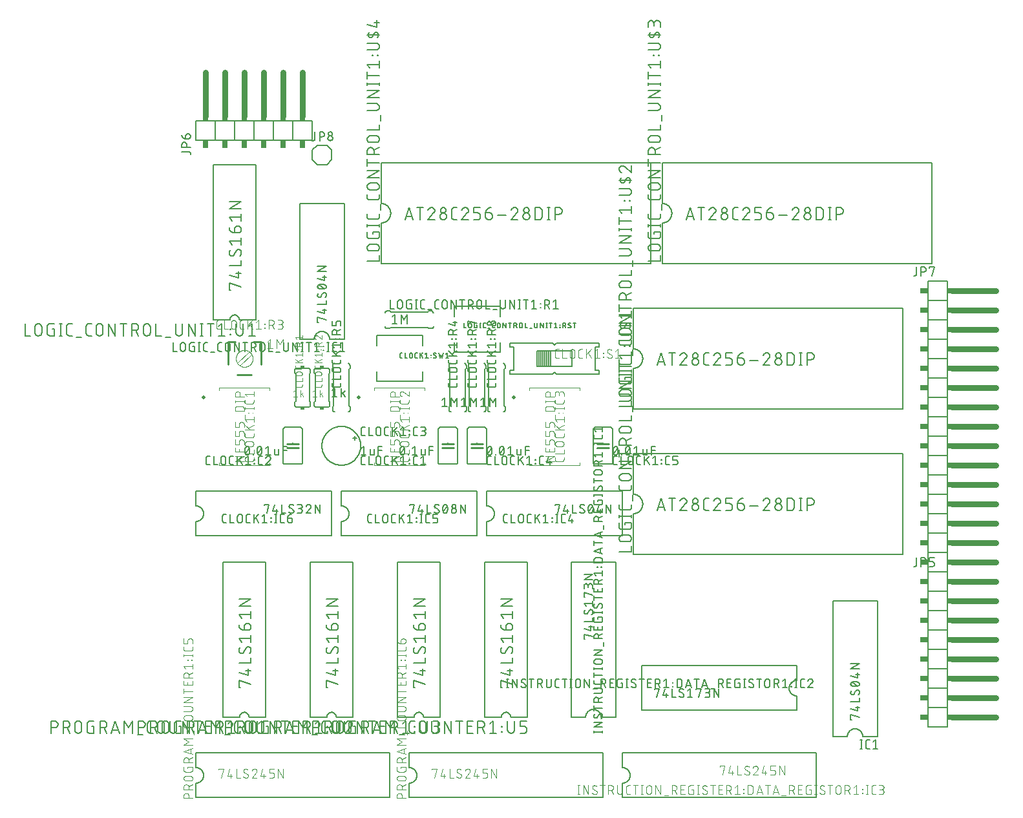
<source format=gbr>
G04 EAGLE Gerber RS-274X export*
G75*
%MOMM*%
%FSLAX34Y34*%
%LPD*%
%INSilkscreen Top*%
%IPPOS*%
%AMOC8*
5,1,8,0,0,1.08239X$1,22.5*%
G01*
%ADD10C,0.152400*%
%ADD11C,0.127000*%
%ADD12C,0.254000*%
%ADD13C,0.500000*%
%ADD14C,0.120000*%
%ADD15C,0.101600*%
%ADD16R,0.508000X0.381000*%
%ADD17C,0.203200*%
%ADD18C,0.177800*%
%ADD19C,0.762000*%
%ADD20R,0.508000X0.762000*%
%ADD21R,1.016000X0.762000*%
%ADD22R,0.762000X0.508000*%
%ADD23R,0.762000X1.016000*%


D10*
X-909320Y596900D02*
X-909320Y591820D01*
X-911860Y594360D02*
X-906780Y594360D01*
X-952500Y584200D02*
X-952492Y584823D01*
X-952469Y585446D01*
X-952431Y586069D01*
X-952378Y586690D01*
X-952309Y587309D01*
X-952225Y587927D01*
X-952126Y588542D01*
X-952012Y589155D01*
X-951883Y589765D01*
X-951739Y590372D01*
X-951580Y590975D01*
X-951406Y591573D01*
X-951218Y592168D01*
X-951015Y592757D01*
X-950798Y593341D01*
X-950567Y593920D01*
X-950321Y594493D01*
X-950061Y595060D01*
X-949788Y595620D01*
X-949501Y596173D01*
X-949200Y596720D01*
X-948886Y597258D01*
X-948559Y597789D01*
X-948219Y598311D01*
X-947867Y598826D01*
X-947501Y599331D01*
X-947124Y599827D01*
X-946734Y600314D01*
X-946333Y600791D01*
X-945920Y601258D01*
X-945496Y601714D01*
X-945061Y602161D01*
X-944614Y602596D01*
X-944158Y603020D01*
X-943691Y603433D01*
X-943214Y603834D01*
X-942727Y604224D01*
X-942231Y604601D01*
X-941726Y604967D01*
X-941211Y605319D01*
X-940689Y605659D01*
X-940158Y605986D01*
X-939620Y606300D01*
X-939073Y606601D01*
X-938520Y606888D01*
X-937960Y607161D01*
X-937393Y607421D01*
X-936820Y607667D01*
X-936241Y607898D01*
X-935657Y608115D01*
X-935068Y608318D01*
X-934473Y608506D01*
X-933875Y608680D01*
X-933272Y608839D01*
X-932665Y608983D01*
X-932055Y609112D01*
X-931442Y609226D01*
X-930827Y609325D01*
X-930209Y609409D01*
X-929590Y609478D01*
X-928969Y609531D01*
X-928346Y609569D01*
X-927723Y609592D01*
X-927100Y609600D01*
X-926477Y609592D01*
X-925854Y609569D01*
X-925231Y609531D01*
X-924610Y609478D01*
X-923991Y609409D01*
X-923373Y609325D01*
X-922758Y609226D01*
X-922145Y609112D01*
X-921535Y608983D01*
X-920928Y608839D01*
X-920325Y608680D01*
X-919727Y608506D01*
X-919132Y608318D01*
X-918543Y608115D01*
X-917959Y607898D01*
X-917380Y607667D01*
X-916807Y607421D01*
X-916240Y607161D01*
X-915680Y606888D01*
X-915127Y606601D01*
X-914580Y606300D01*
X-914042Y605986D01*
X-913511Y605659D01*
X-912989Y605319D01*
X-912474Y604967D01*
X-911969Y604601D01*
X-911473Y604224D01*
X-910986Y603834D01*
X-910509Y603433D01*
X-910042Y603020D01*
X-909586Y602596D01*
X-909139Y602161D01*
X-908704Y601714D01*
X-908280Y601258D01*
X-907867Y600791D01*
X-907466Y600314D01*
X-907076Y599827D01*
X-906699Y599331D01*
X-906333Y598826D01*
X-905981Y598311D01*
X-905641Y597789D01*
X-905314Y597258D01*
X-905000Y596720D01*
X-904699Y596173D01*
X-904412Y595620D01*
X-904139Y595060D01*
X-903879Y594493D01*
X-903633Y593920D01*
X-903402Y593341D01*
X-903185Y592757D01*
X-902982Y592168D01*
X-902794Y591573D01*
X-902620Y590975D01*
X-902461Y590372D01*
X-902317Y589765D01*
X-902188Y589155D01*
X-902074Y588542D01*
X-901975Y587927D01*
X-901891Y587309D01*
X-901822Y586690D01*
X-901769Y586069D01*
X-901731Y585446D01*
X-901708Y584823D01*
X-901700Y584200D01*
X-901708Y583577D01*
X-901731Y582954D01*
X-901769Y582331D01*
X-901822Y581710D01*
X-901891Y581091D01*
X-901975Y580473D01*
X-902074Y579858D01*
X-902188Y579245D01*
X-902317Y578635D01*
X-902461Y578028D01*
X-902620Y577425D01*
X-902794Y576827D01*
X-902982Y576232D01*
X-903185Y575643D01*
X-903402Y575059D01*
X-903633Y574480D01*
X-903879Y573907D01*
X-904139Y573340D01*
X-904412Y572780D01*
X-904699Y572227D01*
X-905000Y571680D01*
X-905314Y571142D01*
X-905641Y570611D01*
X-905981Y570089D01*
X-906333Y569574D01*
X-906699Y569069D01*
X-907076Y568573D01*
X-907466Y568086D01*
X-907867Y567609D01*
X-908280Y567142D01*
X-908704Y566686D01*
X-909139Y566239D01*
X-909586Y565804D01*
X-910042Y565380D01*
X-910509Y564967D01*
X-910986Y564566D01*
X-911473Y564176D01*
X-911969Y563799D01*
X-912474Y563433D01*
X-912989Y563081D01*
X-913511Y562741D01*
X-914042Y562414D01*
X-914580Y562100D01*
X-915127Y561799D01*
X-915680Y561512D01*
X-916240Y561239D01*
X-916807Y560979D01*
X-917380Y560733D01*
X-917959Y560502D01*
X-918543Y560285D01*
X-919132Y560082D01*
X-919727Y559894D01*
X-920325Y559720D01*
X-920928Y559561D01*
X-921535Y559417D01*
X-922145Y559288D01*
X-922758Y559174D01*
X-923373Y559075D01*
X-923991Y558991D01*
X-924610Y558922D01*
X-925231Y558869D01*
X-925854Y558831D01*
X-926477Y558808D01*
X-927100Y558800D01*
X-927723Y558808D01*
X-928346Y558831D01*
X-928969Y558869D01*
X-929590Y558922D01*
X-930209Y558991D01*
X-930827Y559075D01*
X-931442Y559174D01*
X-932055Y559288D01*
X-932665Y559417D01*
X-933272Y559561D01*
X-933875Y559720D01*
X-934473Y559894D01*
X-935068Y560082D01*
X-935657Y560285D01*
X-936241Y560502D01*
X-936820Y560733D01*
X-937393Y560979D01*
X-937960Y561239D01*
X-938520Y561512D01*
X-939073Y561799D01*
X-939620Y562100D01*
X-940158Y562414D01*
X-940689Y562741D01*
X-941211Y563081D01*
X-941726Y563433D01*
X-942231Y563799D01*
X-942727Y564176D01*
X-943214Y564566D01*
X-943691Y564967D01*
X-944158Y565380D01*
X-944614Y565804D01*
X-945061Y566239D01*
X-945496Y566686D01*
X-945920Y567142D01*
X-946333Y567609D01*
X-946734Y568086D01*
X-947124Y568573D01*
X-947501Y569069D01*
X-947867Y569574D01*
X-948219Y570089D01*
X-948559Y570611D01*
X-948886Y571142D01*
X-949200Y571680D01*
X-949501Y572227D01*
X-949788Y572780D01*
X-950061Y573340D01*
X-950321Y573907D01*
X-950567Y574480D01*
X-950798Y575059D01*
X-951015Y575643D01*
X-951218Y576232D01*
X-951406Y576827D01*
X-951580Y577425D01*
X-951739Y578028D01*
X-951883Y578635D01*
X-952012Y579245D01*
X-952126Y579858D01*
X-952225Y580473D01*
X-952309Y581091D01*
X-952378Y581710D01*
X-952431Y582331D01*
X-952469Y582954D01*
X-952492Y583577D01*
X-952500Y584200D01*
D11*
X-898525Y559435D02*
X-895985Y559435D01*
X-898525Y559435D02*
X-898625Y559437D01*
X-898724Y559443D01*
X-898824Y559453D01*
X-898922Y559466D01*
X-899021Y559484D01*
X-899118Y559505D01*
X-899214Y559530D01*
X-899310Y559559D01*
X-899404Y559592D01*
X-899497Y559628D01*
X-899588Y559668D01*
X-899678Y559712D01*
X-899766Y559759D01*
X-899852Y559809D01*
X-899936Y559863D01*
X-900018Y559920D01*
X-900097Y559980D01*
X-900175Y560044D01*
X-900249Y560110D01*
X-900321Y560179D01*
X-900390Y560251D01*
X-900456Y560325D01*
X-900520Y560403D01*
X-900580Y560482D01*
X-900637Y560564D01*
X-900691Y560648D01*
X-900741Y560734D01*
X-900788Y560822D01*
X-900832Y560912D01*
X-900872Y561003D01*
X-900908Y561096D01*
X-900941Y561190D01*
X-900970Y561286D01*
X-900995Y561382D01*
X-901016Y561479D01*
X-901034Y561578D01*
X-901047Y561676D01*
X-901057Y561776D01*
X-901063Y561875D01*
X-901065Y561975D01*
X-901065Y568325D01*
X-901063Y568425D01*
X-901057Y568524D01*
X-901047Y568624D01*
X-901034Y568722D01*
X-901016Y568821D01*
X-900995Y568918D01*
X-900970Y569014D01*
X-900941Y569110D01*
X-900908Y569204D01*
X-900872Y569297D01*
X-900832Y569388D01*
X-900788Y569478D01*
X-900741Y569566D01*
X-900691Y569652D01*
X-900637Y569736D01*
X-900580Y569818D01*
X-900520Y569897D01*
X-900456Y569975D01*
X-900390Y570049D01*
X-900321Y570121D01*
X-900249Y570190D01*
X-900175Y570256D01*
X-900097Y570320D01*
X-900018Y570380D01*
X-899936Y570437D01*
X-899852Y570491D01*
X-899766Y570541D01*
X-899678Y570588D01*
X-899588Y570632D01*
X-899497Y570672D01*
X-899404Y570708D01*
X-899310Y570741D01*
X-899214Y570770D01*
X-899118Y570795D01*
X-899021Y570816D01*
X-898922Y570834D01*
X-898824Y570847D01*
X-898724Y570857D01*
X-898625Y570863D01*
X-898525Y570865D01*
X-895985Y570865D01*
X-891096Y570865D02*
X-891096Y559435D01*
X-886016Y559435D01*
X-881597Y562610D02*
X-881597Y567690D01*
X-881595Y567801D01*
X-881589Y567911D01*
X-881580Y568022D01*
X-881566Y568132D01*
X-881549Y568241D01*
X-881528Y568350D01*
X-881503Y568458D01*
X-881474Y568565D01*
X-881442Y568671D01*
X-881406Y568776D01*
X-881366Y568879D01*
X-881323Y568981D01*
X-881276Y569082D01*
X-881225Y569181D01*
X-881172Y569278D01*
X-881115Y569372D01*
X-881054Y569465D01*
X-880991Y569556D01*
X-880924Y569645D01*
X-880854Y569731D01*
X-880781Y569814D01*
X-880706Y569896D01*
X-880628Y569974D01*
X-880546Y570049D01*
X-880463Y570122D01*
X-880377Y570192D01*
X-880288Y570259D01*
X-880197Y570322D01*
X-880104Y570383D01*
X-880010Y570440D01*
X-879913Y570493D01*
X-879814Y570544D01*
X-879713Y570591D01*
X-879611Y570634D01*
X-879508Y570674D01*
X-879403Y570710D01*
X-879297Y570742D01*
X-879190Y570771D01*
X-879082Y570796D01*
X-878973Y570817D01*
X-878864Y570834D01*
X-878754Y570848D01*
X-878643Y570857D01*
X-878533Y570863D01*
X-878422Y570865D01*
X-878311Y570863D01*
X-878201Y570857D01*
X-878090Y570848D01*
X-877980Y570834D01*
X-877871Y570817D01*
X-877762Y570796D01*
X-877654Y570771D01*
X-877547Y570742D01*
X-877441Y570710D01*
X-877336Y570674D01*
X-877233Y570634D01*
X-877131Y570591D01*
X-877030Y570544D01*
X-876931Y570493D01*
X-876835Y570440D01*
X-876740Y570383D01*
X-876647Y570322D01*
X-876556Y570259D01*
X-876467Y570192D01*
X-876381Y570122D01*
X-876298Y570049D01*
X-876216Y569974D01*
X-876138Y569896D01*
X-876063Y569814D01*
X-875990Y569731D01*
X-875920Y569645D01*
X-875853Y569556D01*
X-875790Y569465D01*
X-875729Y569372D01*
X-875672Y569278D01*
X-875619Y569181D01*
X-875568Y569082D01*
X-875521Y568981D01*
X-875478Y568879D01*
X-875438Y568776D01*
X-875402Y568671D01*
X-875370Y568565D01*
X-875341Y568458D01*
X-875316Y568350D01*
X-875295Y568241D01*
X-875278Y568132D01*
X-875264Y568022D01*
X-875255Y567911D01*
X-875249Y567801D01*
X-875247Y567690D01*
X-875247Y562610D01*
X-875249Y562499D01*
X-875255Y562389D01*
X-875264Y562278D01*
X-875278Y562168D01*
X-875295Y562059D01*
X-875316Y561950D01*
X-875341Y561842D01*
X-875370Y561735D01*
X-875402Y561629D01*
X-875438Y561524D01*
X-875478Y561421D01*
X-875521Y561319D01*
X-875568Y561218D01*
X-875619Y561119D01*
X-875672Y561023D01*
X-875729Y560928D01*
X-875790Y560835D01*
X-875853Y560744D01*
X-875920Y560655D01*
X-875990Y560569D01*
X-876063Y560486D01*
X-876138Y560404D01*
X-876216Y560326D01*
X-876298Y560251D01*
X-876381Y560178D01*
X-876467Y560108D01*
X-876556Y560041D01*
X-876647Y559978D01*
X-876740Y559917D01*
X-876835Y559860D01*
X-876931Y559807D01*
X-877030Y559756D01*
X-877131Y559709D01*
X-877233Y559666D01*
X-877336Y559626D01*
X-877441Y559590D01*
X-877547Y559558D01*
X-877654Y559529D01*
X-877762Y559504D01*
X-877871Y559483D01*
X-877980Y559466D01*
X-878090Y559452D01*
X-878201Y559443D01*
X-878311Y559437D01*
X-878422Y559435D01*
X-878533Y559437D01*
X-878643Y559443D01*
X-878754Y559452D01*
X-878864Y559466D01*
X-878973Y559483D01*
X-879082Y559504D01*
X-879190Y559529D01*
X-879297Y559558D01*
X-879403Y559590D01*
X-879508Y559626D01*
X-879611Y559666D01*
X-879713Y559709D01*
X-879814Y559756D01*
X-879913Y559807D01*
X-880010Y559860D01*
X-880104Y559917D01*
X-880197Y559978D01*
X-880288Y560041D01*
X-880377Y560108D01*
X-880463Y560178D01*
X-880546Y560251D01*
X-880628Y560326D01*
X-880706Y560404D01*
X-880781Y560486D01*
X-880854Y560569D01*
X-880924Y560655D01*
X-880991Y560744D01*
X-881054Y560835D01*
X-881115Y560928D01*
X-881172Y561023D01*
X-881225Y561119D01*
X-881276Y561218D01*
X-881323Y561319D01*
X-881366Y561421D01*
X-881406Y561524D01*
X-881442Y561629D01*
X-881474Y561735D01*
X-881503Y561842D01*
X-881528Y561950D01*
X-881549Y562059D01*
X-881566Y562168D01*
X-881580Y562278D01*
X-881589Y562389D01*
X-881595Y562499D01*
X-881597Y562610D01*
X-867664Y559435D02*
X-865124Y559435D01*
X-867664Y559435D02*
X-867764Y559437D01*
X-867863Y559443D01*
X-867963Y559453D01*
X-868061Y559466D01*
X-868160Y559484D01*
X-868257Y559505D01*
X-868353Y559530D01*
X-868449Y559559D01*
X-868543Y559592D01*
X-868636Y559628D01*
X-868727Y559668D01*
X-868817Y559712D01*
X-868905Y559759D01*
X-868991Y559809D01*
X-869075Y559863D01*
X-869157Y559920D01*
X-869236Y559980D01*
X-869314Y560044D01*
X-869388Y560110D01*
X-869460Y560179D01*
X-869529Y560251D01*
X-869595Y560325D01*
X-869659Y560403D01*
X-869719Y560482D01*
X-869776Y560564D01*
X-869830Y560648D01*
X-869880Y560734D01*
X-869927Y560822D01*
X-869971Y560912D01*
X-870011Y561003D01*
X-870047Y561096D01*
X-870080Y561190D01*
X-870109Y561286D01*
X-870134Y561382D01*
X-870155Y561479D01*
X-870173Y561578D01*
X-870186Y561676D01*
X-870196Y561776D01*
X-870202Y561875D01*
X-870204Y561975D01*
X-870204Y568325D01*
X-870202Y568425D01*
X-870196Y568524D01*
X-870186Y568624D01*
X-870173Y568722D01*
X-870155Y568821D01*
X-870134Y568918D01*
X-870109Y569014D01*
X-870080Y569110D01*
X-870047Y569204D01*
X-870011Y569297D01*
X-869971Y569388D01*
X-869927Y569478D01*
X-869880Y569566D01*
X-869830Y569652D01*
X-869776Y569736D01*
X-869719Y569818D01*
X-869659Y569897D01*
X-869595Y569975D01*
X-869529Y570049D01*
X-869460Y570121D01*
X-869388Y570190D01*
X-869314Y570256D01*
X-869236Y570320D01*
X-869157Y570380D01*
X-869075Y570437D01*
X-868991Y570491D01*
X-868905Y570541D01*
X-868817Y570588D01*
X-868727Y570632D01*
X-868636Y570672D01*
X-868543Y570708D01*
X-868449Y570741D01*
X-868353Y570770D01*
X-868257Y570795D01*
X-868160Y570816D01*
X-868061Y570834D01*
X-867963Y570847D01*
X-867863Y570857D01*
X-867764Y570863D01*
X-867664Y570865D01*
X-865124Y570865D01*
X-860070Y570865D02*
X-860070Y559435D01*
X-860070Y563880D02*
X-853720Y570865D01*
X-857530Y566420D02*
X-853720Y559435D01*
X-849212Y568325D02*
X-846037Y570865D01*
X-846037Y559435D01*
X-849212Y559435D02*
X-842862Y559435D01*
X-837972Y560388D02*
X-837972Y561023D01*
X-837337Y561023D01*
X-837337Y560388D01*
X-837972Y560388D01*
X-837972Y565468D02*
X-837972Y566103D01*
X-837337Y566103D01*
X-837337Y565468D01*
X-837972Y565468D01*
X-829945Y559435D02*
X-827405Y559435D01*
X-829945Y559435D02*
X-830045Y559437D01*
X-830144Y559443D01*
X-830244Y559453D01*
X-830342Y559466D01*
X-830441Y559484D01*
X-830538Y559505D01*
X-830634Y559530D01*
X-830730Y559559D01*
X-830824Y559592D01*
X-830917Y559628D01*
X-831008Y559668D01*
X-831098Y559712D01*
X-831186Y559759D01*
X-831272Y559809D01*
X-831356Y559863D01*
X-831438Y559920D01*
X-831517Y559980D01*
X-831595Y560044D01*
X-831669Y560110D01*
X-831741Y560179D01*
X-831810Y560251D01*
X-831876Y560325D01*
X-831940Y560403D01*
X-832000Y560482D01*
X-832057Y560564D01*
X-832111Y560648D01*
X-832161Y560734D01*
X-832208Y560822D01*
X-832252Y560912D01*
X-832292Y561003D01*
X-832328Y561096D01*
X-832361Y561190D01*
X-832390Y561286D01*
X-832415Y561382D01*
X-832436Y561479D01*
X-832454Y561578D01*
X-832467Y561676D01*
X-832477Y561776D01*
X-832483Y561875D01*
X-832485Y561975D01*
X-832485Y568325D01*
X-832483Y568425D01*
X-832477Y568524D01*
X-832467Y568624D01*
X-832454Y568722D01*
X-832436Y568821D01*
X-832415Y568918D01*
X-832390Y569014D01*
X-832361Y569110D01*
X-832328Y569204D01*
X-832292Y569297D01*
X-832252Y569388D01*
X-832208Y569478D01*
X-832161Y569566D01*
X-832111Y569652D01*
X-832057Y569736D01*
X-832000Y569818D01*
X-831940Y569897D01*
X-831876Y569975D01*
X-831810Y570049D01*
X-831741Y570121D01*
X-831669Y570190D01*
X-831595Y570256D01*
X-831517Y570320D01*
X-831438Y570380D01*
X-831356Y570437D01*
X-831272Y570491D01*
X-831186Y570541D01*
X-831098Y570588D01*
X-831008Y570632D01*
X-830917Y570672D01*
X-830824Y570708D01*
X-830730Y570741D01*
X-830634Y570770D01*
X-830538Y570795D01*
X-830441Y570816D01*
X-830342Y570834D01*
X-830244Y570847D01*
X-830144Y570857D01*
X-830045Y570863D01*
X-829945Y570865D01*
X-827405Y570865D01*
X-822923Y568325D02*
X-819748Y570865D01*
X-819748Y559435D01*
X-822923Y559435D02*
X-816573Y559435D01*
X-897890Y583565D02*
X-901065Y581025D01*
X-897890Y583565D02*
X-897890Y572135D01*
X-901065Y572135D02*
X-894715Y572135D01*
X-889381Y574040D02*
X-889381Y579755D01*
X-889381Y574040D02*
X-889379Y573955D01*
X-889373Y573869D01*
X-889364Y573784D01*
X-889350Y573700D01*
X-889333Y573616D01*
X-889312Y573533D01*
X-889288Y573451D01*
X-889260Y573371D01*
X-889228Y573291D01*
X-889192Y573213D01*
X-889154Y573137D01*
X-889111Y573063D01*
X-889066Y572991D01*
X-889017Y572920D01*
X-888965Y572852D01*
X-888911Y572787D01*
X-888853Y572724D01*
X-888792Y572663D01*
X-888729Y572605D01*
X-888664Y572551D01*
X-888596Y572499D01*
X-888525Y572450D01*
X-888453Y572405D01*
X-888379Y572362D01*
X-888303Y572324D01*
X-888225Y572288D01*
X-888145Y572256D01*
X-888065Y572228D01*
X-887983Y572204D01*
X-887900Y572183D01*
X-887816Y572166D01*
X-887732Y572152D01*
X-887647Y572143D01*
X-887561Y572137D01*
X-887476Y572135D01*
X-884301Y572135D01*
X-884301Y579755D01*
X-878561Y583565D02*
X-878561Y572135D01*
X-878561Y583565D02*
X-873481Y583565D01*
X-873481Y578485D02*
X-878561Y578485D01*
D10*
X-977900Y562610D02*
X-977900Y605790D01*
X-1003300Y605790D02*
X-1003300Y562610D01*
X-1000760Y560070D02*
X-980440Y560070D01*
X-980440Y608330D02*
X-1000760Y608330D01*
X-977900Y562610D02*
X-977902Y562510D01*
X-977908Y562411D01*
X-977918Y562311D01*
X-977931Y562213D01*
X-977949Y562114D01*
X-977970Y562017D01*
X-977995Y561921D01*
X-978024Y561825D01*
X-978057Y561731D01*
X-978093Y561638D01*
X-978133Y561547D01*
X-978177Y561457D01*
X-978224Y561369D01*
X-978274Y561283D01*
X-978328Y561199D01*
X-978385Y561117D01*
X-978445Y561038D01*
X-978509Y560960D01*
X-978575Y560886D01*
X-978644Y560814D01*
X-978716Y560745D01*
X-978790Y560679D01*
X-978868Y560615D01*
X-978947Y560555D01*
X-979029Y560498D01*
X-979113Y560444D01*
X-979199Y560394D01*
X-979287Y560347D01*
X-979377Y560303D01*
X-979468Y560263D01*
X-979561Y560227D01*
X-979655Y560194D01*
X-979751Y560165D01*
X-979847Y560140D01*
X-979944Y560119D01*
X-980043Y560101D01*
X-980141Y560088D01*
X-980241Y560078D01*
X-980340Y560072D01*
X-980440Y560070D01*
X-977900Y605790D02*
X-977902Y605890D01*
X-977908Y605989D01*
X-977918Y606089D01*
X-977931Y606187D01*
X-977949Y606286D01*
X-977970Y606383D01*
X-977995Y606479D01*
X-978024Y606575D01*
X-978057Y606669D01*
X-978093Y606762D01*
X-978133Y606853D01*
X-978177Y606943D01*
X-978224Y607031D01*
X-978274Y607117D01*
X-978328Y607201D01*
X-978385Y607283D01*
X-978445Y607362D01*
X-978509Y607440D01*
X-978575Y607514D01*
X-978644Y607586D01*
X-978716Y607655D01*
X-978790Y607721D01*
X-978868Y607785D01*
X-978947Y607845D01*
X-979029Y607902D01*
X-979113Y607956D01*
X-979199Y608006D01*
X-979287Y608053D01*
X-979377Y608097D01*
X-979468Y608137D01*
X-979561Y608173D01*
X-979655Y608206D01*
X-979751Y608235D01*
X-979847Y608260D01*
X-979944Y608281D01*
X-980043Y608299D01*
X-980141Y608312D01*
X-980241Y608322D01*
X-980340Y608328D01*
X-980440Y608330D01*
X-1003300Y562610D02*
X-1003298Y562510D01*
X-1003292Y562411D01*
X-1003282Y562311D01*
X-1003269Y562213D01*
X-1003251Y562114D01*
X-1003230Y562017D01*
X-1003205Y561921D01*
X-1003176Y561825D01*
X-1003143Y561731D01*
X-1003107Y561638D01*
X-1003067Y561547D01*
X-1003023Y561457D01*
X-1002976Y561369D01*
X-1002926Y561283D01*
X-1002872Y561199D01*
X-1002815Y561117D01*
X-1002755Y561038D01*
X-1002691Y560960D01*
X-1002625Y560886D01*
X-1002556Y560814D01*
X-1002484Y560745D01*
X-1002410Y560679D01*
X-1002332Y560615D01*
X-1002253Y560555D01*
X-1002171Y560498D01*
X-1002087Y560444D01*
X-1002001Y560394D01*
X-1001913Y560347D01*
X-1001823Y560303D01*
X-1001732Y560263D01*
X-1001639Y560227D01*
X-1001545Y560194D01*
X-1001449Y560165D01*
X-1001353Y560140D01*
X-1001256Y560119D01*
X-1001157Y560101D01*
X-1001059Y560088D01*
X-1000959Y560078D01*
X-1000860Y560072D01*
X-1000760Y560070D01*
X-1003300Y605790D02*
X-1003298Y605890D01*
X-1003292Y605989D01*
X-1003282Y606089D01*
X-1003269Y606187D01*
X-1003251Y606286D01*
X-1003230Y606383D01*
X-1003205Y606479D01*
X-1003176Y606575D01*
X-1003143Y606669D01*
X-1003107Y606762D01*
X-1003067Y606853D01*
X-1003023Y606943D01*
X-1002976Y607031D01*
X-1002926Y607117D01*
X-1002872Y607201D01*
X-1002815Y607283D01*
X-1002755Y607362D01*
X-1002691Y607440D01*
X-1002625Y607514D01*
X-1002556Y607586D01*
X-1002484Y607655D01*
X-1002410Y607721D01*
X-1002332Y607785D01*
X-1002253Y607845D01*
X-1002171Y607902D01*
X-1002087Y607956D01*
X-1002001Y608006D01*
X-1001913Y608053D01*
X-1001823Y608097D01*
X-1001732Y608137D01*
X-1001639Y608173D01*
X-1001545Y608206D01*
X-1001449Y608235D01*
X-1001353Y608260D01*
X-1001256Y608281D01*
X-1001157Y608299D01*
X-1001059Y608312D01*
X-1000959Y608322D01*
X-1000860Y608328D01*
X-1000760Y608330D01*
X-990600Y581660D02*
X-990600Y580390D01*
D12*
X-990600Y581660D02*
X-982980Y581660D01*
X-990600Y581660D02*
X-998220Y581660D01*
X-990600Y586740D02*
X-982980Y586740D01*
X-990600Y586740D02*
X-998220Y586740D01*
D10*
X-990600Y586740D02*
X-990600Y588010D01*
D11*
X-1099185Y559435D02*
X-1101725Y559435D01*
X-1101825Y559437D01*
X-1101924Y559443D01*
X-1102024Y559453D01*
X-1102122Y559466D01*
X-1102221Y559484D01*
X-1102318Y559505D01*
X-1102414Y559530D01*
X-1102510Y559559D01*
X-1102604Y559592D01*
X-1102697Y559628D01*
X-1102788Y559668D01*
X-1102878Y559712D01*
X-1102966Y559759D01*
X-1103052Y559809D01*
X-1103136Y559863D01*
X-1103218Y559920D01*
X-1103297Y559980D01*
X-1103375Y560044D01*
X-1103449Y560110D01*
X-1103521Y560179D01*
X-1103590Y560251D01*
X-1103656Y560325D01*
X-1103720Y560403D01*
X-1103780Y560482D01*
X-1103837Y560564D01*
X-1103891Y560648D01*
X-1103941Y560734D01*
X-1103988Y560822D01*
X-1104032Y560912D01*
X-1104072Y561003D01*
X-1104108Y561096D01*
X-1104141Y561190D01*
X-1104170Y561286D01*
X-1104195Y561382D01*
X-1104216Y561479D01*
X-1104234Y561578D01*
X-1104247Y561676D01*
X-1104257Y561776D01*
X-1104263Y561875D01*
X-1104265Y561975D01*
X-1104265Y568325D01*
X-1104263Y568425D01*
X-1104257Y568524D01*
X-1104247Y568624D01*
X-1104234Y568722D01*
X-1104216Y568821D01*
X-1104195Y568918D01*
X-1104170Y569014D01*
X-1104141Y569110D01*
X-1104108Y569204D01*
X-1104072Y569297D01*
X-1104032Y569388D01*
X-1103988Y569478D01*
X-1103941Y569566D01*
X-1103891Y569652D01*
X-1103837Y569736D01*
X-1103780Y569818D01*
X-1103720Y569897D01*
X-1103656Y569975D01*
X-1103590Y570049D01*
X-1103521Y570121D01*
X-1103449Y570190D01*
X-1103375Y570256D01*
X-1103297Y570320D01*
X-1103218Y570380D01*
X-1103136Y570437D01*
X-1103052Y570491D01*
X-1102966Y570541D01*
X-1102878Y570588D01*
X-1102788Y570632D01*
X-1102697Y570672D01*
X-1102604Y570708D01*
X-1102510Y570741D01*
X-1102414Y570770D01*
X-1102318Y570795D01*
X-1102221Y570816D01*
X-1102122Y570834D01*
X-1102024Y570847D01*
X-1101924Y570857D01*
X-1101825Y570863D01*
X-1101725Y570865D01*
X-1099185Y570865D01*
X-1094296Y570865D02*
X-1094296Y559435D01*
X-1089216Y559435D01*
X-1084797Y562610D02*
X-1084797Y567690D01*
X-1084795Y567801D01*
X-1084789Y567911D01*
X-1084780Y568022D01*
X-1084766Y568132D01*
X-1084749Y568241D01*
X-1084728Y568350D01*
X-1084703Y568458D01*
X-1084674Y568565D01*
X-1084642Y568671D01*
X-1084606Y568776D01*
X-1084566Y568879D01*
X-1084523Y568981D01*
X-1084476Y569082D01*
X-1084425Y569181D01*
X-1084372Y569278D01*
X-1084315Y569372D01*
X-1084254Y569465D01*
X-1084191Y569556D01*
X-1084124Y569645D01*
X-1084054Y569731D01*
X-1083981Y569814D01*
X-1083906Y569896D01*
X-1083828Y569974D01*
X-1083746Y570049D01*
X-1083663Y570122D01*
X-1083577Y570192D01*
X-1083488Y570259D01*
X-1083397Y570322D01*
X-1083304Y570383D01*
X-1083210Y570440D01*
X-1083113Y570493D01*
X-1083014Y570544D01*
X-1082913Y570591D01*
X-1082811Y570634D01*
X-1082708Y570674D01*
X-1082603Y570710D01*
X-1082497Y570742D01*
X-1082390Y570771D01*
X-1082282Y570796D01*
X-1082173Y570817D01*
X-1082064Y570834D01*
X-1081954Y570848D01*
X-1081843Y570857D01*
X-1081733Y570863D01*
X-1081622Y570865D01*
X-1081511Y570863D01*
X-1081401Y570857D01*
X-1081290Y570848D01*
X-1081180Y570834D01*
X-1081071Y570817D01*
X-1080962Y570796D01*
X-1080854Y570771D01*
X-1080747Y570742D01*
X-1080641Y570710D01*
X-1080536Y570674D01*
X-1080433Y570634D01*
X-1080331Y570591D01*
X-1080230Y570544D01*
X-1080131Y570493D01*
X-1080035Y570440D01*
X-1079940Y570383D01*
X-1079847Y570322D01*
X-1079756Y570259D01*
X-1079667Y570192D01*
X-1079581Y570122D01*
X-1079498Y570049D01*
X-1079416Y569974D01*
X-1079338Y569896D01*
X-1079263Y569814D01*
X-1079190Y569731D01*
X-1079120Y569645D01*
X-1079053Y569556D01*
X-1078990Y569465D01*
X-1078929Y569372D01*
X-1078872Y569278D01*
X-1078819Y569181D01*
X-1078768Y569082D01*
X-1078721Y568981D01*
X-1078678Y568879D01*
X-1078638Y568776D01*
X-1078602Y568671D01*
X-1078570Y568565D01*
X-1078541Y568458D01*
X-1078516Y568350D01*
X-1078495Y568241D01*
X-1078478Y568132D01*
X-1078464Y568022D01*
X-1078455Y567911D01*
X-1078449Y567801D01*
X-1078447Y567690D01*
X-1078447Y562610D01*
X-1078449Y562499D01*
X-1078455Y562389D01*
X-1078464Y562278D01*
X-1078478Y562168D01*
X-1078495Y562059D01*
X-1078516Y561950D01*
X-1078541Y561842D01*
X-1078570Y561735D01*
X-1078602Y561629D01*
X-1078638Y561524D01*
X-1078678Y561421D01*
X-1078721Y561319D01*
X-1078768Y561218D01*
X-1078819Y561119D01*
X-1078872Y561023D01*
X-1078929Y560928D01*
X-1078990Y560835D01*
X-1079053Y560744D01*
X-1079120Y560655D01*
X-1079190Y560569D01*
X-1079263Y560486D01*
X-1079338Y560404D01*
X-1079416Y560326D01*
X-1079498Y560251D01*
X-1079581Y560178D01*
X-1079667Y560108D01*
X-1079756Y560041D01*
X-1079847Y559978D01*
X-1079940Y559917D01*
X-1080035Y559860D01*
X-1080131Y559807D01*
X-1080230Y559756D01*
X-1080331Y559709D01*
X-1080433Y559666D01*
X-1080536Y559626D01*
X-1080641Y559590D01*
X-1080747Y559558D01*
X-1080854Y559529D01*
X-1080962Y559504D01*
X-1081071Y559483D01*
X-1081180Y559466D01*
X-1081290Y559452D01*
X-1081401Y559443D01*
X-1081511Y559437D01*
X-1081622Y559435D01*
X-1081733Y559437D01*
X-1081843Y559443D01*
X-1081954Y559452D01*
X-1082064Y559466D01*
X-1082173Y559483D01*
X-1082282Y559504D01*
X-1082390Y559529D01*
X-1082497Y559558D01*
X-1082603Y559590D01*
X-1082708Y559626D01*
X-1082811Y559666D01*
X-1082913Y559709D01*
X-1083014Y559756D01*
X-1083113Y559807D01*
X-1083210Y559860D01*
X-1083304Y559917D01*
X-1083397Y559978D01*
X-1083488Y560041D01*
X-1083577Y560108D01*
X-1083663Y560178D01*
X-1083746Y560251D01*
X-1083828Y560326D01*
X-1083906Y560404D01*
X-1083981Y560486D01*
X-1084054Y560569D01*
X-1084124Y560655D01*
X-1084191Y560744D01*
X-1084254Y560835D01*
X-1084315Y560928D01*
X-1084372Y561023D01*
X-1084425Y561119D01*
X-1084476Y561218D01*
X-1084523Y561319D01*
X-1084566Y561421D01*
X-1084606Y561524D01*
X-1084642Y561629D01*
X-1084674Y561735D01*
X-1084703Y561842D01*
X-1084728Y561950D01*
X-1084749Y562059D01*
X-1084766Y562168D01*
X-1084780Y562278D01*
X-1084789Y562389D01*
X-1084795Y562499D01*
X-1084797Y562610D01*
X-1070864Y559435D02*
X-1068324Y559435D01*
X-1070864Y559435D02*
X-1070964Y559437D01*
X-1071063Y559443D01*
X-1071163Y559453D01*
X-1071261Y559466D01*
X-1071360Y559484D01*
X-1071457Y559505D01*
X-1071553Y559530D01*
X-1071649Y559559D01*
X-1071743Y559592D01*
X-1071836Y559628D01*
X-1071927Y559668D01*
X-1072017Y559712D01*
X-1072105Y559759D01*
X-1072191Y559809D01*
X-1072275Y559863D01*
X-1072357Y559920D01*
X-1072436Y559980D01*
X-1072514Y560044D01*
X-1072588Y560110D01*
X-1072660Y560179D01*
X-1072729Y560251D01*
X-1072795Y560325D01*
X-1072859Y560403D01*
X-1072919Y560482D01*
X-1072976Y560564D01*
X-1073030Y560648D01*
X-1073080Y560734D01*
X-1073127Y560822D01*
X-1073171Y560912D01*
X-1073211Y561003D01*
X-1073247Y561096D01*
X-1073280Y561190D01*
X-1073309Y561286D01*
X-1073334Y561382D01*
X-1073355Y561479D01*
X-1073373Y561578D01*
X-1073386Y561676D01*
X-1073396Y561776D01*
X-1073402Y561875D01*
X-1073404Y561975D01*
X-1073404Y568325D01*
X-1073402Y568425D01*
X-1073396Y568524D01*
X-1073386Y568624D01*
X-1073373Y568722D01*
X-1073355Y568821D01*
X-1073334Y568918D01*
X-1073309Y569014D01*
X-1073280Y569110D01*
X-1073247Y569204D01*
X-1073211Y569297D01*
X-1073171Y569388D01*
X-1073127Y569478D01*
X-1073080Y569566D01*
X-1073030Y569652D01*
X-1072976Y569736D01*
X-1072919Y569818D01*
X-1072859Y569897D01*
X-1072795Y569975D01*
X-1072729Y570049D01*
X-1072660Y570121D01*
X-1072588Y570190D01*
X-1072514Y570256D01*
X-1072436Y570320D01*
X-1072357Y570380D01*
X-1072275Y570437D01*
X-1072191Y570491D01*
X-1072105Y570541D01*
X-1072017Y570588D01*
X-1071927Y570632D01*
X-1071836Y570672D01*
X-1071743Y570708D01*
X-1071649Y570741D01*
X-1071553Y570770D01*
X-1071457Y570795D01*
X-1071360Y570816D01*
X-1071261Y570834D01*
X-1071163Y570847D01*
X-1071063Y570857D01*
X-1070964Y570863D01*
X-1070864Y570865D01*
X-1068324Y570865D01*
X-1063270Y570865D02*
X-1063270Y559435D01*
X-1063270Y563880D02*
X-1056920Y570865D01*
X-1060730Y566420D02*
X-1056920Y559435D01*
X-1052412Y568325D02*
X-1049237Y570865D01*
X-1049237Y559435D01*
X-1052412Y559435D02*
X-1046062Y559435D01*
X-1041172Y560388D02*
X-1041172Y561023D01*
X-1040537Y561023D01*
X-1040537Y560388D01*
X-1041172Y560388D01*
X-1041172Y565468D02*
X-1041172Y566103D01*
X-1040537Y566103D01*
X-1040537Y565468D01*
X-1041172Y565468D01*
X-1033145Y559435D02*
X-1030605Y559435D01*
X-1033145Y559435D02*
X-1033245Y559437D01*
X-1033344Y559443D01*
X-1033444Y559453D01*
X-1033542Y559466D01*
X-1033641Y559484D01*
X-1033738Y559505D01*
X-1033834Y559530D01*
X-1033930Y559559D01*
X-1034024Y559592D01*
X-1034117Y559628D01*
X-1034208Y559668D01*
X-1034298Y559712D01*
X-1034386Y559759D01*
X-1034472Y559809D01*
X-1034556Y559863D01*
X-1034638Y559920D01*
X-1034717Y559980D01*
X-1034795Y560044D01*
X-1034869Y560110D01*
X-1034941Y560179D01*
X-1035010Y560251D01*
X-1035076Y560325D01*
X-1035140Y560403D01*
X-1035200Y560482D01*
X-1035257Y560564D01*
X-1035311Y560648D01*
X-1035361Y560734D01*
X-1035408Y560822D01*
X-1035452Y560912D01*
X-1035492Y561003D01*
X-1035528Y561096D01*
X-1035561Y561190D01*
X-1035590Y561286D01*
X-1035615Y561382D01*
X-1035636Y561479D01*
X-1035654Y561578D01*
X-1035667Y561676D01*
X-1035677Y561776D01*
X-1035683Y561875D01*
X-1035685Y561975D01*
X-1035685Y568325D01*
X-1035683Y568425D01*
X-1035677Y568524D01*
X-1035667Y568624D01*
X-1035654Y568722D01*
X-1035636Y568821D01*
X-1035615Y568918D01*
X-1035590Y569014D01*
X-1035561Y569110D01*
X-1035528Y569204D01*
X-1035492Y569297D01*
X-1035452Y569388D01*
X-1035408Y569478D01*
X-1035361Y569566D01*
X-1035311Y569652D01*
X-1035257Y569736D01*
X-1035200Y569818D01*
X-1035140Y569897D01*
X-1035076Y569975D01*
X-1035010Y570049D01*
X-1034941Y570121D01*
X-1034869Y570190D01*
X-1034795Y570256D01*
X-1034717Y570320D01*
X-1034638Y570380D01*
X-1034556Y570437D01*
X-1034472Y570491D01*
X-1034386Y570541D01*
X-1034298Y570588D01*
X-1034208Y570632D01*
X-1034117Y570672D01*
X-1034024Y570708D01*
X-1033930Y570741D01*
X-1033834Y570770D01*
X-1033738Y570795D01*
X-1033641Y570816D01*
X-1033542Y570834D01*
X-1033444Y570847D01*
X-1033344Y570857D01*
X-1033245Y570863D01*
X-1033145Y570865D01*
X-1030605Y570865D01*
X-1022630Y570866D02*
X-1022526Y570864D01*
X-1022421Y570858D01*
X-1022317Y570849D01*
X-1022214Y570836D01*
X-1022111Y570818D01*
X-1022009Y570798D01*
X-1021907Y570773D01*
X-1021807Y570745D01*
X-1021707Y570713D01*
X-1021609Y570677D01*
X-1021512Y570638D01*
X-1021417Y570596D01*
X-1021323Y570550D01*
X-1021231Y570500D01*
X-1021141Y570448D01*
X-1021053Y570392D01*
X-1020967Y570332D01*
X-1020883Y570270D01*
X-1020802Y570205D01*
X-1020723Y570137D01*
X-1020646Y570065D01*
X-1020573Y569992D01*
X-1020501Y569915D01*
X-1020433Y569836D01*
X-1020368Y569755D01*
X-1020306Y569671D01*
X-1020246Y569585D01*
X-1020190Y569497D01*
X-1020138Y569407D01*
X-1020088Y569315D01*
X-1020042Y569221D01*
X-1020000Y569126D01*
X-1019961Y569029D01*
X-1019925Y568931D01*
X-1019893Y568831D01*
X-1019865Y568731D01*
X-1019840Y568629D01*
X-1019820Y568527D01*
X-1019802Y568424D01*
X-1019789Y568321D01*
X-1019780Y568217D01*
X-1019774Y568112D01*
X-1019772Y568008D01*
X-1022630Y570865D02*
X-1022748Y570863D01*
X-1022867Y570857D01*
X-1022985Y570848D01*
X-1023102Y570835D01*
X-1023219Y570817D01*
X-1023336Y570797D01*
X-1023452Y570772D01*
X-1023567Y570744D01*
X-1023680Y570711D01*
X-1023793Y570676D01*
X-1023905Y570636D01*
X-1024015Y570594D01*
X-1024124Y570547D01*
X-1024232Y570497D01*
X-1024337Y570444D01*
X-1024441Y570387D01*
X-1024543Y570327D01*
X-1024643Y570264D01*
X-1024741Y570197D01*
X-1024837Y570128D01*
X-1024930Y570055D01*
X-1025021Y569979D01*
X-1025110Y569901D01*
X-1025196Y569819D01*
X-1025279Y569735D01*
X-1025360Y569649D01*
X-1025437Y569559D01*
X-1025512Y569468D01*
X-1025584Y569374D01*
X-1025653Y569277D01*
X-1025718Y569179D01*
X-1025781Y569078D01*
X-1025840Y568975D01*
X-1025896Y568871D01*
X-1025948Y568765D01*
X-1025997Y568657D01*
X-1026042Y568548D01*
X-1026084Y568437D01*
X-1026122Y568325D01*
X-1020725Y565786D02*
X-1020649Y565861D01*
X-1020574Y565940D01*
X-1020503Y566021D01*
X-1020434Y566105D01*
X-1020369Y566191D01*
X-1020307Y566279D01*
X-1020247Y566369D01*
X-1020191Y566461D01*
X-1020138Y566556D01*
X-1020089Y566652D01*
X-1020043Y566750D01*
X-1020000Y566849D01*
X-1019961Y566950D01*
X-1019926Y567052D01*
X-1019894Y567155D01*
X-1019866Y567259D01*
X-1019841Y567364D01*
X-1019820Y567471D01*
X-1019803Y567577D01*
X-1019790Y567684D01*
X-1019781Y567792D01*
X-1019775Y567900D01*
X-1019773Y568008D01*
X-1020725Y565785D02*
X-1026123Y559435D01*
X-1019773Y559435D01*
X-1053465Y577850D02*
X-1053462Y578075D01*
X-1053454Y578300D01*
X-1053441Y578524D01*
X-1053422Y578748D01*
X-1053398Y578972D01*
X-1053369Y579195D01*
X-1053334Y579417D01*
X-1053294Y579638D01*
X-1053248Y579858D01*
X-1053198Y580077D01*
X-1053142Y580295D01*
X-1053081Y580512D01*
X-1053015Y580727D01*
X-1052944Y580940D01*
X-1052867Y581151D01*
X-1052786Y581361D01*
X-1052700Y581569D01*
X-1052609Y581774D01*
X-1052513Y581977D01*
X-1052513Y581978D02*
X-1052481Y582066D01*
X-1052445Y582153D01*
X-1052406Y582239D01*
X-1052363Y582323D01*
X-1052317Y582405D01*
X-1052268Y582485D01*
X-1052216Y582563D01*
X-1052160Y582639D01*
X-1052102Y582713D01*
X-1052040Y582784D01*
X-1051976Y582853D01*
X-1051909Y582919D01*
X-1051840Y582982D01*
X-1051768Y583043D01*
X-1051694Y583101D01*
X-1051617Y583155D01*
X-1051539Y583207D01*
X-1051458Y583255D01*
X-1051376Y583300D01*
X-1051291Y583342D01*
X-1051205Y583380D01*
X-1051118Y583415D01*
X-1051030Y583447D01*
X-1050940Y583474D01*
X-1050849Y583499D01*
X-1050757Y583519D01*
X-1050665Y583536D01*
X-1050571Y583549D01*
X-1050478Y583558D01*
X-1050384Y583564D01*
X-1050290Y583566D01*
X-1050196Y583564D01*
X-1050102Y583558D01*
X-1050009Y583549D01*
X-1049915Y583536D01*
X-1049823Y583519D01*
X-1049731Y583499D01*
X-1049640Y583474D01*
X-1049550Y583447D01*
X-1049462Y583415D01*
X-1049375Y583380D01*
X-1049289Y583342D01*
X-1049204Y583300D01*
X-1049122Y583255D01*
X-1049041Y583207D01*
X-1048963Y583155D01*
X-1048886Y583101D01*
X-1048812Y583043D01*
X-1048740Y582982D01*
X-1048671Y582919D01*
X-1048604Y582853D01*
X-1048540Y582784D01*
X-1048478Y582713D01*
X-1048420Y582639D01*
X-1048364Y582563D01*
X-1048312Y582485D01*
X-1048263Y582405D01*
X-1048217Y582323D01*
X-1048174Y582239D01*
X-1048135Y582153D01*
X-1048099Y582066D01*
X-1048067Y581978D01*
X-1048067Y581977D02*
X-1047971Y581774D01*
X-1047880Y581569D01*
X-1047794Y581361D01*
X-1047713Y581151D01*
X-1047636Y580940D01*
X-1047565Y580727D01*
X-1047499Y580512D01*
X-1047438Y580295D01*
X-1047382Y580077D01*
X-1047332Y579858D01*
X-1047286Y579638D01*
X-1047246Y579417D01*
X-1047211Y579195D01*
X-1047182Y578972D01*
X-1047158Y578748D01*
X-1047139Y578524D01*
X-1047126Y578300D01*
X-1047118Y578075D01*
X-1047115Y577850D01*
X-1053465Y577850D02*
X-1053462Y577625D01*
X-1053454Y577400D01*
X-1053441Y577176D01*
X-1053422Y576952D01*
X-1053398Y576728D01*
X-1053369Y576505D01*
X-1053334Y576283D01*
X-1053294Y576062D01*
X-1053248Y575842D01*
X-1053198Y575623D01*
X-1053142Y575405D01*
X-1053081Y575188D01*
X-1053015Y574973D01*
X-1052944Y574760D01*
X-1052867Y574549D01*
X-1052786Y574339D01*
X-1052700Y574131D01*
X-1052609Y573926D01*
X-1052513Y573723D01*
X-1052481Y573635D01*
X-1052445Y573548D01*
X-1052406Y573462D01*
X-1052363Y573378D01*
X-1052317Y573296D01*
X-1052268Y573216D01*
X-1052216Y573138D01*
X-1052160Y573062D01*
X-1052102Y572988D01*
X-1052040Y572917D01*
X-1051976Y572848D01*
X-1051909Y572782D01*
X-1051840Y572719D01*
X-1051768Y572658D01*
X-1051694Y572600D01*
X-1051617Y572546D01*
X-1051539Y572494D01*
X-1051458Y572446D01*
X-1051376Y572401D01*
X-1051291Y572359D01*
X-1051205Y572321D01*
X-1051118Y572286D01*
X-1051030Y572254D01*
X-1050940Y572227D01*
X-1050849Y572202D01*
X-1050757Y572182D01*
X-1050665Y572165D01*
X-1050571Y572152D01*
X-1050478Y572143D01*
X-1050384Y572137D01*
X-1050290Y572135D01*
X-1048067Y573723D02*
X-1047971Y573926D01*
X-1047880Y574131D01*
X-1047794Y574339D01*
X-1047713Y574549D01*
X-1047636Y574760D01*
X-1047565Y574973D01*
X-1047499Y575188D01*
X-1047438Y575405D01*
X-1047382Y575623D01*
X-1047332Y575842D01*
X-1047286Y576062D01*
X-1047246Y576283D01*
X-1047211Y576505D01*
X-1047182Y576728D01*
X-1047158Y576952D01*
X-1047139Y577176D01*
X-1047126Y577400D01*
X-1047118Y577625D01*
X-1047115Y577850D01*
X-1048067Y573723D02*
X-1048099Y573635D01*
X-1048135Y573548D01*
X-1048174Y573462D01*
X-1048217Y573378D01*
X-1048263Y573296D01*
X-1048312Y573216D01*
X-1048364Y573138D01*
X-1048420Y573062D01*
X-1048478Y572988D01*
X-1048540Y572917D01*
X-1048604Y572848D01*
X-1048671Y572782D01*
X-1048740Y572719D01*
X-1048812Y572658D01*
X-1048886Y572600D01*
X-1048963Y572546D01*
X-1049041Y572494D01*
X-1049122Y572446D01*
X-1049204Y572401D01*
X-1049289Y572359D01*
X-1049375Y572321D01*
X-1049462Y572286D01*
X-1049550Y572254D01*
X-1049640Y572227D01*
X-1049731Y572202D01*
X-1049823Y572182D01*
X-1049915Y572165D01*
X-1050009Y572152D01*
X-1050102Y572143D01*
X-1050196Y572137D01*
X-1050290Y572135D01*
X-1052830Y574675D02*
X-1047750Y581025D01*
X-1042607Y572770D02*
X-1042607Y572135D01*
X-1042607Y572770D02*
X-1041972Y572770D01*
X-1041972Y572135D01*
X-1042607Y572135D01*
X-1037463Y577850D02*
X-1037460Y578075D01*
X-1037452Y578300D01*
X-1037439Y578524D01*
X-1037420Y578748D01*
X-1037396Y578972D01*
X-1037367Y579195D01*
X-1037332Y579417D01*
X-1037292Y579638D01*
X-1037246Y579858D01*
X-1037196Y580077D01*
X-1037140Y580295D01*
X-1037079Y580512D01*
X-1037013Y580727D01*
X-1036942Y580940D01*
X-1036865Y581151D01*
X-1036784Y581361D01*
X-1036698Y581569D01*
X-1036607Y581774D01*
X-1036511Y581977D01*
X-1036511Y581978D02*
X-1036479Y582066D01*
X-1036443Y582153D01*
X-1036404Y582239D01*
X-1036361Y582323D01*
X-1036315Y582405D01*
X-1036266Y582485D01*
X-1036214Y582563D01*
X-1036158Y582639D01*
X-1036100Y582713D01*
X-1036038Y582784D01*
X-1035974Y582853D01*
X-1035907Y582919D01*
X-1035838Y582982D01*
X-1035766Y583043D01*
X-1035692Y583101D01*
X-1035615Y583155D01*
X-1035537Y583207D01*
X-1035456Y583255D01*
X-1035374Y583300D01*
X-1035289Y583342D01*
X-1035203Y583380D01*
X-1035116Y583415D01*
X-1035028Y583447D01*
X-1034938Y583474D01*
X-1034847Y583499D01*
X-1034755Y583519D01*
X-1034663Y583536D01*
X-1034569Y583549D01*
X-1034476Y583558D01*
X-1034382Y583564D01*
X-1034288Y583566D01*
X-1034194Y583564D01*
X-1034100Y583558D01*
X-1034007Y583549D01*
X-1033913Y583536D01*
X-1033821Y583519D01*
X-1033729Y583499D01*
X-1033638Y583474D01*
X-1033548Y583447D01*
X-1033460Y583415D01*
X-1033373Y583380D01*
X-1033287Y583342D01*
X-1033202Y583300D01*
X-1033120Y583255D01*
X-1033039Y583207D01*
X-1032961Y583155D01*
X-1032884Y583101D01*
X-1032810Y583043D01*
X-1032738Y582982D01*
X-1032669Y582919D01*
X-1032602Y582853D01*
X-1032538Y582784D01*
X-1032476Y582713D01*
X-1032418Y582639D01*
X-1032362Y582563D01*
X-1032310Y582485D01*
X-1032261Y582405D01*
X-1032215Y582323D01*
X-1032172Y582239D01*
X-1032133Y582153D01*
X-1032097Y582066D01*
X-1032065Y581978D01*
X-1032065Y581977D02*
X-1031969Y581774D01*
X-1031878Y581569D01*
X-1031792Y581361D01*
X-1031711Y581151D01*
X-1031634Y580940D01*
X-1031563Y580727D01*
X-1031497Y580512D01*
X-1031436Y580295D01*
X-1031380Y580077D01*
X-1031330Y579858D01*
X-1031284Y579638D01*
X-1031244Y579417D01*
X-1031209Y579195D01*
X-1031180Y578972D01*
X-1031156Y578748D01*
X-1031137Y578524D01*
X-1031124Y578300D01*
X-1031116Y578075D01*
X-1031113Y577850D01*
X-1037463Y577850D02*
X-1037460Y577625D01*
X-1037452Y577400D01*
X-1037439Y577176D01*
X-1037420Y576952D01*
X-1037396Y576728D01*
X-1037367Y576505D01*
X-1037332Y576283D01*
X-1037292Y576062D01*
X-1037246Y575842D01*
X-1037196Y575623D01*
X-1037140Y575405D01*
X-1037079Y575188D01*
X-1037013Y574973D01*
X-1036942Y574760D01*
X-1036865Y574549D01*
X-1036784Y574339D01*
X-1036698Y574131D01*
X-1036607Y573926D01*
X-1036511Y573723D01*
X-1036479Y573635D01*
X-1036443Y573548D01*
X-1036404Y573462D01*
X-1036361Y573378D01*
X-1036315Y573296D01*
X-1036266Y573216D01*
X-1036214Y573138D01*
X-1036158Y573062D01*
X-1036100Y572988D01*
X-1036038Y572917D01*
X-1035974Y572848D01*
X-1035907Y572782D01*
X-1035838Y572719D01*
X-1035766Y572658D01*
X-1035692Y572600D01*
X-1035615Y572546D01*
X-1035537Y572494D01*
X-1035456Y572446D01*
X-1035374Y572401D01*
X-1035289Y572359D01*
X-1035203Y572321D01*
X-1035116Y572286D01*
X-1035028Y572254D01*
X-1034938Y572227D01*
X-1034847Y572202D01*
X-1034755Y572182D01*
X-1034663Y572165D01*
X-1034569Y572152D01*
X-1034476Y572143D01*
X-1034382Y572137D01*
X-1034288Y572135D01*
X-1032065Y573723D02*
X-1031969Y573926D01*
X-1031878Y574131D01*
X-1031792Y574339D01*
X-1031711Y574549D01*
X-1031634Y574760D01*
X-1031563Y574973D01*
X-1031497Y575188D01*
X-1031436Y575405D01*
X-1031380Y575623D01*
X-1031330Y575842D01*
X-1031284Y576062D01*
X-1031244Y576283D01*
X-1031209Y576505D01*
X-1031180Y576728D01*
X-1031156Y576952D01*
X-1031137Y577176D01*
X-1031124Y577400D01*
X-1031116Y577625D01*
X-1031113Y577850D01*
X-1032065Y573723D02*
X-1032097Y573635D01*
X-1032133Y573548D01*
X-1032172Y573462D01*
X-1032215Y573378D01*
X-1032261Y573296D01*
X-1032310Y573216D01*
X-1032362Y573138D01*
X-1032418Y573062D01*
X-1032476Y572988D01*
X-1032538Y572917D01*
X-1032602Y572848D01*
X-1032669Y572782D01*
X-1032738Y572719D01*
X-1032810Y572658D01*
X-1032884Y572600D01*
X-1032961Y572546D01*
X-1033039Y572494D01*
X-1033120Y572446D01*
X-1033202Y572401D01*
X-1033287Y572359D01*
X-1033373Y572321D01*
X-1033460Y572286D01*
X-1033548Y572254D01*
X-1033638Y572227D01*
X-1033729Y572202D01*
X-1033821Y572182D01*
X-1033913Y572165D01*
X-1034007Y572152D01*
X-1034100Y572143D01*
X-1034194Y572137D01*
X-1034288Y572135D01*
X-1036828Y574675D02*
X-1031748Y581025D01*
X-1026033Y581025D02*
X-1022858Y583565D01*
X-1022858Y572135D01*
X-1026033Y572135D02*
X-1019683Y572135D01*
X-1014349Y574040D02*
X-1014349Y579755D01*
X-1014349Y574040D02*
X-1014347Y573955D01*
X-1014341Y573869D01*
X-1014332Y573784D01*
X-1014318Y573700D01*
X-1014301Y573616D01*
X-1014280Y573533D01*
X-1014256Y573451D01*
X-1014228Y573371D01*
X-1014196Y573291D01*
X-1014160Y573213D01*
X-1014122Y573137D01*
X-1014079Y573063D01*
X-1014034Y572991D01*
X-1013985Y572920D01*
X-1013933Y572852D01*
X-1013879Y572787D01*
X-1013821Y572724D01*
X-1013760Y572663D01*
X-1013697Y572605D01*
X-1013632Y572551D01*
X-1013564Y572499D01*
X-1013493Y572450D01*
X-1013421Y572405D01*
X-1013347Y572362D01*
X-1013271Y572324D01*
X-1013193Y572288D01*
X-1013113Y572256D01*
X-1013033Y572228D01*
X-1012951Y572204D01*
X-1012868Y572183D01*
X-1012784Y572166D01*
X-1012700Y572152D01*
X-1012615Y572143D01*
X-1012529Y572137D01*
X-1012444Y572135D01*
X-1009269Y572135D01*
X-1009269Y579755D01*
X-1003529Y583565D02*
X-1003529Y572135D01*
X-1003529Y583565D02*
X-998449Y583565D01*
X-998449Y578485D02*
X-1003529Y578485D01*
D10*
X-774700Y562610D02*
X-774700Y605790D01*
X-800100Y605790D02*
X-800100Y562610D01*
X-797560Y560070D02*
X-777240Y560070D01*
X-777240Y608330D02*
X-797560Y608330D01*
X-774700Y562610D02*
X-774702Y562510D01*
X-774708Y562411D01*
X-774718Y562311D01*
X-774731Y562213D01*
X-774749Y562114D01*
X-774770Y562017D01*
X-774795Y561921D01*
X-774824Y561825D01*
X-774857Y561731D01*
X-774893Y561638D01*
X-774933Y561547D01*
X-774977Y561457D01*
X-775024Y561369D01*
X-775074Y561283D01*
X-775128Y561199D01*
X-775185Y561117D01*
X-775245Y561038D01*
X-775309Y560960D01*
X-775375Y560886D01*
X-775444Y560814D01*
X-775516Y560745D01*
X-775590Y560679D01*
X-775668Y560615D01*
X-775747Y560555D01*
X-775829Y560498D01*
X-775913Y560444D01*
X-775999Y560394D01*
X-776087Y560347D01*
X-776177Y560303D01*
X-776268Y560263D01*
X-776361Y560227D01*
X-776455Y560194D01*
X-776551Y560165D01*
X-776647Y560140D01*
X-776744Y560119D01*
X-776843Y560101D01*
X-776941Y560088D01*
X-777041Y560078D01*
X-777140Y560072D01*
X-777240Y560070D01*
X-774700Y605790D02*
X-774702Y605890D01*
X-774708Y605989D01*
X-774718Y606089D01*
X-774731Y606187D01*
X-774749Y606286D01*
X-774770Y606383D01*
X-774795Y606479D01*
X-774824Y606575D01*
X-774857Y606669D01*
X-774893Y606762D01*
X-774933Y606853D01*
X-774977Y606943D01*
X-775024Y607031D01*
X-775074Y607117D01*
X-775128Y607201D01*
X-775185Y607283D01*
X-775245Y607362D01*
X-775309Y607440D01*
X-775375Y607514D01*
X-775444Y607586D01*
X-775516Y607655D01*
X-775590Y607721D01*
X-775668Y607785D01*
X-775747Y607845D01*
X-775829Y607902D01*
X-775913Y607956D01*
X-775999Y608006D01*
X-776087Y608053D01*
X-776177Y608097D01*
X-776268Y608137D01*
X-776361Y608173D01*
X-776455Y608206D01*
X-776551Y608235D01*
X-776647Y608260D01*
X-776744Y608281D01*
X-776843Y608299D01*
X-776941Y608312D01*
X-777041Y608322D01*
X-777140Y608328D01*
X-777240Y608330D01*
X-800100Y562610D02*
X-800098Y562510D01*
X-800092Y562411D01*
X-800082Y562311D01*
X-800069Y562213D01*
X-800051Y562114D01*
X-800030Y562017D01*
X-800005Y561921D01*
X-799976Y561825D01*
X-799943Y561731D01*
X-799907Y561638D01*
X-799867Y561547D01*
X-799823Y561457D01*
X-799776Y561369D01*
X-799726Y561283D01*
X-799672Y561199D01*
X-799615Y561117D01*
X-799555Y561038D01*
X-799491Y560960D01*
X-799425Y560886D01*
X-799356Y560814D01*
X-799284Y560745D01*
X-799210Y560679D01*
X-799132Y560615D01*
X-799053Y560555D01*
X-798971Y560498D01*
X-798887Y560444D01*
X-798801Y560394D01*
X-798713Y560347D01*
X-798623Y560303D01*
X-798532Y560263D01*
X-798439Y560227D01*
X-798345Y560194D01*
X-798249Y560165D01*
X-798153Y560140D01*
X-798056Y560119D01*
X-797957Y560101D01*
X-797859Y560088D01*
X-797759Y560078D01*
X-797660Y560072D01*
X-797560Y560070D01*
X-800100Y605790D02*
X-800098Y605890D01*
X-800092Y605989D01*
X-800082Y606089D01*
X-800069Y606187D01*
X-800051Y606286D01*
X-800030Y606383D01*
X-800005Y606479D01*
X-799976Y606575D01*
X-799943Y606669D01*
X-799907Y606762D01*
X-799867Y606853D01*
X-799823Y606943D01*
X-799776Y607031D01*
X-799726Y607117D01*
X-799672Y607201D01*
X-799615Y607283D01*
X-799555Y607362D01*
X-799491Y607440D01*
X-799425Y607514D01*
X-799356Y607586D01*
X-799284Y607655D01*
X-799210Y607721D01*
X-799132Y607785D01*
X-799053Y607845D01*
X-798971Y607902D01*
X-798887Y607956D01*
X-798801Y608006D01*
X-798713Y608053D01*
X-798623Y608097D01*
X-798532Y608137D01*
X-798439Y608173D01*
X-798345Y608206D01*
X-798249Y608235D01*
X-798153Y608260D01*
X-798056Y608281D01*
X-797957Y608299D01*
X-797859Y608312D01*
X-797759Y608322D01*
X-797660Y608328D01*
X-797560Y608330D01*
X-787400Y581660D02*
X-787400Y580390D01*
D12*
X-787400Y581660D02*
X-779780Y581660D01*
X-787400Y581660D02*
X-795020Y581660D01*
X-787400Y586740D02*
X-779780Y586740D01*
X-787400Y586740D02*
X-795020Y586740D01*
D10*
X-787400Y586740D02*
X-787400Y588010D01*
D11*
X-895985Y597535D02*
X-898525Y597535D01*
X-898625Y597537D01*
X-898724Y597543D01*
X-898824Y597553D01*
X-898922Y597566D01*
X-899021Y597584D01*
X-899118Y597605D01*
X-899214Y597630D01*
X-899310Y597659D01*
X-899404Y597692D01*
X-899497Y597728D01*
X-899588Y597768D01*
X-899678Y597812D01*
X-899766Y597859D01*
X-899852Y597909D01*
X-899936Y597963D01*
X-900018Y598020D01*
X-900097Y598080D01*
X-900175Y598144D01*
X-900249Y598210D01*
X-900321Y598279D01*
X-900390Y598351D01*
X-900456Y598425D01*
X-900520Y598503D01*
X-900580Y598582D01*
X-900637Y598664D01*
X-900691Y598748D01*
X-900741Y598834D01*
X-900788Y598922D01*
X-900832Y599012D01*
X-900872Y599103D01*
X-900908Y599196D01*
X-900941Y599290D01*
X-900970Y599386D01*
X-900995Y599482D01*
X-901016Y599579D01*
X-901034Y599678D01*
X-901047Y599776D01*
X-901057Y599876D01*
X-901063Y599975D01*
X-901065Y600075D01*
X-901065Y606425D01*
X-901063Y606525D01*
X-901057Y606624D01*
X-901047Y606724D01*
X-901034Y606822D01*
X-901016Y606921D01*
X-900995Y607018D01*
X-900970Y607114D01*
X-900941Y607210D01*
X-900908Y607304D01*
X-900872Y607397D01*
X-900832Y607488D01*
X-900788Y607578D01*
X-900741Y607666D01*
X-900691Y607752D01*
X-900637Y607836D01*
X-900580Y607918D01*
X-900520Y607997D01*
X-900456Y608075D01*
X-900390Y608149D01*
X-900321Y608221D01*
X-900249Y608290D01*
X-900175Y608356D01*
X-900097Y608420D01*
X-900018Y608480D01*
X-899936Y608537D01*
X-899852Y608591D01*
X-899766Y608641D01*
X-899678Y608688D01*
X-899588Y608732D01*
X-899497Y608772D01*
X-899404Y608808D01*
X-899310Y608841D01*
X-899214Y608870D01*
X-899118Y608895D01*
X-899021Y608916D01*
X-898922Y608934D01*
X-898824Y608947D01*
X-898724Y608957D01*
X-898625Y608963D01*
X-898525Y608965D01*
X-895985Y608965D01*
X-891096Y608965D02*
X-891096Y597535D01*
X-886016Y597535D01*
X-881597Y600710D02*
X-881597Y605790D01*
X-881595Y605901D01*
X-881589Y606011D01*
X-881580Y606122D01*
X-881566Y606232D01*
X-881549Y606341D01*
X-881528Y606450D01*
X-881503Y606558D01*
X-881474Y606665D01*
X-881442Y606771D01*
X-881406Y606876D01*
X-881366Y606979D01*
X-881323Y607081D01*
X-881276Y607182D01*
X-881225Y607281D01*
X-881172Y607378D01*
X-881115Y607472D01*
X-881054Y607565D01*
X-880991Y607656D01*
X-880924Y607745D01*
X-880854Y607831D01*
X-880781Y607914D01*
X-880706Y607996D01*
X-880628Y608074D01*
X-880546Y608149D01*
X-880463Y608222D01*
X-880377Y608292D01*
X-880288Y608359D01*
X-880197Y608422D01*
X-880104Y608483D01*
X-880010Y608540D01*
X-879913Y608593D01*
X-879814Y608644D01*
X-879713Y608691D01*
X-879611Y608734D01*
X-879508Y608774D01*
X-879403Y608810D01*
X-879297Y608842D01*
X-879190Y608871D01*
X-879082Y608896D01*
X-878973Y608917D01*
X-878864Y608934D01*
X-878754Y608948D01*
X-878643Y608957D01*
X-878533Y608963D01*
X-878422Y608965D01*
X-878311Y608963D01*
X-878201Y608957D01*
X-878090Y608948D01*
X-877980Y608934D01*
X-877871Y608917D01*
X-877762Y608896D01*
X-877654Y608871D01*
X-877547Y608842D01*
X-877441Y608810D01*
X-877336Y608774D01*
X-877233Y608734D01*
X-877131Y608691D01*
X-877030Y608644D01*
X-876931Y608593D01*
X-876835Y608540D01*
X-876740Y608483D01*
X-876647Y608422D01*
X-876556Y608359D01*
X-876467Y608292D01*
X-876381Y608222D01*
X-876298Y608149D01*
X-876216Y608074D01*
X-876138Y607996D01*
X-876063Y607914D01*
X-875990Y607831D01*
X-875920Y607745D01*
X-875853Y607656D01*
X-875790Y607565D01*
X-875729Y607472D01*
X-875672Y607378D01*
X-875619Y607281D01*
X-875568Y607182D01*
X-875521Y607081D01*
X-875478Y606979D01*
X-875438Y606876D01*
X-875402Y606771D01*
X-875370Y606665D01*
X-875341Y606558D01*
X-875316Y606450D01*
X-875295Y606341D01*
X-875278Y606232D01*
X-875264Y606122D01*
X-875255Y606011D01*
X-875249Y605901D01*
X-875247Y605790D01*
X-875247Y600710D01*
X-875249Y600599D01*
X-875255Y600489D01*
X-875264Y600378D01*
X-875278Y600268D01*
X-875295Y600159D01*
X-875316Y600050D01*
X-875341Y599942D01*
X-875370Y599835D01*
X-875402Y599729D01*
X-875438Y599624D01*
X-875478Y599521D01*
X-875521Y599419D01*
X-875568Y599318D01*
X-875619Y599219D01*
X-875672Y599123D01*
X-875729Y599028D01*
X-875790Y598935D01*
X-875853Y598844D01*
X-875920Y598755D01*
X-875990Y598669D01*
X-876063Y598586D01*
X-876138Y598504D01*
X-876216Y598426D01*
X-876298Y598351D01*
X-876381Y598278D01*
X-876467Y598208D01*
X-876556Y598141D01*
X-876647Y598078D01*
X-876740Y598017D01*
X-876835Y597960D01*
X-876931Y597907D01*
X-877030Y597856D01*
X-877131Y597809D01*
X-877233Y597766D01*
X-877336Y597726D01*
X-877441Y597690D01*
X-877547Y597658D01*
X-877654Y597629D01*
X-877762Y597604D01*
X-877871Y597583D01*
X-877980Y597566D01*
X-878090Y597552D01*
X-878201Y597543D01*
X-878311Y597537D01*
X-878422Y597535D01*
X-878533Y597537D01*
X-878643Y597543D01*
X-878754Y597552D01*
X-878864Y597566D01*
X-878973Y597583D01*
X-879082Y597604D01*
X-879190Y597629D01*
X-879297Y597658D01*
X-879403Y597690D01*
X-879508Y597726D01*
X-879611Y597766D01*
X-879713Y597809D01*
X-879814Y597856D01*
X-879913Y597907D01*
X-880010Y597960D01*
X-880104Y598017D01*
X-880197Y598078D01*
X-880288Y598141D01*
X-880377Y598208D01*
X-880463Y598278D01*
X-880546Y598351D01*
X-880628Y598426D01*
X-880706Y598504D01*
X-880781Y598586D01*
X-880854Y598669D01*
X-880924Y598755D01*
X-880991Y598844D01*
X-881054Y598935D01*
X-881115Y599028D01*
X-881172Y599123D01*
X-881225Y599219D01*
X-881276Y599318D01*
X-881323Y599419D01*
X-881366Y599521D01*
X-881406Y599624D01*
X-881442Y599729D01*
X-881474Y599835D01*
X-881503Y599942D01*
X-881528Y600050D01*
X-881549Y600159D01*
X-881566Y600268D01*
X-881580Y600378D01*
X-881589Y600489D01*
X-881595Y600599D01*
X-881597Y600710D01*
X-867664Y597535D02*
X-865124Y597535D01*
X-867664Y597535D02*
X-867764Y597537D01*
X-867863Y597543D01*
X-867963Y597553D01*
X-868061Y597566D01*
X-868160Y597584D01*
X-868257Y597605D01*
X-868353Y597630D01*
X-868449Y597659D01*
X-868543Y597692D01*
X-868636Y597728D01*
X-868727Y597768D01*
X-868817Y597812D01*
X-868905Y597859D01*
X-868991Y597909D01*
X-869075Y597963D01*
X-869157Y598020D01*
X-869236Y598080D01*
X-869314Y598144D01*
X-869388Y598210D01*
X-869460Y598279D01*
X-869529Y598351D01*
X-869595Y598425D01*
X-869659Y598503D01*
X-869719Y598582D01*
X-869776Y598664D01*
X-869830Y598748D01*
X-869880Y598834D01*
X-869927Y598922D01*
X-869971Y599012D01*
X-870011Y599103D01*
X-870047Y599196D01*
X-870080Y599290D01*
X-870109Y599386D01*
X-870134Y599482D01*
X-870155Y599579D01*
X-870173Y599678D01*
X-870186Y599776D01*
X-870196Y599876D01*
X-870202Y599975D01*
X-870204Y600075D01*
X-870204Y606425D01*
X-870202Y606525D01*
X-870196Y606624D01*
X-870186Y606724D01*
X-870173Y606822D01*
X-870155Y606921D01*
X-870134Y607018D01*
X-870109Y607114D01*
X-870080Y607210D01*
X-870047Y607304D01*
X-870011Y607397D01*
X-869971Y607488D01*
X-869927Y607578D01*
X-869880Y607666D01*
X-869830Y607752D01*
X-869776Y607836D01*
X-869719Y607918D01*
X-869659Y607997D01*
X-869595Y608075D01*
X-869529Y608149D01*
X-869460Y608221D01*
X-869388Y608290D01*
X-869314Y608356D01*
X-869236Y608420D01*
X-869157Y608480D01*
X-869075Y608537D01*
X-868991Y608591D01*
X-868905Y608641D01*
X-868817Y608688D01*
X-868727Y608732D01*
X-868636Y608772D01*
X-868543Y608808D01*
X-868449Y608841D01*
X-868353Y608870D01*
X-868257Y608895D01*
X-868160Y608916D01*
X-868061Y608934D01*
X-867963Y608947D01*
X-867863Y608957D01*
X-867764Y608963D01*
X-867664Y608965D01*
X-865124Y608965D01*
X-860070Y608965D02*
X-860070Y597535D01*
X-860070Y601980D02*
X-853720Y608965D01*
X-857530Y604520D02*
X-853720Y597535D01*
X-849212Y606425D02*
X-846037Y608965D01*
X-846037Y597535D01*
X-849212Y597535D02*
X-842862Y597535D01*
X-837972Y598488D02*
X-837972Y599123D01*
X-837337Y599123D01*
X-837337Y598488D01*
X-837972Y598488D01*
X-837972Y603568D02*
X-837972Y604203D01*
X-837337Y604203D01*
X-837337Y603568D01*
X-837972Y603568D01*
X-829945Y597535D02*
X-827405Y597535D01*
X-829945Y597535D02*
X-830045Y597537D01*
X-830144Y597543D01*
X-830244Y597553D01*
X-830342Y597566D01*
X-830441Y597584D01*
X-830538Y597605D01*
X-830634Y597630D01*
X-830730Y597659D01*
X-830824Y597692D01*
X-830917Y597728D01*
X-831008Y597768D01*
X-831098Y597812D01*
X-831186Y597859D01*
X-831272Y597909D01*
X-831356Y597963D01*
X-831438Y598020D01*
X-831517Y598080D01*
X-831595Y598144D01*
X-831669Y598210D01*
X-831741Y598279D01*
X-831810Y598351D01*
X-831876Y598425D01*
X-831940Y598503D01*
X-832000Y598582D01*
X-832057Y598664D01*
X-832111Y598748D01*
X-832161Y598834D01*
X-832208Y598922D01*
X-832252Y599012D01*
X-832292Y599103D01*
X-832328Y599196D01*
X-832361Y599290D01*
X-832390Y599386D01*
X-832415Y599482D01*
X-832436Y599579D01*
X-832454Y599678D01*
X-832467Y599776D01*
X-832477Y599876D01*
X-832483Y599975D01*
X-832485Y600075D01*
X-832485Y606425D01*
X-832483Y606525D01*
X-832477Y606624D01*
X-832467Y606724D01*
X-832454Y606822D01*
X-832436Y606921D01*
X-832415Y607018D01*
X-832390Y607114D01*
X-832361Y607210D01*
X-832328Y607304D01*
X-832292Y607397D01*
X-832252Y607488D01*
X-832208Y607578D01*
X-832161Y607666D01*
X-832111Y607752D01*
X-832057Y607836D01*
X-832000Y607918D01*
X-831940Y607997D01*
X-831876Y608075D01*
X-831810Y608149D01*
X-831741Y608221D01*
X-831669Y608290D01*
X-831595Y608356D01*
X-831517Y608420D01*
X-831438Y608480D01*
X-831356Y608537D01*
X-831272Y608591D01*
X-831186Y608641D01*
X-831098Y608688D01*
X-831008Y608732D01*
X-830917Y608772D01*
X-830824Y608808D01*
X-830730Y608841D01*
X-830634Y608870D01*
X-830538Y608895D01*
X-830441Y608916D01*
X-830342Y608934D01*
X-830244Y608947D01*
X-830144Y608957D01*
X-830045Y608963D01*
X-829945Y608965D01*
X-827405Y608965D01*
X-822923Y597535D02*
X-819748Y597535D01*
X-819637Y597537D01*
X-819527Y597543D01*
X-819416Y597552D01*
X-819306Y597566D01*
X-819197Y597583D01*
X-819088Y597604D01*
X-818980Y597629D01*
X-818873Y597658D01*
X-818767Y597690D01*
X-818662Y597726D01*
X-818559Y597766D01*
X-818457Y597809D01*
X-818356Y597856D01*
X-818257Y597907D01*
X-818161Y597960D01*
X-818066Y598017D01*
X-817973Y598078D01*
X-817882Y598141D01*
X-817793Y598208D01*
X-817707Y598278D01*
X-817624Y598351D01*
X-817542Y598426D01*
X-817464Y598504D01*
X-817389Y598586D01*
X-817316Y598669D01*
X-817246Y598755D01*
X-817179Y598844D01*
X-817116Y598935D01*
X-817055Y599028D01*
X-816998Y599123D01*
X-816945Y599219D01*
X-816894Y599318D01*
X-816847Y599419D01*
X-816804Y599521D01*
X-816764Y599624D01*
X-816728Y599729D01*
X-816696Y599835D01*
X-816667Y599942D01*
X-816642Y600050D01*
X-816621Y600159D01*
X-816604Y600268D01*
X-816590Y600378D01*
X-816581Y600489D01*
X-816575Y600599D01*
X-816573Y600710D01*
X-816575Y600821D01*
X-816581Y600931D01*
X-816590Y601042D01*
X-816604Y601152D01*
X-816621Y601261D01*
X-816642Y601370D01*
X-816667Y601478D01*
X-816696Y601585D01*
X-816728Y601691D01*
X-816764Y601796D01*
X-816804Y601899D01*
X-816847Y602001D01*
X-816894Y602102D01*
X-816945Y602201D01*
X-816998Y602297D01*
X-817055Y602392D01*
X-817116Y602485D01*
X-817179Y602576D01*
X-817246Y602665D01*
X-817316Y602751D01*
X-817389Y602834D01*
X-817464Y602916D01*
X-817542Y602994D01*
X-817624Y603069D01*
X-817707Y603142D01*
X-817793Y603212D01*
X-817882Y603279D01*
X-817973Y603342D01*
X-818066Y603403D01*
X-818160Y603460D01*
X-818257Y603513D01*
X-818356Y603564D01*
X-818457Y603611D01*
X-818559Y603654D01*
X-818662Y603694D01*
X-818767Y603730D01*
X-818873Y603762D01*
X-818980Y603791D01*
X-819088Y603816D01*
X-819197Y603837D01*
X-819306Y603854D01*
X-819416Y603868D01*
X-819527Y603877D01*
X-819637Y603883D01*
X-819748Y603885D01*
X-819113Y608965D02*
X-822923Y608965D01*
X-819113Y608965D02*
X-819013Y608963D01*
X-818914Y608957D01*
X-818814Y608947D01*
X-818716Y608934D01*
X-818617Y608916D01*
X-818520Y608895D01*
X-818424Y608870D01*
X-818328Y608841D01*
X-818234Y608808D01*
X-818141Y608772D01*
X-818050Y608732D01*
X-817960Y608688D01*
X-817872Y608641D01*
X-817786Y608591D01*
X-817702Y608537D01*
X-817620Y608480D01*
X-817541Y608420D01*
X-817463Y608356D01*
X-817389Y608290D01*
X-817317Y608221D01*
X-817248Y608149D01*
X-817182Y608075D01*
X-817118Y607997D01*
X-817058Y607918D01*
X-817001Y607836D01*
X-816947Y607752D01*
X-816897Y607666D01*
X-816850Y607578D01*
X-816806Y607488D01*
X-816766Y607397D01*
X-816730Y607304D01*
X-816697Y607210D01*
X-816668Y607114D01*
X-816643Y607018D01*
X-816622Y606921D01*
X-816604Y606822D01*
X-816591Y606724D01*
X-816581Y606624D01*
X-816575Y606525D01*
X-816573Y606425D01*
X-816575Y606325D01*
X-816581Y606226D01*
X-816591Y606126D01*
X-816604Y606028D01*
X-816622Y605929D01*
X-816643Y605832D01*
X-816668Y605736D01*
X-816697Y605640D01*
X-816730Y605546D01*
X-816766Y605453D01*
X-816806Y605362D01*
X-816850Y605272D01*
X-816897Y605184D01*
X-816947Y605098D01*
X-817001Y605014D01*
X-817058Y604932D01*
X-817118Y604853D01*
X-817182Y604775D01*
X-817248Y604701D01*
X-817317Y604629D01*
X-817389Y604560D01*
X-817463Y604494D01*
X-817541Y604430D01*
X-817620Y604370D01*
X-817702Y604313D01*
X-817786Y604259D01*
X-817872Y604209D01*
X-817960Y604162D01*
X-818050Y604118D01*
X-818141Y604078D01*
X-818234Y604042D01*
X-818328Y604009D01*
X-818424Y603980D01*
X-818520Y603955D01*
X-818617Y603934D01*
X-818716Y603916D01*
X-818814Y603903D01*
X-818914Y603893D01*
X-819013Y603887D01*
X-819113Y603885D01*
X-821653Y603885D01*
X-849313Y581977D02*
X-849409Y581774D01*
X-849500Y581569D01*
X-849586Y581361D01*
X-849667Y581151D01*
X-849744Y580940D01*
X-849815Y580727D01*
X-849881Y580512D01*
X-849942Y580295D01*
X-849998Y580077D01*
X-850048Y579858D01*
X-850094Y579638D01*
X-850134Y579417D01*
X-850169Y579195D01*
X-850198Y578972D01*
X-850222Y578748D01*
X-850241Y578524D01*
X-850254Y578300D01*
X-850262Y578075D01*
X-850265Y577850D01*
X-849313Y581978D02*
X-849281Y582066D01*
X-849245Y582153D01*
X-849206Y582239D01*
X-849163Y582323D01*
X-849117Y582405D01*
X-849068Y582485D01*
X-849016Y582563D01*
X-848960Y582639D01*
X-848902Y582713D01*
X-848840Y582784D01*
X-848776Y582853D01*
X-848709Y582919D01*
X-848640Y582982D01*
X-848568Y583043D01*
X-848494Y583101D01*
X-848417Y583155D01*
X-848339Y583207D01*
X-848258Y583255D01*
X-848176Y583300D01*
X-848091Y583342D01*
X-848005Y583380D01*
X-847918Y583415D01*
X-847830Y583447D01*
X-847740Y583474D01*
X-847649Y583499D01*
X-847557Y583519D01*
X-847465Y583536D01*
X-847371Y583549D01*
X-847278Y583558D01*
X-847184Y583564D01*
X-847090Y583566D01*
X-846996Y583564D01*
X-846902Y583558D01*
X-846809Y583549D01*
X-846715Y583536D01*
X-846623Y583519D01*
X-846531Y583499D01*
X-846440Y583474D01*
X-846350Y583447D01*
X-846262Y583415D01*
X-846175Y583380D01*
X-846089Y583342D01*
X-846004Y583300D01*
X-845922Y583255D01*
X-845841Y583207D01*
X-845763Y583155D01*
X-845686Y583101D01*
X-845612Y583043D01*
X-845540Y582982D01*
X-845471Y582919D01*
X-845404Y582853D01*
X-845340Y582784D01*
X-845278Y582713D01*
X-845220Y582639D01*
X-845164Y582563D01*
X-845112Y582485D01*
X-845063Y582405D01*
X-845017Y582323D01*
X-844974Y582239D01*
X-844935Y582153D01*
X-844899Y582066D01*
X-844867Y581978D01*
X-844867Y581977D02*
X-844771Y581774D01*
X-844680Y581569D01*
X-844594Y581361D01*
X-844513Y581151D01*
X-844436Y580940D01*
X-844365Y580727D01*
X-844299Y580512D01*
X-844238Y580295D01*
X-844182Y580077D01*
X-844132Y579858D01*
X-844086Y579638D01*
X-844046Y579417D01*
X-844011Y579195D01*
X-843982Y578972D01*
X-843958Y578748D01*
X-843939Y578524D01*
X-843926Y578300D01*
X-843918Y578075D01*
X-843915Y577850D01*
X-850265Y577850D02*
X-850262Y577625D01*
X-850254Y577400D01*
X-850241Y577176D01*
X-850222Y576952D01*
X-850198Y576728D01*
X-850169Y576505D01*
X-850134Y576283D01*
X-850094Y576062D01*
X-850048Y575842D01*
X-849998Y575623D01*
X-849942Y575405D01*
X-849881Y575188D01*
X-849815Y574973D01*
X-849744Y574760D01*
X-849667Y574549D01*
X-849586Y574339D01*
X-849500Y574131D01*
X-849409Y573926D01*
X-849313Y573723D01*
X-849281Y573635D01*
X-849245Y573548D01*
X-849206Y573462D01*
X-849163Y573378D01*
X-849117Y573296D01*
X-849068Y573216D01*
X-849016Y573138D01*
X-848960Y573062D01*
X-848902Y572988D01*
X-848840Y572917D01*
X-848776Y572848D01*
X-848709Y572782D01*
X-848640Y572719D01*
X-848568Y572658D01*
X-848494Y572600D01*
X-848417Y572546D01*
X-848339Y572494D01*
X-848258Y572446D01*
X-848176Y572401D01*
X-848091Y572359D01*
X-848005Y572321D01*
X-847918Y572286D01*
X-847830Y572254D01*
X-847740Y572227D01*
X-847649Y572202D01*
X-847557Y572182D01*
X-847465Y572165D01*
X-847371Y572152D01*
X-847278Y572143D01*
X-847184Y572137D01*
X-847090Y572135D01*
X-844867Y573723D02*
X-844771Y573926D01*
X-844680Y574131D01*
X-844594Y574339D01*
X-844513Y574549D01*
X-844436Y574760D01*
X-844365Y574973D01*
X-844299Y575188D01*
X-844238Y575405D01*
X-844182Y575623D01*
X-844132Y575842D01*
X-844086Y576062D01*
X-844046Y576283D01*
X-844011Y576505D01*
X-843982Y576728D01*
X-843958Y576952D01*
X-843939Y577176D01*
X-843926Y577400D01*
X-843918Y577625D01*
X-843915Y577850D01*
X-844867Y573723D02*
X-844899Y573635D01*
X-844935Y573548D01*
X-844974Y573462D01*
X-845017Y573378D01*
X-845063Y573296D01*
X-845112Y573216D01*
X-845164Y573138D01*
X-845220Y573062D01*
X-845278Y572988D01*
X-845340Y572917D01*
X-845404Y572848D01*
X-845471Y572782D01*
X-845540Y572719D01*
X-845612Y572658D01*
X-845686Y572600D01*
X-845763Y572546D01*
X-845841Y572494D01*
X-845922Y572446D01*
X-846004Y572401D01*
X-846089Y572359D01*
X-846175Y572321D01*
X-846262Y572286D01*
X-846350Y572254D01*
X-846440Y572227D01*
X-846531Y572202D01*
X-846623Y572182D01*
X-846715Y572165D01*
X-846809Y572152D01*
X-846902Y572143D01*
X-846996Y572137D01*
X-847090Y572135D01*
X-849630Y574675D02*
X-844550Y581025D01*
X-839407Y572770D02*
X-839407Y572135D01*
X-839407Y572770D02*
X-838772Y572770D01*
X-838772Y572135D01*
X-839407Y572135D01*
X-834263Y581025D02*
X-831088Y583565D01*
X-831088Y572135D01*
X-834263Y572135D02*
X-827913Y572135D01*
X-822579Y574040D02*
X-822579Y579755D01*
X-822579Y574040D02*
X-822577Y573955D01*
X-822571Y573869D01*
X-822562Y573784D01*
X-822548Y573700D01*
X-822531Y573616D01*
X-822510Y573533D01*
X-822486Y573451D01*
X-822458Y573371D01*
X-822426Y573291D01*
X-822390Y573213D01*
X-822352Y573137D01*
X-822309Y573063D01*
X-822264Y572991D01*
X-822215Y572920D01*
X-822163Y572852D01*
X-822109Y572787D01*
X-822051Y572724D01*
X-821990Y572663D01*
X-821927Y572605D01*
X-821862Y572551D01*
X-821794Y572499D01*
X-821723Y572450D01*
X-821651Y572405D01*
X-821577Y572362D01*
X-821501Y572324D01*
X-821423Y572288D01*
X-821343Y572256D01*
X-821263Y572228D01*
X-821181Y572204D01*
X-821098Y572183D01*
X-821014Y572166D01*
X-820930Y572152D01*
X-820845Y572143D01*
X-820759Y572137D01*
X-820674Y572135D01*
X-817499Y572135D01*
X-817499Y579755D01*
X-811759Y583565D02*
X-811759Y572135D01*
X-811759Y583565D02*
X-806679Y583565D01*
X-806679Y578485D02*
X-811759Y578485D01*
D10*
X-736600Y562610D02*
X-736600Y605790D01*
X-762000Y605790D02*
X-762000Y562610D01*
X-759460Y560070D02*
X-739140Y560070D01*
X-739140Y608330D02*
X-759460Y608330D01*
X-736600Y562610D02*
X-736602Y562510D01*
X-736608Y562411D01*
X-736618Y562311D01*
X-736631Y562213D01*
X-736649Y562114D01*
X-736670Y562017D01*
X-736695Y561921D01*
X-736724Y561825D01*
X-736757Y561731D01*
X-736793Y561638D01*
X-736833Y561547D01*
X-736877Y561457D01*
X-736924Y561369D01*
X-736974Y561283D01*
X-737028Y561199D01*
X-737085Y561117D01*
X-737145Y561038D01*
X-737209Y560960D01*
X-737275Y560886D01*
X-737344Y560814D01*
X-737416Y560745D01*
X-737490Y560679D01*
X-737568Y560615D01*
X-737647Y560555D01*
X-737729Y560498D01*
X-737813Y560444D01*
X-737899Y560394D01*
X-737987Y560347D01*
X-738077Y560303D01*
X-738168Y560263D01*
X-738261Y560227D01*
X-738355Y560194D01*
X-738451Y560165D01*
X-738547Y560140D01*
X-738644Y560119D01*
X-738743Y560101D01*
X-738841Y560088D01*
X-738941Y560078D01*
X-739040Y560072D01*
X-739140Y560070D01*
X-736600Y605790D02*
X-736602Y605890D01*
X-736608Y605989D01*
X-736618Y606089D01*
X-736631Y606187D01*
X-736649Y606286D01*
X-736670Y606383D01*
X-736695Y606479D01*
X-736724Y606575D01*
X-736757Y606669D01*
X-736793Y606762D01*
X-736833Y606853D01*
X-736877Y606943D01*
X-736924Y607031D01*
X-736974Y607117D01*
X-737028Y607201D01*
X-737085Y607283D01*
X-737145Y607362D01*
X-737209Y607440D01*
X-737275Y607514D01*
X-737344Y607586D01*
X-737416Y607655D01*
X-737490Y607721D01*
X-737568Y607785D01*
X-737647Y607845D01*
X-737729Y607902D01*
X-737813Y607956D01*
X-737899Y608006D01*
X-737987Y608053D01*
X-738077Y608097D01*
X-738168Y608137D01*
X-738261Y608173D01*
X-738355Y608206D01*
X-738451Y608235D01*
X-738547Y608260D01*
X-738644Y608281D01*
X-738743Y608299D01*
X-738841Y608312D01*
X-738941Y608322D01*
X-739040Y608328D01*
X-739140Y608330D01*
X-762000Y562610D02*
X-761998Y562510D01*
X-761992Y562411D01*
X-761982Y562311D01*
X-761969Y562213D01*
X-761951Y562114D01*
X-761930Y562017D01*
X-761905Y561921D01*
X-761876Y561825D01*
X-761843Y561731D01*
X-761807Y561638D01*
X-761767Y561547D01*
X-761723Y561457D01*
X-761676Y561369D01*
X-761626Y561283D01*
X-761572Y561199D01*
X-761515Y561117D01*
X-761455Y561038D01*
X-761391Y560960D01*
X-761325Y560886D01*
X-761256Y560814D01*
X-761184Y560745D01*
X-761110Y560679D01*
X-761032Y560615D01*
X-760953Y560555D01*
X-760871Y560498D01*
X-760787Y560444D01*
X-760701Y560394D01*
X-760613Y560347D01*
X-760523Y560303D01*
X-760432Y560263D01*
X-760339Y560227D01*
X-760245Y560194D01*
X-760149Y560165D01*
X-760053Y560140D01*
X-759956Y560119D01*
X-759857Y560101D01*
X-759759Y560088D01*
X-759659Y560078D01*
X-759560Y560072D01*
X-759460Y560070D01*
X-762000Y605790D02*
X-761998Y605890D01*
X-761992Y605989D01*
X-761982Y606089D01*
X-761969Y606187D01*
X-761951Y606286D01*
X-761930Y606383D01*
X-761905Y606479D01*
X-761876Y606575D01*
X-761843Y606669D01*
X-761807Y606762D01*
X-761767Y606853D01*
X-761723Y606943D01*
X-761676Y607031D01*
X-761626Y607117D01*
X-761572Y607201D01*
X-761515Y607283D01*
X-761455Y607362D01*
X-761391Y607440D01*
X-761325Y607514D01*
X-761256Y607586D01*
X-761184Y607655D01*
X-761110Y607721D01*
X-761032Y607785D01*
X-760953Y607845D01*
X-760871Y607902D01*
X-760787Y607956D01*
X-760701Y608006D01*
X-760613Y608053D01*
X-760523Y608097D01*
X-760432Y608137D01*
X-760339Y608173D01*
X-760245Y608206D01*
X-760149Y608235D01*
X-760053Y608260D01*
X-759956Y608281D01*
X-759857Y608299D01*
X-759759Y608312D01*
X-759659Y608322D01*
X-759560Y608328D01*
X-759460Y608330D01*
X-749300Y581660D02*
X-749300Y580390D01*
D12*
X-749300Y581660D02*
X-741680Y581660D01*
X-749300Y581660D02*
X-756920Y581660D01*
X-749300Y586740D02*
X-741680Y586740D01*
X-749300Y586740D02*
X-756920Y586740D01*
D10*
X-749300Y586740D02*
X-749300Y588010D01*
D11*
X-733425Y559435D02*
X-730885Y559435D01*
X-733425Y559435D02*
X-733525Y559437D01*
X-733624Y559443D01*
X-733724Y559453D01*
X-733822Y559466D01*
X-733921Y559484D01*
X-734018Y559505D01*
X-734114Y559530D01*
X-734210Y559559D01*
X-734304Y559592D01*
X-734397Y559628D01*
X-734488Y559668D01*
X-734578Y559712D01*
X-734666Y559759D01*
X-734752Y559809D01*
X-734836Y559863D01*
X-734918Y559920D01*
X-734997Y559980D01*
X-735075Y560044D01*
X-735149Y560110D01*
X-735221Y560179D01*
X-735290Y560251D01*
X-735356Y560325D01*
X-735420Y560403D01*
X-735480Y560482D01*
X-735537Y560564D01*
X-735591Y560648D01*
X-735641Y560734D01*
X-735688Y560822D01*
X-735732Y560912D01*
X-735772Y561003D01*
X-735808Y561096D01*
X-735841Y561190D01*
X-735870Y561286D01*
X-735895Y561382D01*
X-735916Y561479D01*
X-735934Y561578D01*
X-735947Y561676D01*
X-735957Y561776D01*
X-735963Y561875D01*
X-735965Y561975D01*
X-735965Y568325D01*
X-735963Y568425D01*
X-735957Y568524D01*
X-735947Y568624D01*
X-735934Y568722D01*
X-735916Y568821D01*
X-735895Y568918D01*
X-735870Y569014D01*
X-735841Y569110D01*
X-735808Y569204D01*
X-735772Y569297D01*
X-735732Y569388D01*
X-735688Y569478D01*
X-735641Y569566D01*
X-735591Y569652D01*
X-735537Y569736D01*
X-735480Y569818D01*
X-735420Y569897D01*
X-735356Y569975D01*
X-735290Y570049D01*
X-735221Y570121D01*
X-735149Y570190D01*
X-735075Y570256D01*
X-734997Y570320D01*
X-734918Y570380D01*
X-734836Y570437D01*
X-734752Y570491D01*
X-734666Y570541D01*
X-734578Y570588D01*
X-734488Y570632D01*
X-734397Y570672D01*
X-734304Y570708D01*
X-734210Y570741D01*
X-734114Y570770D01*
X-734018Y570795D01*
X-733921Y570816D01*
X-733822Y570834D01*
X-733724Y570847D01*
X-733624Y570857D01*
X-733525Y570863D01*
X-733425Y570865D01*
X-730885Y570865D01*
X-725996Y570865D02*
X-725996Y559435D01*
X-720916Y559435D01*
X-716497Y562610D02*
X-716497Y567690D01*
X-716495Y567801D01*
X-716489Y567911D01*
X-716480Y568022D01*
X-716466Y568132D01*
X-716449Y568241D01*
X-716428Y568350D01*
X-716403Y568458D01*
X-716374Y568565D01*
X-716342Y568671D01*
X-716306Y568776D01*
X-716266Y568879D01*
X-716223Y568981D01*
X-716176Y569082D01*
X-716125Y569181D01*
X-716072Y569278D01*
X-716015Y569372D01*
X-715954Y569465D01*
X-715891Y569556D01*
X-715824Y569645D01*
X-715754Y569731D01*
X-715681Y569814D01*
X-715606Y569896D01*
X-715528Y569974D01*
X-715446Y570049D01*
X-715363Y570122D01*
X-715277Y570192D01*
X-715188Y570259D01*
X-715097Y570322D01*
X-715004Y570383D01*
X-714910Y570440D01*
X-714813Y570493D01*
X-714714Y570544D01*
X-714613Y570591D01*
X-714511Y570634D01*
X-714408Y570674D01*
X-714303Y570710D01*
X-714197Y570742D01*
X-714090Y570771D01*
X-713982Y570796D01*
X-713873Y570817D01*
X-713764Y570834D01*
X-713654Y570848D01*
X-713543Y570857D01*
X-713433Y570863D01*
X-713322Y570865D01*
X-713211Y570863D01*
X-713101Y570857D01*
X-712990Y570848D01*
X-712880Y570834D01*
X-712771Y570817D01*
X-712662Y570796D01*
X-712554Y570771D01*
X-712447Y570742D01*
X-712341Y570710D01*
X-712236Y570674D01*
X-712133Y570634D01*
X-712031Y570591D01*
X-711930Y570544D01*
X-711831Y570493D01*
X-711735Y570440D01*
X-711640Y570383D01*
X-711547Y570322D01*
X-711456Y570259D01*
X-711367Y570192D01*
X-711281Y570122D01*
X-711198Y570049D01*
X-711116Y569974D01*
X-711038Y569896D01*
X-710963Y569814D01*
X-710890Y569731D01*
X-710820Y569645D01*
X-710753Y569556D01*
X-710690Y569465D01*
X-710629Y569372D01*
X-710572Y569278D01*
X-710519Y569181D01*
X-710468Y569082D01*
X-710421Y568981D01*
X-710378Y568879D01*
X-710338Y568776D01*
X-710302Y568671D01*
X-710270Y568565D01*
X-710241Y568458D01*
X-710216Y568350D01*
X-710195Y568241D01*
X-710178Y568132D01*
X-710164Y568022D01*
X-710155Y567911D01*
X-710149Y567801D01*
X-710147Y567690D01*
X-710147Y562610D01*
X-710149Y562499D01*
X-710155Y562389D01*
X-710164Y562278D01*
X-710178Y562168D01*
X-710195Y562059D01*
X-710216Y561950D01*
X-710241Y561842D01*
X-710270Y561735D01*
X-710302Y561629D01*
X-710338Y561524D01*
X-710378Y561421D01*
X-710421Y561319D01*
X-710468Y561218D01*
X-710519Y561119D01*
X-710572Y561023D01*
X-710629Y560928D01*
X-710690Y560835D01*
X-710753Y560744D01*
X-710820Y560655D01*
X-710890Y560569D01*
X-710963Y560486D01*
X-711038Y560404D01*
X-711116Y560326D01*
X-711198Y560251D01*
X-711281Y560178D01*
X-711367Y560108D01*
X-711456Y560041D01*
X-711547Y559978D01*
X-711640Y559917D01*
X-711735Y559860D01*
X-711831Y559807D01*
X-711930Y559756D01*
X-712031Y559709D01*
X-712133Y559666D01*
X-712236Y559626D01*
X-712341Y559590D01*
X-712447Y559558D01*
X-712554Y559529D01*
X-712662Y559504D01*
X-712771Y559483D01*
X-712880Y559466D01*
X-712990Y559452D01*
X-713101Y559443D01*
X-713211Y559437D01*
X-713322Y559435D01*
X-713433Y559437D01*
X-713543Y559443D01*
X-713654Y559452D01*
X-713764Y559466D01*
X-713873Y559483D01*
X-713982Y559504D01*
X-714090Y559529D01*
X-714197Y559558D01*
X-714303Y559590D01*
X-714408Y559626D01*
X-714511Y559666D01*
X-714613Y559709D01*
X-714714Y559756D01*
X-714813Y559807D01*
X-714910Y559860D01*
X-715004Y559917D01*
X-715097Y559978D01*
X-715188Y560041D01*
X-715277Y560108D01*
X-715363Y560178D01*
X-715446Y560251D01*
X-715528Y560326D01*
X-715606Y560404D01*
X-715681Y560486D01*
X-715754Y560569D01*
X-715824Y560655D01*
X-715891Y560744D01*
X-715954Y560835D01*
X-716015Y560928D01*
X-716072Y561023D01*
X-716125Y561119D01*
X-716176Y561218D01*
X-716223Y561319D01*
X-716266Y561421D01*
X-716306Y561524D01*
X-716342Y561629D01*
X-716374Y561735D01*
X-716403Y561842D01*
X-716428Y561950D01*
X-716449Y562059D01*
X-716466Y562168D01*
X-716480Y562278D01*
X-716489Y562389D01*
X-716495Y562499D01*
X-716497Y562610D01*
X-702564Y559435D02*
X-700024Y559435D01*
X-702564Y559435D02*
X-702664Y559437D01*
X-702763Y559443D01*
X-702863Y559453D01*
X-702961Y559466D01*
X-703060Y559484D01*
X-703157Y559505D01*
X-703253Y559530D01*
X-703349Y559559D01*
X-703443Y559592D01*
X-703536Y559628D01*
X-703627Y559668D01*
X-703717Y559712D01*
X-703805Y559759D01*
X-703891Y559809D01*
X-703975Y559863D01*
X-704057Y559920D01*
X-704136Y559980D01*
X-704214Y560044D01*
X-704288Y560110D01*
X-704360Y560179D01*
X-704429Y560251D01*
X-704495Y560325D01*
X-704559Y560403D01*
X-704619Y560482D01*
X-704676Y560564D01*
X-704730Y560648D01*
X-704780Y560734D01*
X-704827Y560822D01*
X-704871Y560912D01*
X-704911Y561003D01*
X-704947Y561096D01*
X-704980Y561190D01*
X-705009Y561286D01*
X-705034Y561382D01*
X-705055Y561479D01*
X-705073Y561578D01*
X-705086Y561676D01*
X-705096Y561776D01*
X-705102Y561875D01*
X-705104Y561975D01*
X-705104Y568325D01*
X-705102Y568425D01*
X-705096Y568524D01*
X-705086Y568624D01*
X-705073Y568722D01*
X-705055Y568821D01*
X-705034Y568918D01*
X-705009Y569014D01*
X-704980Y569110D01*
X-704947Y569204D01*
X-704911Y569297D01*
X-704871Y569388D01*
X-704827Y569478D01*
X-704780Y569566D01*
X-704730Y569652D01*
X-704676Y569736D01*
X-704619Y569818D01*
X-704559Y569897D01*
X-704495Y569975D01*
X-704429Y570049D01*
X-704360Y570121D01*
X-704288Y570190D01*
X-704214Y570256D01*
X-704136Y570320D01*
X-704057Y570380D01*
X-703975Y570437D01*
X-703891Y570491D01*
X-703805Y570541D01*
X-703717Y570588D01*
X-703627Y570632D01*
X-703536Y570672D01*
X-703443Y570708D01*
X-703349Y570741D01*
X-703253Y570770D01*
X-703157Y570795D01*
X-703060Y570816D01*
X-702961Y570834D01*
X-702863Y570847D01*
X-702763Y570857D01*
X-702664Y570863D01*
X-702564Y570865D01*
X-700024Y570865D01*
X-694970Y570865D02*
X-694970Y559435D01*
X-694970Y563880D02*
X-688620Y570865D01*
X-692430Y566420D02*
X-688620Y559435D01*
X-684112Y568325D02*
X-680937Y570865D01*
X-680937Y559435D01*
X-684112Y559435D02*
X-677762Y559435D01*
X-672872Y560388D02*
X-672872Y561023D01*
X-672237Y561023D01*
X-672237Y560388D01*
X-672872Y560388D01*
X-672872Y565468D02*
X-672872Y566103D01*
X-672237Y566103D01*
X-672237Y565468D01*
X-672872Y565468D01*
X-664845Y559435D02*
X-662305Y559435D01*
X-664845Y559435D02*
X-664945Y559437D01*
X-665044Y559443D01*
X-665144Y559453D01*
X-665242Y559466D01*
X-665341Y559484D01*
X-665438Y559505D01*
X-665534Y559530D01*
X-665630Y559559D01*
X-665724Y559592D01*
X-665817Y559628D01*
X-665908Y559668D01*
X-665998Y559712D01*
X-666086Y559759D01*
X-666172Y559809D01*
X-666256Y559863D01*
X-666338Y559920D01*
X-666417Y559980D01*
X-666495Y560044D01*
X-666569Y560110D01*
X-666641Y560179D01*
X-666710Y560251D01*
X-666776Y560325D01*
X-666840Y560403D01*
X-666900Y560482D01*
X-666957Y560564D01*
X-667011Y560648D01*
X-667061Y560734D01*
X-667108Y560822D01*
X-667152Y560912D01*
X-667192Y561003D01*
X-667228Y561096D01*
X-667261Y561190D01*
X-667290Y561286D01*
X-667315Y561382D01*
X-667336Y561479D01*
X-667354Y561578D01*
X-667367Y561676D01*
X-667377Y561776D01*
X-667383Y561875D01*
X-667385Y561975D01*
X-667385Y568325D01*
X-667383Y568425D01*
X-667377Y568524D01*
X-667367Y568624D01*
X-667354Y568722D01*
X-667336Y568821D01*
X-667315Y568918D01*
X-667290Y569014D01*
X-667261Y569110D01*
X-667228Y569204D01*
X-667192Y569297D01*
X-667152Y569388D01*
X-667108Y569478D01*
X-667061Y569566D01*
X-667011Y569652D01*
X-666957Y569736D01*
X-666900Y569818D01*
X-666840Y569897D01*
X-666776Y569975D01*
X-666710Y570049D01*
X-666641Y570121D01*
X-666569Y570190D01*
X-666495Y570256D01*
X-666417Y570320D01*
X-666338Y570380D01*
X-666256Y570437D01*
X-666172Y570491D01*
X-666086Y570541D01*
X-665998Y570588D01*
X-665908Y570632D01*
X-665817Y570672D01*
X-665724Y570708D01*
X-665630Y570741D01*
X-665534Y570770D01*
X-665438Y570795D01*
X-665341Y570816D01*
X-665242Y570834D01*
X-665144Y570847D01*
X-665044Y570857D01*
X-664945Y570863D01*
X-664845Y570865D01*
X-662305Y570865D01*
X-655283Y570865D02*
X-657823Y561975D01*
X-651473Y561975D01*
X-653378Y564515D02*
X-653378Y559435D01*
X-735965Y577850D02*
X-735962Y578075D01*
X-735954Y578300D01*
X-735941Y578524D01*
X-735922Y578748D01*
X-735898Y578972D01*
X-735869Y579195D01*
X-735834Y579417D01*
X-735794Y579638D01*
X-735748Y579858D01*
X-735698Y580077D01*
X-735642Y580295D01*
X-735581Y580512D01*
X-735515Y580727D01*
X-735444Y580940D01*
X-735367Y581151D01*
X-735286Y581361D01*
X-735200Y581569D01*
X-735109Y581774D01*
X-735013Y581977D01*
X-735013Y581978D02*
X-734981Y582066D01*
X-734945Y582153D01*
X-734906Y582239D01*
X-734863Y582323D01*
X-734817Y582405D01*
X-734768Y582485D01*
X-734716Y582563D01*
X-734660Y582639D01*
X-734602Y582713D01*
X-734540Y582784D01*
X-734476Y582853D01*
X-734409Y582919D01*
X-734340Y582982D01*
X-734268Y583043D01*
X-734194Y583101D01*
X-734117Y583155D01*
X-734039Y583207D01*
X-733958Y583255D01*
X-733876Y583300D01*
X-733791Y583342D01*
X-733705Y583380D01*
X-733618Y583415D01*
X-733530Y583447D01*
X-733440Y583474D01*
X-733349Y583499D01*
X-733257Y583519D01*
X-733165Y583536D01*
X-733071Y583549D01*
X-732978Y583558D01*
X-732884Y583564D01*
X-732790Y583566D01*
X-732696Y583564D01*
X-732602Y583558D01*
X-732509Y583549D01*
X-732415Y583536D01*
X-732323Y583519D01*
X-732231Y583499D01*
X-732140Y583474D01*
X-732050Y583447D01*
X-731962Y583415D01*
X-731875Y583380D01*
X-731789Y583342D01*
X-731704Y583300D01*
X-731622Y583255D01*
X-731541Y583207D01*
X-731463Y583155D01*
X-731386Y583101D01*
X-731312Y583043D01*
X-731240Y582982D01*
X-731171Y582919D01*
X-731104Y582853D01*
X-731040Y582784D01*
X-730978Y582713D01*
X-730920Y582639D01*
X-730864Y582563D01*
X-730812Y582485D01*
X-730763Y582405D01*
X-730717Y582323D01*
X-730674Y582239D01*
X-730635Y582153D01*
X-730599Y582066D01*
X-730567Y581978D01*
X-730567Y581977D02*
X-730471Y581774D01*
X-730380Y581569D01*
X-730294Y581361D01*
X-730213Y581151D01*
X-730136Y580940D01*
X-730065Y580727D01*
X-729999Y580512D01*
X-729938Y580295D01*
X-729882Y580077D01*
X-729832Y579858D01*
X-729786Y579638D01*
X-729746Y579417D01*
X-729711Y579195D01*
X-729682Y578972D01*
X-729658Y578748D01*
X-729639Y578524D01*
X-729626Y578300D01*
X-729618Y578075D01*
X-729615Y577850D01*
X-735965Y577850D02*
X-735962Y577625D01*
X-735954Y577400D01*
X-735941Y577176D01*
X-735922Y576952D01*
X-735898Y576728D01*
X-735869Y576505D01*
X-735834Y576283D01*
X-735794Y576062D01*
X-735748Y575842D01*
X-735698Y575623D01*
X-735642Y575405D01*
X-735581Y575188D01*
X-735515Y574973D01*
X-735444Y574760D01*
X-735367Y574549D01*
X-735286Y574339D01*
X-735200Y574131D01*
X-735109Y573926D01*
X-735013Y573723D01*
X-734981Y573635D01*
X-734945Y573548D01*
X-734906Y573462D01*
X-734863Y573378D01*
X-734817Y573296D01*
X-734768Y573216D01*
X-734716Y573138D01*
X-734660Y573062D01*
X-734602Y572988D01*
X-734540Y572917D01*
X-734476Y572848D01*
X-734409Y572782D01*
X-734340Y572719D01*
X-734268Y572658D01*
X-734194Y572600D01*
X-734117Y572546D01*
X-734039Y572494D01*
X-733958Y572446D01*
X-733876Y572401D01*
X-733791Y572359D01*
X-733705Y572321D01*
X-733618Y572286D01*
X-733530Y572254D01*
X-733440Y572227D01*
X-733349Y572202D01*
X-733257Y572182D01*
X-733165Y572165D01*
X-733071Y572152D01*
X-732978Y572143D01*
X-732884Y572137D01*
X-732790Y572135D01*
X-730567Y573723D02*
X-730471Y573926D01*
X-730380Y574131D01*
X-730294Y574339D01*
X-730213Y574549D01*
X-730136Y574760D01*
X-730065Y574973D01*
X-729999Y575188D01*
X-729938Y575405D01*
X-729882Y575623D01*
X-729832Y575842D01*
X-729786Y576062D01*
X-729746Y576283D01*
X-729711Y576505D01*
X-729682Y576728D01*
X-729658Y576952D01*
X-729639Y577176D01*
X-729626Y577400D01*
X-729618Y577625D01*
X-729615Y577850D01*
X-730567Y573723D02*
X-730599Y573635D01*
X-730635Y573548D01*
X-730674Y573462D01*
X-730717Y573378D01*
X-730763Y573296D01*
X-730812Y573216D01*
X-730864Y573138D01*
X-730920Y573062D01*
X-730978Y572988D01*
X-731040Y572917D01*
X-731104Y572848D01*
X-731171Y572782D01*
X-731240Y572719D01*
X-731312Y572658D01*
X-731386Y572600D01*
X-731463Y572546D01*
X-731541Y572494D01*
X-731622Y572446D01*
X-731704Y572401D01*
X-731789Y572359D01*
X-731875Y572321D01*
X-731962Y572286D01*
X-732050Y572254D01*
X-732140Y572227D01*
X-732231Y572202D01*
X-732323Y572182D01*
X-732415Y572165D01*
X-732509Y572152D01*
X-732602Y572143D01*
X-732696Y572137D01*
X-732790Y572135D01*
X-735330Y574675D02*
X-730250Y581025D01*
X-725107Y572770D02*
X-725107Y572135D01*
X-725107Y572770D02*
X-724472Y572770D01*
X-724472Y572135D01*
X-725107Y572135D01*
X-719963Y577850D02*
X-719960Y578075D01*
X-719952Y578300D01*
X-719939Y578524D01*
X-719920Y578748D01*
X-719896Y578972D01*
X-719867Y579195D01*
X-719832Y579417D01*
X-719792Y579638D01*
X-719746Y579858D01*
X-719696Y580077D01*
X-719640Y580295D01*
X-719579Y580512D01*
X-719513Y580727D01*
X-719442Y580940D01*
X-719365Y581151D01*
X-719284Y581361D01*
X-719198Y581569D01*
X-719107Y581774D01*
X-719011Y581977D01*
X-719011Y581978D02*
X-718979Y582066D01*
X-718943Y582153D01*
X-718904Y582239D01*
X-718861Y582323D01*
X-718815Y582405D01*
X-718766Y582485D01*
X-718714Y582563D01*
X-718658Y582639D01*
X-718600Y582713D01*
X-718538Y582784D01*
X-718474Y582853D01*
X-718407Y582919D01*
X-718338Y582982D01*
X-718266Y583043D01*
X-718192Y583101D01*
X-718115Y583155D01*
X-718037Y583207D01*
X-717956Y583255D01*
X-717874Y583300D01*
X-717789Y583342D01*
X-717703Y583380D01*
X-717616Y583415D01*
X-717528Y583447D01*
X-717438Y583474D01*
X-717347Y583499D01*
X-717255Y583519D01*
X-717163Y583536D01*
X-717069Y583549D01*
X-716976Y583558D01*
X-716882Y583564D01*
X-716788Y583566D01*
X-716694Y583564D01*
X-716600Y583558D01*
X-716507Y583549D01*
X-716413Y583536D01*
X-716321Y583519D01*
X-716229Y583499D01*
X-716138Y583474D01*
X-716048Y583447D01*
X-715960Y583415D01*
X-715873Y583380D01*
X-715787Y583342D01*
X-715702Y583300D01*
X-715620Y583255D01*
X-715539Y583207D01*
X-715461Y583155D01*
X-715384Y583101D01*
X-715310Y583043D01*
X-715238Y582982D01*
X-715169Y582919D01*
X-715102Y582853D01*
X-715038Y582784D01*
X-714976Y582713D01*
X-714918Y582639D01*
X-714862Y582563D01*
X-714810Y582485D01*
X-714761Y582405D01*
X-714715Y582323D01*
X-714672Y582239D01*
X-714633Y582153D01*
X-714597Y582066D01*
X-714565Y581978D01*
X-714565Y581977D02*
X-714469Y581774D01*
X-714378Y581569D01*
X-714292Y581361D01*
X-714211Y581151D01*
X-714134Y580940D01*
X-714063Y580727D01*
X-713997Y580512D01*
X-713936Y580295D01*
X-713880Y580077D01*
X-713830Y579858D01*
X-713784Y579638D01*
X-713744Y579417D01*
X-713709Y579195D01*
X-713680Y578972D01*
X-713656Y578748D01*
X-713637Y578524D01*
X-713624Y578300D01*
X-713616Y578075D01*
X-713613Y577850D01*
X-719963Y577850D02*
X-719960Y577625D01*
X-719952Y577400D01*
X-719939Y577176D01*
X-719920Y576952D01*
X-719896Y576728D01*
X-719867Y576505D01*
X-719832Y576283D01*
X-719792Y576062D01*
X-719746Y575842D01*
X-719696Y575623D01*
X-719640Y575405D01*
X-719579Y575188D01*
X-719513Y574973D01*
X-719442Y574760D01*
X-719365Y574549D01*
X-719284Y574339D01*
X-719198Y574131D01*
X-719107Y573926D01*
X-719011Y573723D01*
X-718979Y573635D01*
X-718943Y573548D01*
X-718904Y573462D01*
X-718861Y573378D01*
X-718815Y573296D01*
X-718766Y573216D01*
X-718714Y573138D01*
X-718658Y573062D01*
X-718600Y572988D01*
X-718538Y572917D01*
X-718474Y572848D01*
X-718407Y572782D01*
X-718338Y572719D01*
X-718266Y572658D01*
X-718192Y572600D01*
X-718115Y572546D01*
X-718037Y572494D01*
X-717956Y572446D01*
X-717874Y572401D01*
X-717789Y572359D01*
X-717703Y572321D01*
X-717616Y572286D01*
X-717528Y572254D01*
X-717438Y572227D01*
X-717347Y572202D01*
X-717255Y572182D01*
X-717163Y572165D01*
X-717069Y572152D01*
X-716976Y572143D01*
X-716882Y572137D01*
X-716788Y572135D01*
X-714565Y573723D02*
X-714469Y573926D01*
X-714378Y574131D01*
X-714292Y574339D01*
X-714211Y574549D01*
X-714134Y574760D01*
X-714063Y574973D01*
X-713997Y575188D01*
X-713936Y575405D01*
X-713880Y575623D01*
X-713830Y575842D01*
X-713784Y576062D01*
X-713744Y576283D01*
X-713709Y576505D01*
X-713680Y576728D01*
X-713656Y576952D01*
X-713637Y577176D01*
X-713624Y577400D01*
X-713616Y577625D01*
X-713613Y577850D01*
X-714565Y573723D02*
X-714597Y573635D01*
X-714633Y573548D01*
X-714672Y573462D01*
X-714715Y573378D01*
X-714761Y573296D01*
X-714810Y573216D01*
X-714862Y573138D01*
X-714918Y573062D01*
X-714976Y572988D01*
X-715038Y572917D01*
X-715102Y572848D01*
X-715169Y572782D01*
X-715238Y572719D01*
X-715310Y572658D01*
X-715384Y572600D01*
X-715461Y572546D01*
X-715539Y572494D01*
X-715620Y572446D01*
X-715702Y572401D01*
X-715787Y572359D01*
X-715873Y572321D01*
X-715960Y572286D01*
X-716048Y572254D01*
X-716138Y572227D01*
X-716229Y572202D01*
X-716321Y572182D01*
X-716413Y572165D01*
X-716507Y572152D01*
X-716600Y572143D01*
X-716694Y572137D01*
X-716788Y572135D01*
X-719328Y574675D02*
X-714248Y581025D01*
X-708533Y581025D02*
X-705358Y583565D01*
X-705358Y572135D01*
X-708533Y572135D02*
X-702183Y572135D01*
X-696849Y574040D02*
X-696849Y579755D01*
X-696849Y574040D02*
X-696847Y573955D01*
X-696841Y573869D01*
X-696832Y573784D01*
X-696818Y573700D01*
X-696801Y573616D01*
X-696780Y573533D01*
X-696756Y573451D01*
X-696728Y573371D01*
X-696696Y573291D01*
X-696660Y573213D01*
X-696622Y573137D01*
X-696579Y573063D01*
X-696534Y572991D01*
X-696485Y572920D01*
X-696433Y572852D01*
X-696379Y572787D01*
X-696321Y572724D01*
X-696260Y572663D01*
X-696197Y572605D01*
X-696132Y572551D01*
X-696064Y572499D01*
X-695993Y572450D01*
X-695921Y572405D01*
X-695847Y572362D01*
X-695771Y572324D01*
X-695693Y572288D01*
X-695613Y572256D01*
X-695533Y572228D01*
X-695451Y572204D01*
X-695368Y572183D01*
X-695284Y572166D01*
X-695200Y572152D01*
X-695115Y572143D01*
X-695029Y572137D01*
X-694944Y572135D01*
X-691769Y572135D01*
X-691769Y579755D01*
X-686029Y583565D02*
X-686029Y572135D01*
X-686029Y583565D02*
X-680949Y583565D01*
X-680949Y578485D02*
X-686029Y578485D01*
D10*
X-571500Y562610D02*
X-571500Y605790D01*
X-596900Y605790D02*
X-596900Y562610D01*
X-594360Y560070D02*
X-574040Y560070D01*
X-574040Y608330D02*
X-594360Y608330D01*
X-571500Y562610D02*
X-571502Y562510D01*
X-571508Y562411D01*
X-571518Y562311D01*
X-571531Y562213D01*
X-571549Y562114D01*
X-571570Y562017D01*
X-571595Y561921D01*
X-571624Y561825D01*
X-571657Y561731D01*
X-571693Y561638D01*
X-571733Y561547D01*
X-571777Y561457D01*
X-571824Y561369D01*
X-571874Y561283D01*
X-571928Y561199D01*
X-571985Y561117D01*
X-572045Y561038D01*
X-572109Y560960D01*
X-572175Y560886D01*
X-572244Y560814D01*
X-572316Y560745D01*
X-572390Y560679D01*
X-572468Y560615D01*
X-572547Y560555D01*
X-572629Y560498D01*
X-572713Y560444D01*
X-572799Y560394D01*
X-572887Y560347D01*
X-572977Y560303D01*
X-573068Y560263D01*
X-573161Y560227D01*
X-573255Y560194D01*
X-573351Y560165D01*
X-573447Y560140D01*
X-573544Y560119D01*
X-573643Y560101D01*
X-573741Y560088D01*
X-573841Y560078D01*
X-573940Y560072D01*
X-574040Y560070D01*
X-571500Y605790D02*
X-571502Y605890D01*
X-571508Y605989D01*
X-571518Y606089D01*
X-571531Y606187D01*
X-571549Y606286D01*
X-571570Y606383D01*
X-571595Y606479D01*
X-571624Y606575D01*
X-571657Y606669D01*
X-571693Y606762D01*
X-571733Y606853D01*
X-571777Y606943D01*
X-571824Y607031D01*
X-571874Y607117D01*
X-571928Y607201D01*
X-571985Y607283D01*
X-572045Y607362D01*
X-572109Y607440D01*
X-572175Y607514D01*
X-572244Y607586D01*
X-572316Y607655D01*
X-572390Y607721D01*
X-572468Y607785D01*
X-572547Y607845D01*
X-572629Y607902D01*
X-572713Y607956D01*
X-572799Y608006D01*
X-572887Y608053D01*
X-572977Y608097D01*
X-573068Y608137D01*
X-573161Y608173D01*
X-573255Y608206D01*
X-573351Y608235D01*
X-573447Y608260D01*
X-573544Y608281D01*
X-573643Y608299D01*
X-573741Y608312D01*
X-573841Y608322D01*
X-573940Y608328D01*
X-574040Y608330D01*
X-596900Y562610D02*
X-596898Y562510D01*
X-596892Y562411D01*
X-596882Y562311D01*
X-596869Y562213D01*
X-596851Y562114D01*
X-596830Y562017D01*
X-596805Y561921D01*
X-596776Y561825D01*
X-596743Y561731D01*
X-596707Y561638D01*
X-596667Y561547D01*
X-596623Y561457D01*
X-596576Y561369D01*
X-596526Y561283D01*
X-596472Y561199D01*
X-596415Y561117D01*
X-596355Y561038D01*
X-596291Y560960D01*
X-596225Y560886D01*
X-596156Y560814D01*
X-596084Y560745D01*
X-596010Y560679D01*
X-595932Y560615D01*
X-595853Y560555D01*
X-595771Y560498D01*
X-595687Y560444D01*
X-595601Y560394D01*
X-595513Y560347D01*
X-595423Y560303D01*
X-595332Y560263D01*
X-595239Y560227D01*
X-595145Y560194D01*
X-595049Y560165D01*
X-594953Y560140D01*
X-594856Y560119D01*
X-594757Y560101D01*
X-594659Y560088D01*
X-594559Y560078D01*
X-594460Y560072D01*
X-594360Y560070D01*
X-596900Y605790D02*
X-596898Y605890D01*
X-596892Y605989D01*
X-596882Y606089D01*
X-596869Y606187D01*
X-596851Y606286D01*
X-596830Y606383D01*
X-596805Y606479D01*
X-596776Y606575D01*
X-596743Y606669D01*
X-596707Y606762D01*
X-596667Y606853D01*
X-596623Y606943D01*
X-596576Y607031D01*
X-596526Y607117D01*
X-596472Y607201D01*
X-596415Y607283D01*
X-596355Y607362D01*
X-596291Y607440D01*
X-596225Y607514D01*
X-596156Y607586D01*
X-596084Y607655D01*
X-596010Y607721D01*
X-595932Y607785D01*
X-595853Y607845D01*
X-595771Y607902D01*
X-595687Y607956D01*
X-595601Y608006D01*
X-595513Y608053D01*
X-595423Y608097D01*
X-595332Y608137D01*
X-595239Y608173D01*
X-595145Y608206D01*
X-595049Y608235D01*
X-594953Y608260D01*
X-594856Y608281D01*
X-594757Y608299D01*
X-594659Y608312D01*
X-594559Y608322D01*
X-594460Y608328D01*
X-594360Y608330D01*
X-584200Y581660D02*
X-584200Y580390D01*
D12*
X-584200Y581660D02*
X-576580Y581660D01*
X-584200Y581660D02*
X-591820Y581660D01*
X-584200Y586740D02*
X-576580Y586740D01*
X-584200Y586740D02*
X-591820Y586740D01*
D10*
X-584200Y586740D02*
X-584200Y588010D01*
D11*
X-568325Y559435D02*
X-565785Y559435D01*
X-568325Y559435D02*
X-568425Y559437D01*
X-568524Y559443D01*
X-568624Y559453D01*
X-568722Y559466D01*
X-568821Y559484D01*
X-568918Y559505D01*
X-569014Y559530D01*
X-569110Y559559D01*
X-569204Y559592D01*
X-569297Y559628D01*
X-569388Y559668D01*
X-569478Y559712D01*
X-569566Y559759D01*
X-569652Y559809D01*
X-569736Y559863D01*
X-569818Y559920D01*
X-569897Y559980D01*
X-569975Y560044D01*
X-570049Y560110D01*
X-570121Y560179D01*
X-570190Y560251D01*
X-570256Y560325D01*
X-570320Y560403D01*
X-570380Y560482D01*
X-570437Y560564D01*
X-570491Y560648D01*
X-570541Y560734D01*
X-570588Y560822D01*
X-570632Y560912D01*
X-570672Y561003D01*
X-570708Y561096D01*
X-570741Y561190D01*
X-570770Y561286D01*
X-570795Y561382D01*
X-570816Y561479D01*
X-570834Y561578D01*
X-570847Y561676D01*
X-570857Y561776D01*
X-570863Y561875D01*
X-570865Y561975D01*
X-570865Y568325D01*
X-570863Y568425D01*
X-570857Y568524D01*
X-570847Y568624D01*
X-570834Y568722D01*
X-570816Y568821D01*
X-570795Y568918D01*
X-570770Y569014D01*
X-570741Y569110D01*
X-570708Y569204D01*
X-570672Y569297D01*
X-570632Y569388D01*
X-570588Y569478D01*
X-570541Y569566D01*
X-570491Y569652D01*
X-570437Y569736D01*
X-570380Y569818D01*
X-570320Y569897D01*
X-570256Y569975D01*
X-570190Y570049D01*
X-570121Y570121D01*
X-570049Y570190D01*
X-569975Y570256D01*
X-569897Y570320D01*
X-569818Y570380D01*
X-569736Y570437D01*
X-569652Y570491D01*
X-569566Y570541D01*
X-569478Y570588D01*
X-569388Y570632D01*
X-569297Y570672D01*
X-569204Y570708D01*
X-569110Y570741D01*
X-569014Y570770D01*
X-568918Y570795D01*
X-568821Y570816D01*
X-568722Y570834D01*
X-568624Y570847D01*
X-568524Y570857D01*
X-568425Y570863D01*
X-568325Y570865D01*
X-565785Y570865D01*
X-560896Y570865D02*
X-560896Y559435D01*
X-555816Y559435D01*
X-551397Y562610D02*
X-551397Y567690D01*
X-551395Y567801D01*
X-551389Y567911D01*
X-551380Y568022D01*
X-551366Y568132D01*
X-551349Y568241D01*
X-551328Y568350D01*
X-551303Y568458D01*
X-551274Y568565D01*
X-551242Y568671D01*
X-551206Y568776D01*
X-551166Y568879D01*
X-551123Y568981D01*
X-551076Y569082D01*
X-551025Y569181D01*
X-550972Y569278D01*
X-550915Y569372D01*
X-550854Y569465D01*
X-550791Y569556D01*
X-550724Y569645D01*
X-550654Y569731D01*
X-550581Y569814D01*
X-550506Y569896D01*
X-550428Y569974D01*
X-550346Y570049D01*
X-550263Y570122D01*
X-550177Y570192D01*
X-550088Y570259D01*
X-549997Y570322D01*
X-549904Y570383D01*
X-549810Y570440D01*
X-549713Y570493D01*
X-549614Y570544D01*
X-549513Y570591D01*
X-549411Y570634D01*
X-549308Y570674D01*
X-549203Y570710D01*
X-549097Y570742D01*
X-548990Y570771D01*
X-548882Y570796D01*
X-548773Y570817D01*
X-548664Y570834D01*
X-548554Y570848D01*
X-548443Y570857D01*
X-548333Y570863D01*
X-548222Y570865D01*
X-548111Y570863D01*
X-548001Y570857D01*
X-547890Y570848D01*
X-547780Y570834D01*
X-547671Y570817D01*
X-547562Y570796D01*
X-547454Y570771D01*
X-547347Y570742D01*
X-547241Y570710D01*
X-547136Y570674D01*
X-547033Y570634D01*
X-546931Y570591D01*
X-546830Y570544D01*
X-546731Y570493D01*
X-546635Y570440D01*
X-546540Y570383D01*
X-546447Y570322D01*
X-546356Y570259D01*
X-546267Y570192D01*
X-546181Y570122D01*
X-546098Y570049D01*
X-546016Y569974D01*
X-545938Y569896D01*
X-545863Y569814D01*
X-545790Y569731D01*
X-545720Y569645D01*
X-545653Y569556D01*
X-545590Y569465D01*
X-545529Y569372D01*
X-545472Y569278D01*
X-545419Y569181D01*
X-545368Y569082D01*
X-545321Y568981D01*
X-545278Y568879D01*
X-545238Y568776D01*
X-545202Y568671D01*
X-545170Y568565D01*
X-545141Y568458D01*
X-545116Y568350D01*
X-545095Y568241D01*
X-545078Y568132D01*
X-545064Y568022D01*
X-545055Y567911D01*
X-545049Y567801D01*
X-545047Y567690D01*
X-545047Y562610D01*
X-545049Y562499D01*
X-545055Y562389D01*
X-545064Y562278D01*
X-545078Y562168D01*
X-545095Y562059D01*
X-545116Y561950D01*
X-545141Y561842D01*
X-545170Y561735D01*
X-545202Y561629D01*
X-545238Y561524D01*
X-545278Y561421D01*
X-545321Y561319D01*
X-545368Y561218D01*
X-545419Y561119D01*
X-545472Y561023D01*
X-545529Y560928D01*
X-545590Y560835D01*
X-545653Y560744D01*
X-545720Y560655D01*
X-545790Y560569D01*
X-545863Y560486D01*
X-545938Y560404D01*
X-546016Y560326D01*
X-546098Y560251D01*
X-546181Y560178D01*
X-546267Y560108D01*
X-546356Y560041D01*
X-546447Y559978D01*
X-546540Y559917D01*
X-546635Y559860D01*
X-546731Y559807D01*
X-546830Y559756D01*
X-546931Y559709D01*
X-547033Y559666D01*
X-547136Y559626D01*
X-547241Y559590D01*
X-547347Y559558D01*
X-547454Y559529D01*
X-547562Y559504D01*
X-547671Y559483D01*
X-547780Y559466D01*
X-547890Y559452D01*
X-548001Y559443D01*
X-548111Y559437D01*
X-548222Y559435D01*
X-548333Y559437D01*
X-548443Y559443D01*
X-548554Y559452D01*
X-548664Y559466D01*
X-548773Y559483D01*
X-548882Y559504D01*
X-548990Y559529D01*
X-549097Y559558D01*
X-549203Y559590D01*
X-549308Y559626D01*
X-549411Y559666D01*
X-549513Y559709D01*
X-549614Y559756D01*
X-549713Y559807D01*
X-549810Y559860D01*
X-549904Y559917D01*
X-549997Y559978D01*
X-550088Y560041D01*
X-550177Y560108D01*
X-550263Y560178D01*
X-550346Y560251D01*
X-550428Y560326D01*
X-550506Y560404D01*
X-550581Y560486D01*
X-550654Y560569D01*
X-550724Y560655D01*
X-550791Y560744D01*
X-550854Y560835D01*
X-550915Y560928D01*
X-550972Y561023D01*
X-551025Y561119D01*
X-551076Y561218D01*
X-551123Y561319D01*
X-551166Y561421D01*
X-551206Y561524D01*
X-551242Y561629D01*
X-551274Y561735D01*
X-551303Y561842D01*
X-551328Y561950D01*
X-551349Y562059D01*
X-551366Y562168D01*
X-551380Y562278D01*
X-551389Y562389D01*
X-551395Y562499D01*
X-551397Y562610D01*
X-537464Y559435D02*
X-534924Y559435D01*
X-537464Y559435D02*
X-537564Y559437D01*
X-537663Y559443D01*
X-537763Y559453D01*
X-537861Y559466D01*
X-537960Y559484D01*
X-538057Y559505D01*
X-538153Y559530D01*
X-538249Y559559D01*
X-538343Y559592D01*
X-538436Y559628D01*
X-538527Y559668D01*
X-538617Y559712D01*
X-538705Y559759D01*
X-538791Y559809D01*
X-538875Y559863D01*
X-538957Y559920D01*
X-539036Y559980D01*
X-539114Y560044D01*
X-539188Y560110D01*
X-539260Y560179D01*
X-539329Y560251D01*
X-539395Y560325D01*
X-539459Y560403D01*
X-539519Y560482D01*
X-539576Y560564D01*
X-539630Y560648D01*
X-539680Y560734D01*
X-539727Y560822D01*
X-539771Y560912D01*
X-539811Y561003D01*
X-539847Y561096D01*
X-539880Y561190D01*
X-539909Y561286D01*
X-539934Y561382D01*
X-539955Y561479D01*
X-539973Y561578D01*
X-539986Y561676D01*
X-539996Y561776D01*
X-540002Y561875D01*
X-540004Y561975D01*
X-540004Y568325D01*
X-540002Y568425D01*
X-539996Y568524D01*
X-539986Y568624D01*
X-539973Y568722D01*
X-539955Y568821D01*
X-539934Y568918D01*
X-539909Y569014D01*
X-539880Y569110D01*
X-539847Y569204D01*
X-539811Y569297D01*
X-539771Y569388D01*
X-539727Y569478D01*
X-539680Y569566D01*
X-539630Y569652D01*
X-539576Y569736D01*
X-539519Y569818D01*
X-539459Y569897D01*
X-539395Y569975D01*
X-539329Y570049D01*
X-539260Y570121D01*
X-539188Y570190D01*
X-539114Y570256D01*
X-539036Y570320D01*
X-538957Y570380D01*
X-538875Y570437D01*
X-538791Y570491D01*
X-538705Y570541D01*
X-538617Y570588D01*
X-538527Y570632D01*
X-538436Y570672D01*
X-538343Y570708D01*
X-538249Y570741D01*
X-538153Y570770D01*
X-538057Y570795D01*
X-537960Y570816D01*
X-537861Y570834D01*
X-537763Y570847D01*
X-537663Y570857D01*
X-537564Y570863D01*
X-537464Y570865D01*
X-534924Y570865D01*
X-529870Y570865D02*
X-529870Y559435D01*
X-529870Y563880D02*
X-523520Y570865D01*
X-527330Y566420D02*
X-523520Y559435D01*
X-519012Y568325D02*
X-515837Y570865D01*
X-515837Y559435D01*
X-519012Y559435D02*
X-512662Y559435D01*
X-507772Y560388D02*
X-507772Y561023D01*
X-507137Y561023D01*
X-507137Y560388D01*
X-507772Y560388D01*
X-507772Y565468D02*
X-507772Y566103D01*
X-507137Y566103D01*
X-507137Y565468D01*
X-507772Y565468D01*
X-499745Y559435D02*
X-497205Y559435D01*
X-499745Y559435D02*
X-499845Y559437D01*
X-499944Y559443D01*
X-500044Y559453D01*
X-500142Y559466D01*
X-500241Y559484D01*
X-500338Y559505D01*
X-500434Y559530D01*
X-500530Y559559D01*
X-500624Y559592D01*
X-500717Y559628D01*
X-500808Y559668D01*
X-500898Y559712D01*
X-500986Y559759D01*
X-501072Y559809D01*
X-501156Y559863D01*
X-501238Y559920D01*
X-501317Y559980D01*
X-501395Y560044D01*
X-501469Y560110D01*
X-501541Y560179D01*
X-501610Y560251D01*
X-501676Y560325D01*
X-501740Y560403D01*
X-501800Y560482D01*
X-501857Y560564D01*
X-501911Y560648D01*
X-501961Y560734D01*
X-502008Y560822D01*
X-502052Y560912D01*
X-502092Y561003D01*
X-502128Y561096D01*
X-502161Y561190D01*
X-502190Y561286D01*
X-502215Y561382D01*
X-502236Y561479D01*
X-502254Y561578D01*
X-502267Y561676D01*
X-502277Y561776D01*
X-502283Y561875D01*
X-502285Y561975D01*
X-502285Y568325D01*
X-502283Y568425D01*
X-502277Y568524D01*
X-502267Y568624D01*
X-502254Y568722D01*
X-502236Y568821D01*
X-502215Y568918D01*
X-502190Y569014D01*
X-502161Y569110D01*
X-502128Y569204D01*
X-502092Y569297D01*
X-502052Y569388D01*
X-502008Y569478D01*
X-501961Y569566D01*
X-501911Y569652D01*
X-501857Y569736D01*
X-501800Y569818D01*
X-501740Y569897D01*
X-501676Y569975D01*
X-501610Y570049D01*
X-501541Y570121D01*
X-501469Y570190D01*
X-501395Y570256D01*
X-501317Y570320D01*
X-501238Y570380D01*
X-501156Y570437D01*
X-501072Y570491D01*
X-500986Y570541D01*
X-500898Y570588D01*
X-500808Y570632D01*
X-500717Y570672D01*
X-500624Y570708D01*
X-500530Y570741D01*
X-500434Y570770D01*
X-500338Y570795D01*
X-500241Y570816D01*
X-500142Y570834D01*
X-500044Y570847D01*
X-499944Y570857D01*
X-499845Y570863D01*
X-499745Y570865D01*
X-497205Y570865D01*
X-492723Y559435D02*
X-488913Y559435D01*
X-488813Y559437D01*
X-488714Y559443D01*
X-488614Y559453D01*
X-488516Y559466D01*
X-488417Y559484D01*
X-488320Y559505D01*
X-488224Y559530D01*
X-488128Y559559D01*
X-488034Y559592D01*
X-487941Y559628D01*
X-487850Y559668D01*
X-487760Y559712D01*
X-487672Y559759D01*
X-487586Y559809D01*
X-487502Y559863D01*
X-487420Y559920D01*
X-487341Y559980D01*
X-487263Y560044D01*
X-487189Y560110D01*
X-487117Y560179D01*
X-487048Y560251D01*
X-486982Y560325D01*
X-486918Y560403D01*
X-486858Y560482D01*
X-486801Y560564D01*
X-486747Y560648D01*
X-486697Y560734D01*
X-486650Y560822D01*
X-486606Y560912D01*
X-486566Y561003D01*
X-486530Y561096D01*
X-486497Y561190D01*
X-486468Y561286D01*
X-486443Y561382D01*
X-486422Y561479D01*
X-486404Y561578D01*
X-486391Y561676D01*
X-486381Y561776D01*
X-486375Y561875D01*
X-486373Y561975D01*
X-486373Y563245D01*
X-486375Y563345D01*
X-486381Y563444D01*
X-486391Y563544D01*
X-486404Y563642D01*
X-486422Y563741D01*
X-486443Y563838D01*
X-486468Y563934D01*
X-486497Y564030D01*
X-486530Y564124D01*
X-486566Y564217D01*
X-486606Y564308D01*
X-486650Y564398D01*
X-486697Y564486D01*
X-486747Y564572D01*
X-486801Y564656D01*
X-486858Y564738D01*
X-486918Y564817D01*
X-486982Y564895D01*
X-487048Y564969D01*
X-487117Y565041D01*
X-487189Y565110D01*
X-487263Y565176D01*
X-487341Y565240D01*
X-487420Y565300D01*
X-487502Y565357D01*
X-487586Y565411D01*
X-487672Y565461D01*
X-487760Y565508D01*
X-487850Y565552D01*
X-487941Y565592D01*
X-488034Y565628D01*
X-488128Y565661D01*
X-488224Y565690D01*
X-488320Y565715D01*
X-488417Y565736D01*
X-488516Y565754D01*
X-488614Y565767D01*
X-488714Y565777D01*
X-488813Y565783D01*
X-488913Y565785D01*
X-492723Y565785D01*
X-492723Y570865D01*
X-486373Y570865D01*
X-569913Y581977D02*
X-570009Y581774D01*
X-570100Y581569D01*
X-570186Y581361D01*
X-570267Y581151D01*
X-570344Y580940D01*
X-570415Y580727D01*
X-570481Y580512D01*
X-570542Y580295D01*
X-570598Y580077D01*
X-570648Y579858D01*
X-570694Y579638D01*
X-570734Y579417D01*
X-570769Y579195D01*
X-570798Y578972D01*
X-570822Y578748D01*
X-570841Y578524D01*
X-570854Y578300D01*
X-570862Y578075D01*
X-570865Y577850D01*
X-569913Y581978D02*
X-569881Y582066D01*
X-569845Y582153D01*
X-569806Y582239D01*
X-569763Y582323D01*
X-569717Y582405D01*
X-569668Y582485D01*
X-569616Y582563D01*
X-569560Y582639D01*
X-569502Y582713D01*
X-569440Y582784D01*
X-569376Y582853D01*
X-569309Y582919D01*
X-569240Y582982D01*
X-569168Y583043D01*
X-569094Y583101D01*
X-569017Y583155D01*
X-568939Y583207D01*
X-568858Y583255D01*
X-568776Y583300D01*
X-568691Y583342D01*
X-568605Y583380D01*
X-568518Y583415D01*
X-568430Y583447D01*
X-568340Y583474D01*
X-568249Y583499D01*
X-568157Y583519D01*
X-568065Y583536D01*
X-567971Y583549D01*
X-567878Y583558D01*
X-567784Y583564D01*
X-567690Y583566D01*
X-567596Y583564D01*
X-567502Y583558D01*
X-567409Y583549D01*
X-567315Y583536D01*
X-567223Y583519D01*
X-567131Y583499D01*
X-567040Y583474D01*
X-566950Y583447D01*
X-566862Y583415D01*
X-566775Y583380D01*
X-566689Y583342D01*
X-566604Y583300D01*
X-566522Y583255D01*
X-566441Y583207D01*
X-566363Y583155D01*
X-566286Y583101D01*
X-566212Y583043D01*
X-566140Y582982D01*
X-566071Y582919D01*
X-566004Y582853D01*
X-565940Y582784D01*
X-565878Y582713D01*
X-565820Y582639D01*
X-565764Y582563D01*
X-565712Y582485D01*
X-565663Y582405D01*
X-565617Y582323D01*
X-565574Y582239D01*
X-565535Y582153D01*
X-565499Y582066D01*
X-565467Y581978D01*
X-565467Y581977D02*
X-565371Y581774D01*
X-565280Y581569D01*
X-565194Y581361D01*
X-565113Y581151D01*
X-565036Y580940D01*
X-564965Y580727D01*
X-564899Y580512D01*
X-564838Y580295D01*
X-564782Y580077D01*
X-564732Y579858D01*
X-564686Y579638D01*
X-564646Y579417D01*
X-564611Y579195D01*
X-564582Y578972D01*
X-564558Y578748D01*
X-564539Y578524D01*
X-564526Y578300D01*
X-564518Y578075D01*
X-564515Y577850D01*
X-570865Y577850D02*
X-570862Y577625D01*
X-570854Y577400D01*
X-570841Y577176D01*
X-570822Y576952D01*
X-570798Y576728D01*
X-570769Y576505D01*
X-570734Y576283D01*
X-570694Y576062D01*
X-570648Y575842D01*
X-570598Y575623D01*
X-570542Y575405D01*
X-570481Y575188D01*
X-570415Y574973D01*
X-570344Y574760D01*
X-570267Y574549D01*
X-570186Y574339D01*
X-570100Y574131D01*
X-570009Y573926D01*
X-569913Y573723D01*
X-569881Y573635D01*
X-569845Y573548D01*
X-569806Y573462D01*
X-569763Y573378D01*
X-569717Y573296D01*
X-569668Y573216D01*
X-569616Y573138D01*
X-569560Y573062D01*
X-569502Y572988D01*
X-569440Y572917D01*
X-569376Y572848D01*
X-569309Y572782D01*
X-569240Y572719D01*
X-569168Y572658D01*
X-569094Y572600D01*
X-569017Y572546D01*
X-568939Y572494D01*
X-568858Y572446D01*
X-568776Y572401D01*
X-568691Y572359D01*
X-568605Y572321D01*
X-568518Y572286D01*
X-568430Y572254D01*
X-568340Y572227D01*
X-568249Y572202D01*
X-568157Y572182D01*
X-568065Y572165D01*
X-567971Y572152D01*
X-567878Y572143D01*
X-567784Y572137D01*
X-567690Y572135D01*
X-565467Y573723D02*
X-565371Y573926D01*
X-565280Y574131D01*
X-565194Y574339D01*
X-565113Y574549D01*
X-565036Y574760D01*
X-564965Y574973D01*
X-564899Y575188D01*
X-564838Y575405D01*
X-564782Y575623D01*
X-564732Y575842D01*
X-564686Y576062D01*
X-564646Y576283D01*
X-564611Y576505D01*
X-564582Y576728D01*
X-564558Y576952D01*
X-564539Y577176D01*
X-564526Y577400D01*
X-564518Y577625D01*
X-564515Y577850D01*
X-565467Y573723D02*
X-565499Y573635D01*
X-565535Y573548D01*
X-565574Y573462D01*
X-565617Y573378D01*
X-565663Y573296D01*
X-565712Y573216D01*
X-565764Y573138D01*
X-565820Y573062D01*
X-565878Y572988D01*
X-565940Y572917D01*
X-566004Y572848D01*
X-566071Y572782D01*
X-566140Y572719D01*
X-566212Y572658D01*
X-566286Y572600D01*
X-566363Y572546D01*
X-566441Y572494D01*
X-566522Y572446D01*
X-566604Y572401D01*
X-566689Y572359D01*
X-566775Y572321D01*
X-566862Y572286D01*
X-566950Y572254D01*
X-567040Y572227D01*
X-567131Y572202D01*
X-567223Y572182D01*
X-567315Y572165D01*
X-567409Y572152D01*
X-567502Y572143D01*
X-567596Y572137D01*
X-567690Y572135D01*
X-570230Y574675D02*
X-565150Y581025D01*
X-560007Y572770D02*
X-560007Y572135D01*
X-560007Y572770D02*
X-559372Y572770D01*
X-559372Y572135D01*
X-560007Y572135D01*
X-554863Y577850D02*
X-554860Y578075D01*
X-554852Y578300D01*
X-554839Y578524D01*
X-554820Y578748D01*
X-554796Y578972D01*
X-554767Y579195D01*
X-554732Y579417D01*
X-554692Y579638D01*
X-554646Y579858D01*
X-554596Y580077D01*
X-554540Y580295D01*
X-554479Y580512D01*
X-554413Y580727D01*
X-554342Y580940D01*
X-554265Y581151D01*
X-554184Y581361D01*
X-554098Y581569D01*
X-554007Y581774D01*
X-553911Y581977D01*
X-553911Y581978D02*
X-553879Y582066D01*
X-553843Y582153D01*
X-553804Y582239D01*
X-553761Y582323D01*
X-553715Y582405D01*
X-553666Y582485D01*
X-553614Y582563D01*
X-553558Y582639D01*
X-553500Y582713D01*
X-553438Y582784D01*
X-553374Y582853D01*
X-553307Y582919D01*
X-553238Y582982D01*
X-553166Y583043D01*
X-553092Y583101D01*
X-553015Y583155D01*
X-552937Y583207D01*
X-552856Y583255D01*
X-552774Y583300D01*
X-552689Y583342D01*
X-552603Y583380D01*
X-552516Y583415D01*
X-552428Y583447D01*
X-552338Y583474D01*
X-552247Y583499D01*
X-552155Y583519D01*
X-552063Y583536D01*
X-551969Y583549D01*
X-551876Y583558D01*
X-551782Y583564D01*
X-551688Y583566D01*
X-551594Y583564D01*
X-551500Y583558D01*
X-551407Y583549D01*
X-551313Y583536D01*
X-551221Y583519D01*
X-551129Y583499D01*
X-551038Y583474D01*
X-550948Y583447D01*
X-550860Y583415D01*
X-550773Y583380D01*
X-550687Y583342D01*
X-550602Y583300D01*
X-550520Y583255D01*
X-550439Y583207D01*
X-550361Y583155D01*
X-550284Y583101D01*
X-550210Y583043D01*
X-550138Y582982D01*
X-550069Y582919D01*
X-550002Y582853D01*
X-549938Y582784D01*
X-549876Y582713D01*
X-549818Y582639D01*
X-549762Y582563D01*
X-549710Y582485D01*
X-549661Y582405D01*
X-549615Y582323D01*
X-549572Y582239D01*
X-549533Y582153D01*
X-549497Y582066D01*
X-549465Y581978D01*
X-549465Y581977D02*
X-549369Y581774D01*
X-549278Y581569D01*
X-549192Y581361D01*
X-549111Y581151D01*
X-549034Y580940D01*
X-548963Y580727D01*
X-548897Y580512D01*
X-548836Y580295D01*
X-548780Y580077D01*
X-548730Y579858D01*
X-548684Y579638D01*
X-548644Y579417D01*
X-548609Y579195D01*
X-548580Y578972D01*
X-548556Y578748D01*
X-548537Y578524D01*
X-548524Y578300D01*
X-548516Y578075D01*
X-548513Y577850D01*
X-554863Y577850D02*
X-554860Y577625D01*
X-554852Y577400D01*
X-554839Y577176D01*
X-554820Y576952D01*
X-554796Y576728D01*
X-554767Y576505D01*
X-554732Y576283D01*
X-554692Y576062D01*
X-554646Y575842D01*
X-554596Y575623D01*
X-554540Y575405D01*
X-554479Y575188D01*
X-554413Y574973D01*
X-554342Y574760D01*
X-554265Y574549D01*
X-554184Y574339D01*
X-554098Y574131D01*
X-554007Y573926D01*
X-553911Y573723D01*
X-553879Y573635D01*
X-553843Y573548D01*
X-553804Y573462D01*
X-553761Y573378D01*
X-553715Y573296D01*
X-553666Y573216D01*
X-553614Y573138D01*
X-553558Y573062D01*
X-553500Y572988D01*
X-553438Y572917D01*
X-553374Y572848D01*
X-553307Y572782D01*
X-553238Y572719D01*
X-553166Y572658D01*
X-553092Y572600D01*
X-553015Y572546D01*
X-552937Y572494D01*
X-552856Y572446D01*
X-552774Y572401D01*
X-552689Y572359D01*
X-552603Y572321D01*
X-552516Y572286D01*
X-552428Y572254D01*
X-552338Y572227D01*
X-552247Y572202D01*
X-552155Y572182D01*
X-552063Y572165D01*
X-551969Y572152D01*
X-551876Y572143D01*
X-551782Y572137D01*
X-551688Y572135D01*
X-549465Y573723D02*
X-549369Y573926D01*
X-549278Y574131D01*
X-549192Y574339D01*
X-549111Y574549D01*
X-549034Y574760D01*
X-548963Y574973D01*
X-548897Y575188D01*
X-548836Y575405D01*
X-548780Y575623D01*
X-548730Y575842D01*
X-548684Y576062D01*
X-548644Y576283D01*
X-548609Y576505D01*
X-548580Y576728D01*
X-548556Y576952D01*
X-548537Y577176D01*
X-548524Y577400D01*
X-548516Y577625D01*
X-548513Y577850D01*
X-549465Y573723D02*
X-549497Y573635D01*
X-549533Y573548D01*
X-549572Y573462D01*
X-549615Y573378D01*
X-549661Y573296D01*
X-549710Y573216D01*
X-549762Y573138D01*
X-549818Y573062D01*
X-549876Y572988D01*
X-549938Y572917D01*
X-550002Y572848D01*
X-550069Y572782D01*
X-550138Y572719D01*
X-550210Y572658D01*
X-550284Y572600D01*
X-550361Y572546D01*
X-550439Y572494D01*
X-550520Y572446D01*
X-550602Y572401D01*
X-550687Y572359D01*
X-550773Y572321D01*
X-550860Y572286D01*
X-550948Y572254D01*
X-551038Y572227D01*
X-551129Y572202D01*
X-551221Y572182D01*
X-551313Y572165D01*
X-551407Y572152D01*
X-551500Y572143D01*
X-551594Y572137D01*
X-551688Y572135D01*
X-554228Y574675D02*
X-549148Y581025D01*
X-543433Y581025D02*
X-540258Y583565D01*
X-540258Y572135D01*
X-543433Y572135D02*
X-537083Y572135D01*
X-531749Y574040D02*
X-531749Y579755D01*
X-531749Y574040D02*
X-531747Y573955D01*
X-531741Y573869D01*
X-531732Y573784D01*
X-531718Y573700D01*
X-531701Y573616D01*
X-531680Y573533D01*
X-531656Y573451D01*
X-531628Y573371D01*
X-531596Y573291D01*
X-531560Y573213D01*
X-531522Y573137D01*
X-531479Y573063D01*
X-531434Y572991D01*
X-531385Y572920D01*
X-531333Y572852D01*
X-531279Y572787D01*
X-531221Y572724D01*
X-531160Y572663D01*
X-531097Y572605D01*
X-531032Y572551D01*
X-530964Y572499D01*
X-530893Y572450D01*
X-530821Y572405D01*
X-530747Y572362D01*
X-530671Y572324D01*
X-530593Y572288D01*
X-530513Y572256D01*
X-530433Y572228D01*
X-530351Y572204D01*
X-530268Y572183D01*
X-530184Y572166D01*
X-530100Y572152D01*
X-530015Y572143D01*
X-529929Y572137D01*
X-529844Y572135D01*
X-526669Y572135D01*
X-526669Y579755D01*
X-520929Y583565D02*
X-520929Y572135D01*
X-520929Y583565D02*
X-515849Y583565D01*
X-515849Y578485D02*
X-520929Y578485D01*
D13*
X-1107370Y647700D03*
D14*
X-1087100Y657170D02*
X-1087100Y660400D01*
X-1021100Y660400D01*
X-1021100Y657170D01*
X-1087100Y562030D02*
X-1087100Y558800D01*
X-1021100Y558800D01*
X-1021100Y562030D01*
D15*
X-1041908Y566453D02*
X-1041908Y569049D01*
X-1041908Y566453D02*
X-1041910Y566354D01*
X-1041916Y566254D01*
X-1041925Y566155D01*
X-1041938Y566057D01*
X-1041955Y565959D01*
X-1041976Y565861D01*
X-1042001Y565765D01*
X-1042029Y565670D01*
X-1042061Y565576D01*
X-1042096Y565483D01*
X-1042135Y565391D01*
X-1042178Y565301D01*
X-1042223Y565213D01*
X-1042273Y565126D01*
X-1042325Y565042D01*
X-1042381Y564959D01*
X-1042439Y564879D01*
X-1042501Y564801D01*
X-1042566Y564726D01*
X-1042634Y564653D01*
X-1042704Y564583D01*
X-1042777Y564515D01*
X-1042852Y564450D01*
X-1042930Y564388D01*
X-1043010Y564330D01*
X-1043093Y564274D01*
X-1043177Y564222D01*
X-1043264Y564172D01*
X-1043352Y564127D01*
X-1043442Y564084D01*
X-1043534Y564045D01*
X-1043627Y564010D01*
X-1043721Y563978D01*
X-1043816Y563950D01*
X-1043912Y563925D01*
X-1044010Y563904D01*
X-1044108Y563887D01*
X-1044206Y563874D01*
X-1044305Y563865D01*
X-1044405Y563859D01*
X-1044504Y563857D01*
X-1044504Y563856D02*
X-1050996Y563856D01*
X-1050996Y563857D02*
X-1051095Y563859D01*
X-1051195Y563865D01*
X-1051294Y563874D01*
X-1051392Y563887D01*
X-1051490Y563904D01*
X-1051588Y563925D01*
X-1051684Y563950D01*
X-1051779Y563978D01*
X-1051873Y564010D01*
X-1051966Y564045D01*
X-1052058Y564084D01*
X-1052148Y564127D01*
X-1052236Y564172D01*
X-1052323Y564222D01*
X-1052407Y564274D01*
X-1052490Y564330D01*
X-1052570Y564388D01*
X-1052648Y564450D01*
X-1052723Y564515D01*
X-1052796Y564583D01*
X-1052866Y564653D01*
X-1052934Y564726D01*
X-1052999Y564801D01*
X-1053061Y564879D01*
X-1053119Y564959D01*
X-1053175Y565042D01*
X-1053227Y565126D01*
X-1053277Y565213D01*
X-1053322Y565301D01*
X-1053365Y565391D01*
X-1053404Y565483D01*
X-1053439Y565575D01*
X-1053471Y565670D01*
X-1053499Y565765D01*
X-1053524Y565861D01*
X-1053545Y565959D01*
X-1053562Y566057D01*
X-1053575Y566155D01*
X-1053584Y566254D01*
X-1053590Y566354D01*
X-1053592Y566453D01*
X-1053592Y569049D01*
X-1053592Y573818D02*
X-1041908Y573818D01*
X-1041908Y579011D01*
X-1045154Y583321D02*
X-1050346Y583321D01*
X-1050346Y583320D02*
X-1050459Y583322D01*
X-1050572Y583328D01*
X-1050685Y583338D01*
X-1050798Y583352D01*
X-1050910Y583369D01*
X-1051021Y583391D01*
X-1051131Y583416D01*
X-1051241Y583446D01*
X-1051349Y583479D01*
X-1051456Y583516D01*
X-1051562Y583556D01*
X-1051666Y583601D01*
X-1051769Y583649D01*
X-1051870Y583700D01*
X-1051969Y583755D01*
X-1052066Y583813D01*
X-1052161Y583875D01*
X-1052254Y583940D01*
X-1052344Y584008D01*
X-1052432Y584079D01*
X-1052518Y584154D01*
X-1052601Y584231D01*
X-1052681Y584311D01*
X-1052758Y584394D01*
X-1052833Y584480D01*
X-1052904Y584568D01*
X-1052972Y584658D01*
X-1053037Y584751D01*
X-1053099Y584846D01*
X-1053157Y584943D01*
X-1053212Y585042D01*
X-1053263Y585143D01*
X-1053311Y585246D01*
X-1053356Y585350D01*
X-1053396Y585456D01*
X-1053433Y585563D01*
X-1053466Y585671D01*
X-1053496Y585781D01*
X-1053521Y585891D01*
X-1053543Y586002D01*
X-1053560Y586114D01*
X-1053574Y586227D01*
X-1053584Y586340D01*
X-1053590Y586453D01*
X-1053592Y586566D01*
X-1053590Y586679D01*
X-1053584Y586792D01*
X-1053574Y586905D01*
X-1053560Y587018D01*
X-1053543Y587130D01*
X-1053521Y587241D01*
X-1053496Y587351D01*
X-1053466Y587461D01*
X-1053433Y587569D01*
X-1053396Y587676D01*
X-1053356Y587782D01*
X-1053311Y587886D01*
X-1053263Y587989D01*
X-1053212Y588090D01*
X-1053157Y588189D01*
X-1053099Y588286D01*
X-1053037Y588381D01*
X-1052972Y588474D01*
X-1052904Y588564D01*
X-1052833Y588652D01*
X-1052758Y588738D01*
X-1052681Y588821D01*
X-1052601Y588901D01*
X-1052518Y588978D01*
X-1052432Y589053D01*
X-1052344Y589124D01*
X-1052254Y589192D01*
X-1052161Y589257D01*
X-1052066Y589319D01*
X-1051969Y589377D01*
X-1051870Y589432D01*
X-1051769Y589483D01*
X-1051666Y589531D01*
X-1051562Y589576D01*
X-1051456Y589616D01*
X-1051349Y589653D01*
X-1051241Y589686D01*
X-1051131Y589716D01*
X-1051021Y589741D01*
X-1050910Y589763D01*
X-1050798Y589780D01*
X-1050685Y589794D01*
X-1050572Y589804D01*
X-1050459Y589810D01*
X-1050346Y589812D01*
X-1045154Y589812D01*
X-1045041Y589810D01*
X-1044928Y589804D01*
X-1044815Y589794D01*
X-1044702Y589780D01*
X-1044590Y589763D01*
X-1044479Y589741D01*
X-1044369Y589716D01*
X-1044259Y589686D01*
X-1044151Y589653D01*
X-1044044Y589616D01*
X-1043938Y589576D01*
X-1043834Y589531D01*
X-1043731Y589483D01*
X-1043630Y589432D01*
X-1043531Y589377D01*
X-1043434Y589319D01*
X-1043339Y589257D01*
X-1043246Y589192D01*
X-1043156Y589124D01*
X-1043068Y589053D01*
X-1042982Y588978D01*
X-1042899Y588901D01*
X-1042819Y588821D01*
X-1042742Y588738D01*
X-1042667Y588652D01*
X-1042596Y588564D01*
X-1042528Y588474D01*
X-1042463Y588381D01*
X-1042401Y588286D01*
X-1042343Y588189D01*
X-1042288Y588090D01*
X-1042237Y587989D01*
X-1042189Y587886D01*
X-1042144Y587782D01*
X-1042104Y587676D01*
X-1042067Y587569D01*
X-1042034Y587461D01*
X-1042004Y587351D01*
X-1041979Y587241D01*
X-1041957Y587130D01*
X-1041940Y587018D01*
X-1041926Y586905D01*
X-1041916Y586792D01*
X-1041910Y586679D01*
X-1041908Y586566D01*
X-1041910Y586453D01*
X-1041916Y586340D01*
X-1041926Y586227D01*
X-1041940Y586114D01*
X-1041957Y586002D01*
X-1041979Y585891D01*
X-1042004Y585781D01*
X-1042034Y585671D01*
X-1042067Y585563D01*
X-1042104Y585456D01*
X-1042144Y585350D01*
X-1042189Y585246D01*
X-1042237Y585143D01*
X-1042288Y585042D01*
X-1042343Y584943D01*
X-1042401Y584846D01*
X-1042463Y584751D01*
X-1042528Y584658D01*
X-1042596Y584568D01*
X-1042667Y584480D01*
X-1042742Y584394D01*
X-1042819Y584311D01*
X-1042899Y584231D01*
X-1042982Y584154D01*
X-1043068Y584079D01*
X-1043156Y584008D01*
X-1043246Y583940D01*
X-1043339Y583875D01*
X-1043434Y583813D01*
X-1043531Y583755D01*
X-1043630Y583700D01*
X-1043731Y583649D01*
X-1043834Y583601D01*
X-1043938Y583556D01*
X-1044044Y583516D01*
X-1044151Y583479D01*
X-1044259Y583446D01*
X-1044369Y583416D01*
X-1044479Y583391D01*
X-1044590Y583369D01*
X-1044702Y583352D01*
X-1044815Y583338D01*
X-1044928Y583328D01*
X-1045041Y583322D01*
X-1045154Y583320D01*
X-1041908Y597314D02*
X-1041908Y599910D01*
X-1041908Y597314D02*
X-1041910Y597215D01*
X-1041916Y597115D01*
X-1041925Y597016D01*
X-1041938Y596918D01*
X-1041955Y596820D01*
X-1041976Y596722D01*
X-1042001Y596626D01*
X-1042029Y596531D01*
X-1042061Y596437D01*
X-1042096Y596344D01*
X-1042135Y596252D01*
X-1042178Y596162D01*
X-1042223Y596074D01*
X-1042273Y595987D01*
X-1042325Y595903D01*
X-1042381Y595820D01*
X-1042439Y595740D01*
X-1042501Y595662D01*
X-1042566Y595587D01*
X-1042634Y595514D01*
X-1042704Y595444D01*
X-1042777Y595376D01*
X-1042852Y595311D01*
X-1042930Y595249D01*
X-1043010Y595191D01*
X-1043093Y595135D01*
X-1043177Y595083D01*
X-1043264Y595033D01*
X-1043352Y594988D01*
X-1043442Y594945D01*
X-1043534Y594906D01*
X-1043627Y594871D01*
X-1043721Y594839D01*
X-1043816Y594811D01*
X-1043912Y594786D01*
X-1044010Y594765D01*
X-1044108Y594748D01*
X-1044206Y594735D01*
X-1044305Y594726D01*
X-1044405Y594720D01*
X-1044504Y594718D01*
X-1044504Y594717D02*
X-1050996Y594717D01*
X-1050996Y594718D02*
X-1051095Y594720D01*
X-1051195Y594726D01*
X-1051294Y594735D01*
X-1051392Y594748D01*
X-1051490Y594765D01*
X-1051588Y594786D01*
X-1051684Y594811D01*
X-1051779Y594839D01*
X-1051873Y594871D01*
X-1051966Y594906D01*
X-1052058Y594945D01*
X-1052148Y594988D01*
X-1052236Y595033D01*
X-1052323Y595083D01*
X-1052407Y595135D01*
X-1052490Y595191D01*
X-1052570Y595249D01*
X-1052648Y595311D01*
X-1052723Y595376D01*
X-1052796Y595444D01*
X-1052866Y595514D01*
X-1052934Y595587D01*
X-1052999Y595662D01*
X-1053061Y595740D01*
X-1053119Y595820D01*
X-1053175Y595903D01*
X-1053227Y595987D01*
X-1053277Y596074D01*
X-1053322Y596162D01*
X-1053365Y596252D01*
X-1053404Y596344D01*
X-1053439Y596436D01*
X-1053471Y596531D01*
X-1053499Y596626D01*
X-1053524Y596722D01*
X-1053545Y596820D01*
X-1053562Y596918D01*
X-1053575Y597016D01*
X-1053584Y597115D01*
X-1053590Y597215D01*
X-1053592Y597314D01*
X-1053592Y599910D01*
X-1053592Y604826D02*
X-1041908Y604826D01*
X-1046452Y604826D02*
X-1053592Y611317D01*
X-1049048Y607422D02*
X-1041908Y611317D01*
X-1050996Y615706D02*
X-1053592Y618951D01*
X-1041908Y618951D01*
X-1041908Y615706D02*
X-1041908Y622197D01*
X-1042882Y627009D02*
X-1043531Y627009D01*
X-1043531Y627658D01*
X-1042882Y627658D01*
X-1042882Y627009D01*
X-1048075Y627009D02*
X-1048724Y627009D01*
X-1048724Y627658D01*
X-1048075Y627658D01*
X-1048075Y627009D01*
X-1053592Y633429D02*
X-1041908Y633429D01*
X-1041908Y632131D02*
X-1041908Y634727D01*
X-1053592Y634727D02*
X-1053592Y632131D01*
X-1041908Y641891D02*
X-1041908Y644487D01*
X-1041908Y641891D02*
X-1041910Y641792D01*
X-1041916Y641692D01*
X-1041925Y641593D01*
X-1041938Y641495D01*
X-1041955Y641397D01*
X-1041976Y641299D01*
X-1042001Y641203D01*
X-1042029Y641108D01*
X-1042061Y641014D01*
X-1042096Y640921D01*
X-1042135Y640829D01*
X-1042178Y640739D01*
X-1042223Y640651D01*
X-1042273Y640564D01*
X-1042325Y640480D01*
X-1042381Y640397D01*
X-1042439Y640317D01*
X-1042501Y640239D01*
X-1042566Y640164D01*
X-1042634Y640091D01*
X-1042704Y640021D01*
X-1042777Y639953D01*
X-1042852Y639888D01*
X-1042930Y639826D01*
X-1043010Y639768D01*
X-1043093Y639712D01*
X-1043177Y639660D01*
X-1043264Y639610D01*
X-1043352Y639565D01*
X-1043442Y639522D01*
X-1043534Y639483D01*
X-1043627Y639448D01*
X-1043721Y639416D01*
X-1043816Y639388D01*
X-1043912Y639363D01*
X-1044010Y639342D01*
X-1044108Y639325D01*
X-1044206Y639312D01*
X-1044305Y639303D01*
X-1044405Y639297D01*
X-1044504Y639295D01*
X-1044504Y639294D02*
X-1050996Y639294D01*
X-1050996Y639295D02*
X-1051095Y639297D01*
X-1051195Y639303D01*
X-1051294Y639312D01*
X-1051392Y639325D01*
X-1051490Y639342D01*
X-1051588Y639363D01*
X-1051684Y639388D01*
X-1051779Y639416D01*
X-1051873Y639448D01*
X-1051966Y639483D01*
X-1052058Y639522D01*
X-1052148Y639565D01*
X-1052236Y639610D01*
X-1052323Y639660D01*
X-1052407Y639712D01*
X-1052490Y639768D01*
X-1052570Y639826D01*
X-1052648Y639888D01*
X-1052723Y639953D01*
X-1052796Y640021D01*
X-1052866Y640091D01*
X-1052934Y640164D01*
X-1052999Y640239D01*
X-1053061Y640317D01*
X-1053119Y640397D01*
X-1053175Y640480D01*
X-1053227Y640564D01*
X-1053277Y640651D01*
X-1053322Y640739D01*
X-1053365Y640829D01*
X-1053404Y640921D01*
X-1053439Y641013D01*
X-1053471Y641108D01*
X-1053499Y641203D01*
X-1053524Y641299D01*
X-1053545Y641397D01*
X-1053562Y641495D01*
X-1053575Y641593D01*
X-1053584Y641692D01*
X-1053590Y641792D01*
X-1053592Y641891D01*
X-1053592Y644487D01*
X-1050996Y648852D02*
X-1053592Y652098D01*
X-1041908Y652098D01*
X-1041908Y648852D02*
X-1041908Y655344D01*
X-1054608Y563979D02*
X-1066292Y563979D01*
X-1054608Y570470D01*
X-1066292Y570470D01*
X-1054608Y576193D02*
X-1054608Y581386D01*
X-1054608Y576193D02*
X-1066292Y576193D01*
X-1066292Y581386D01*
X-1061099Y580088D02*
X-1061099Y576193D01*
X-1054608Y585696D02*
X-1054608Y589591D01*
X-1054610Y589690D01*
X-1054616Y589790D01*
X-1054625Y589889D01*
X-1054638Y589987D01*
X-1054655Y590085D01*
X-1054676Y590183D01*
X-1054701Y590279D01*
X-1054729Y590374D01*
X-1054761Y590468D01*
X-1054796Y590561D01*
X-1054835Y590653D01*
X-1054878Y590743D01*
X-1054923Y590831D01*
X-1054973Y590918D01*
X-1055025Y591002D01*
X-1055081Y591085D01*
X-1055139Y591165D01*
X-1055201Y591243D01*
X-1055266Y591318D01*
X-1055334Y591391D01*
X-1055404Y591461D01*
X-1055477Y591529D01*
X-1055552Y591594D01*
X-1055630Y591656D01*
X-1055710Y591714D01*
X-1055793Y591770D01*
X-1055877Y591822D01*
X-1055964Y591872D01*
X-1056052Y591917D01*
X-1056142Y591960D01*
X-1056234Y591999D01*
X-1056327Y592034D01*
X-1056421Y592066D01*
X-1056516Y592094D01*
X-1056612Y592119D01*
X-1056710Y592140D01*
X-1056808Y592157D01*
X-1056906Y592170D01*
X-1057005Y592179D01*
X-1057105Y592185D01*
X-1057204Y592187D01*
X-1058503Y592187D01*
X-1058602Y592185D01*
X-1058702Y592179D01*
X-1058801Y592170D01*
X-1058899Y592157D01*
X-1058997Y592140D01*
X-1059095Y592119D01*
X-1059191Y592094D01*
X-1059286Y592066D01*
X-1059380Y592034D01*
X-1059473Y591999D01*
X-1059565Y591960D01*
X-1059655Y591917D01*
X-1059743Y591872D01*
X-1059830Y591822D01*
X-1059914Y591770D01*
X-1059997Y591714D01*
X-1060077Y591656D01*
X-1060155Y591594D01*
X-1060230Y591529D01*
X-1060303Y591461D01*
X-1060373Y591391D01*
X-1060441Y591318D01*
X-1060506Y591243D01*
X-1060568Y591165D01*
X-1060626Y591085D01*
X-1060682Y591002D01*
X-1060734Y590918D01*
X-1060784Y590831D01*
X-1060829Y590743D01*
X-1060872Y590653D01*
X-1060911Y590561D01*
X-1060946Y590468D01*
X-1060978Y590374D01*
X-1061006Y590279D01*
X-1061031Y590183D01*
X-1061052Y590085D01*
X-1061069Y589987D01*
X-1061082Y589889D01*
X-1061091Y589790D01*
X-1061097Y589690D01*
X-1061099Y589591D01*
X-1061099Y585696D01*
X-1066292Y585696D01*
X-1066292Y592187D01*
X-1054608Y597126D02*
X-1054608Y601020D01*
X-1054610Y601119D01*
X-1054616Y601219D01*
X-1054625Y601318D01*
X-1054638Y601416D01*
X-1054655Y601514D01*
X-1054676Y601612D01*
X-1054701Y601708D01*
X-1054729Y601803D01*
X-1054761Y601897D01*
X-1054796Y601990D01*
X-1054835Y602082D01*
X-1054878Y602172D01*
X-1054923Y602260D01*
X-1054973Y602347D01*
X-1055025Y602431D01*
X-1055081Y602514D01*
X-1055139Y602594D01*
X-1055201Y602672D01*
X-1055266Y602747D01*
X-1055334Y602820D01*
X-1055404Y602890D01*
X-1055477Y602958D01*
X-1055552Y603023D01*
X-1055630Y603085D01*
X-1055710Y603143D01*
X-1055793Y603199D01*
X-1055877Y603251D01*
X-1055964Y603301D01*
X-1056052Y603346D01*
X-1056142Y603389D01*
X-1056234Y603428D01*
X-1056327Y603463D01*
X-1056421Y603495D01*
X-1056516Y603523D01*
X-1056612Y603548D01*
X-1056710Y603569D01*
X-1056808Y603586D01*
X-1056906Y603599D01*
X-1057005Y603608D01*
X-1057105Y603614D01*
X-1057204Y603616D01*
X-1057204Y603617D02*
X-1058503Y603617D01*
X-1058503Y603616D02*
X-1058602Y603614D01*
X-1058702Y603608D01*
X-1058801Y603599D01*
X-1058899Y603586D01*
X-1058997Y603569D01*
X-1059095Y603548D01*
X-1059191Y603523D01*
X-1059286Y603495D01*
X-1059380Y603463D01*
X-1059473Y603428D01*
X-1059565Y603389D01*
X-1059655Y603346D01*
X-1059743Y603301D01*
X-1059830Y603251D01*
X-1059914Y603199D01*
X-1059997Y603143D01*
X-1060077Y603085D01*
X-1060155Y603023D01*
X-1060230Y602958D01*
X-1060303Y602890D01*
X-1060373Y602820D01*
X-1060441Y602747D01*
X-1060506Y602672D01*
X-1060568Y602594D01*
X-1060626Y602514D01*
X-1060682Y602431D01*
X-1060734Y602347D01*
X-1060784Y602260D01*
X-1060829Y602172D01*
X-1060872Y602082D01*
X-1060911Y601990D01*
X-1060946Y601897D01*
X-1060978Y601803D01*
X-1061006Y601708D01*
X-1061031Y601612D01*
X-1061052Y601514D01*
X-1061069Y601416D01*
X-1061082Y601318D01*
X-1061091Y601219D01*
X-1061097Y601119D01*
X-1061099Y601020D01*
X-1061099Y597126D01*
X-1066292Y597126D01*
X-1066292Y603617D01*
X-1054608Y608556D02*
X-1054608Y612450D01*
X-1054610Y612549D01*
X-1054616Y612649D01*
X-1054625Y612748D01*
X-1054638Y612846D01*
X-1054655Y612944D01*
X-1054676Y613042D01*
X-1054701Y613138D01*
X-1054729Y613233D01*
X-1054761Y613327D01*
X-1054796Y613420D01*
X-1054835Y613512D01*
X-1054878Y613602D01*
X-1054923Y613690D01*
X-1054973Y613777D01*
X-1055025Y613861D01*
X-1055081Y613944D01*
X-1055139Y614024D01*
X-1055201Y614102D01*
X-1055266Y614177D01*
X-1055334Y614250D01*
X-1055404Y614320D01*
X-1055477Y614388D01*
X-1055552Y614453D01*
X-1055630Y614515D01*
X-1055710Y614573D01*
X-1055793Y614629D01*
X-1055877Y614681D01*
X-1055964Y614731D01*
X-1056052Y614776D01*
X-1056142Y614819D01*
X-1056234Y614858D01*
X-1056327Y614893D01*
X-1056421Y614925D01*
X-1056516Y614953D01*
X-1056612Y614978D01*
X-1056710Y614999D01*
X-1056808Y615016D01*
X-1056906Y615029D01*
X-1057005Y615038D01*
X-1057105Y615044D01*
X-1057204Y615046D01*
X-1057204Y615047D02*
X-1058503Y615047D01*
X-1058503Y615046D02*
X-1058602Y615044D01*
X-1058702Y615038D01*
X-1058801Y615029D01*
X-1058899Y615016D01*
X-1058997Y614999D01*
X-1059095Y614978D01*
X-1059191Y614953D01*
X-1059286Y614925D01*
X-1059380Y614893D01*
X-1059473Y614858D01*
X-1059565Y614819D01*
X-1059655Y614776D01*
X-1059743Y614731D01*
X-1059830Y614681D01*
X-1059914Y614629D01*
X-1059997Y614573D01*
X-1060077Y614515D01*
X-1060155Y614453D01*
X-1060230Y614388D01*
X-1060303Y614320D01*
X-1060373Y614250D01*
X-1060441Y614177D01*
X-1060506Y614102D01*
X-1060568Y614024D01*
X-1060626Y613944D01*
X-1060682Y613861D01*
X-1060734Y613777D01*
X-1060784Y613690D01*
X-1060829Y613602D01*
X-1060872Y613512D01*
X-1060911Y613420D01*
X-1060946Y613327D01*
X-1060978Y613233D01*
X-1061006Y613138D01*
X-1061031Y613042D01*
X-1061052Y612944D01*
X-1061069Y612846D01*
X-1061082Y612748D01*
X-1061091Y612649D01*
X-1061097Y612549D01*
X-1061099Y612450D01*
X-1061099Y608556D01*
X-1066292Y608556D01*
X-1066292Y615047D01*
X-1053310Y619492D02*
X-1053310Y624685D01*
X-1054608Y629511D02*
X-1066292Y629511D01*
X-1066292Y632756D01*
X-1066290Y632869D01*
X-1066284Y632982D01*
X-1066274Y633095D01*
X-1066260Y633208D01*
X-1066243Y633320D01*
X-1066221Y633431D01*
X-1066196Y633541D01*
X-1066166Y633651D01*
X-1066133Y633759D01*
X-1066096Y633866D01*
X-1066056Y633972D01*
X-1066011Y634076D01*
X-1065963Y634179D01*
X-1065912Y634280D01*
X-1065857Y634379D01*
X-1065799Y634476D01*
X-1065737Y634571D01*
X-1065672Y634664D01*
X-1065604Y634754D01*
X-1065533Y634842D01*
X-1065458Y634928D01*
X-1065381Y635011D01*
X-1065301Y635091D01*
X-1065218Y635168D01*
X-1065132Y635243D01*
X-1065044Y635314D01*
X-1064954Y635382D01*
X-1064861Y635447D01*
X-1064766Y635509D01*
X-1064669Y635567D01*
X-1064570Y635622D01*
X-1064469Y635673D01*
X-1064366Y635721D01*
X-1064262Y635766D01*
X-1064156Y635806D01*
X-1064049Y635843D01*
X-1063941Y635876D01*
X-1063831Y635906D01*
X-1063721Y635931D01*
X-1063610Y635953D01*
X-1063498Y635970D01*
X-1063385Y635984D01*
X-1063272Y635994D01*
X-1063159Y636000D01*
X-1063046Y636002D01*
X-1057854Y636002D01*
X-1057741Y636000D01*
X-1057628Y635994D01*
X-1057515Y635984D01*
X-1057402Y635970D01*
X-1057290Y635953D01*
X-1057179Y635931D01*
X-1057069Y635906D01*
X-1056959Y635876D01*
X-1056851Y635843D01*
X-1056744Y635806D01*
X-1056638Y635766D01*
X-1056534Y635721D01*
X-1056431Y635673D01*
X-1056330Y635622D01*
X-1056231Y635567D01*
X-1056134Y635509D01*
X-1056039Y635447D01*
X-1055946Y635382D01*
X-1055856Y635314D01*
X-1055768Y635243D01*
X-1055682Y635168D01*
X-1055599Y635091D01*
X-1055519Y635011D01*
X-1055442Y634928D01*
X-1055367Y634842D01*
X-1055296Y634754D01*
X-1055228Y634664D01*
X-1055163Y634571D01*
X-1055101Y634476D01*
X-1055043Y634379D01*
X-1054988Y634280D01*
X-1054937Y634179D01*
X-1054889Y634076D01*
X-1054844Y633972D01*
X-1054804Y633866D01*
X-1054767Y633759D01*
X-1054734Y633651D01*
X-1054704Y633541D01*
X-1054679Y633431D01*
X-1054657Y633320D01*
X-1054640Y633208D01*
X-1054626Y633095D01*
X-1054616Y632982D01*
X-1054610Y632869D01*
X-1054608Y632756D01*
X-1054608Y629511D01*
X-1054608Y642281D02*
X-1066292Y642281D01*
X-1054608Y640983D02*
X-1054608Y643580D01*
X-1066292Y643580D02*
X-1066292Y640983D01*
X-1066292Y648730D02*
X-1054608Y648730D01*
X-1066292Y648730D02*
X-1066292Y651976D01*
X-1066290Y652089D01*
X-1066284Y652202D01*
X-1066274Y652315D01*
X-1066260Y652428D01*
X-1066243Y652540D01*
X-1066221Y652651D01*
X-1066196Y652761D01*
X-1066166Y652871D01*
X-1066133Y652979D01*
X-1066096Y653086D01*
X-1066056Y653192D01*
X-1066011Y653296D01*
X-1065963Y653399D01*
X-1065912Y653500D01*
X-1065857Y653599D01*
X-1065799Y653696D01*
X-1065737Y653791D01*
X-1065672Y653884D01*
X-1065604Y653974D01*
X-1065533Y654062D01*
X-1065458Y654148D01*
X-1065381Y654231D01*
X-1065301Y654311D01*
X-1065218Y654388D01*
X-1065132Y654463D01*
X-1065044Y654534D01*
X-1064954Y654602D01*
X-1064861Y654667D01*
X-1064766Y654729D01*
X-1064669Y654787D01*
X-1064570Y654842D01*
X-1064469Y654893D01*
X-1064366Y654941D01*
X-1064262Y654986D01*
X-1064156Y655026D01*
X-1064049Y655063D01*
X-1063941Y655096D01*
X-1063831Y655126D01*
X-1063721Y655151D01*
X-1063610Y655173D01*
X-1063498Y655190D01*
X-1063385Y655204D01*
X-1063272Y655214D01*
X-1063159Y655220D01*
X-1063046Y655222D01*
X-1062933Y655220D01*
X-1062820Y655214D01*
X-1062707Y655204D01*
X-1062594Y655190D01*
X-1062482Y655173D01*
X-1062371Y655151D01*
X-1062261Y655126D01*
X-1062151Y655096D01*
X-1062043Y655063D01*
X-1061936Y655026D01*
X-1061830Y654986D01*
X-1061726Y654941D01*
X-1061623Y654893D01*
X-1061522Y654842D01*
X-1061423Y654787D01*
X-1061326Y654729D01*
X-1061231Y654667D01*
X-1061138Y654602D01*
X-1061048Y654534D01*
X-1060960Y654463D01*
X-1060874Y654388D01*
X-1060791Y654311D01*
X-1060711Y654231D01*
X-1060634Y654148D01*
X-1060559Y654062D01*
X-1060488Y653974D01*
X-1060420Y653884D01*
X-1060355Y653791D01*
X-1060293Y653696D01*
X-1060235Y653599D01*
X-1060180Y653500D01*
X-1060129Y653399D01*
X-1060081Y653296D01*
X-1060036Y653192D01*
X-1059996Y653086D01*
X-1059959Y652979D01*
X-1059926Y652871D01*
X-1059896Y652761D01*
X-1059871Y652651D01*
X-1059849Y652540D01*
X-1059832Y652428D01*
X-1059818Y652315D01*
X-1059808Y652202D01*
X-1059802Y652089D01*
X-1059800Y651976D01*
X-1059801Y651976D02*
X-1059801Y648730D01*
D13*
X-904170Y647700D03*
D14*
X-883900Y657170D02*
X-883900Y660400D01*
X-817900Y660400D01*
X-817900Y657170D01*
X-883900Y562030D02*
X-883900Y558800D01*
X-817900Y558800D01*
X-817900Y562030D01*
D15*
X-838708Y566453D02*
X-838708Y569049D01*
X-838708Y566453D02*
X-838710Y566354D01*
X-838716Y566254D01*
X-838725Y566155D01*
X-838738Y566057D01*
X-838755Y565959D01*
X-838776Y565861D01*
X-838801Y565765D01*
X-838829Y565670D01*
X-838861Y565576D01*
X-838896Y565483D01*
X-838935Y565391D01*
X-838978Y565301D01*
X-839023Y565213D01*
X-839073Y565126D01*
X-839125Y565042D01*
X-839181Y564959D01*
X-839239Y564879D01*
X-839301Y564801D01*
X-839366Y564726D01*
X-839434Y564653D01*
X-839504Y564583D01*
X-839577Y564515D01*
X-839652Y564450D01*
X-839730Y564388D01*
X-839810Y564330D01*
X-839893Y564274D01*
X-839977Y564222D01*
X-840064Y564172D01*
X-840152Y564127D01*
X-840242Y564084D01*
X-840334Y564045D01*
X-840427Y564010D01*
X-840521Y563978D01*
X-840616Y563950D01*
X-840712Y563925D01*
X-840810Y563904D01*
X-840908Y563887D01*
X-841006Y563874D01*
X-841105Y563865D01*
X-841205Y563859D01*
X-841304Y563857D01*
X-841304Y563856D02*
X-847796Y563856D01*
X-847796Y563857D02*
X-847895Y563859D01*
X-847995Y563865D01*
X-848094Y563874D01*
X-848192Y563887D01*
X-848290Y563904D01*
X-848388Y563925D01*
X-848484Y563950D01*
X-848579Y563978D01*
X-848673Y564010D01*
X-848766Y564045D01*
X-848858Y564084D01*
X-848948Y564127D01*
X-849036Y564172D01*
X-849123Y564222D01*
X-849207Y564274D01*
X-849290Y564330D01*
X-849370Y564388D01*
X-849448Y564450D01*
X-849523Y564515D01*
X-849596Y564583D01*
X-849666Y564653D01*
X-849734Y564726D01*
X-849799Y564801D01*
X-849861Y564879D01*
X-849919Y564959D01*
X-849975Y565042D01*
X-850027Y565126D01*
X-850077Y565213D01*
X-850122Y565301D01*
X-850165Y565391D01*
X-850204Y565483D01*
X-850239Y565575D01*
X-850271Y565670D01*
X-850299Y565765D01*
X-850324Y565861D01*
X-850345Y565959D01*
X-850362Y566057D01*
X-850375Y566155D01*
X-850384Y566254D01*
X-850390Y566354D01*
X-850392Y566453D01*
X-850392Y569049D01*
X-850392Y573818D02*
X-838708Y573818D01*
X-838708Y579011D01*
X-841954Y583321D02*
X-847146Y583321D01*
X-847146Y583320D02*
X-847259Y583322D01*
X-847372Y583328D01*
X-847485Y583338D01*
X-847598Y583352D01*
X-847710Y583369D01*
X-847821Y583391D01*
X-847931Y583416D01*
X-848041Y583446D01*
X-848149Y583479D01*
X-848256Y583516D01*
X-848362Y583556D01*
X-848466Y583601D01*
X-848569Y583649D01*
X-848670Y583700D01*
X-848769Y583755D01*
X-848866Y583813D01*
X-848961Y583875D01*
X-849054Y583940D01*
X-849144Y584008D01*
X-849232Y584079D01*
X-849318Y584154D01*
X-849401Y584231D01*
X-849481Y584311D01*
X-849558Y584394D01*
X-849633Y584480D01*
X-849704Y584568D01*
X-849772Y584658D01*
X-849837Y584751D01*
X-849899Y584846D01*
X-849957Y584943D01*
X-850012Y585042D01*
X-850063Y585143D01*
X-850111Y585246D01*
X-850156Y585350D01*
X-850196Y585456D01*
X-850233Y585563D01*
X-850266Y585671D01*
X-850296Y585781D01*
X-850321Y585891D01*
X-850343Y586002D01*
X-850360Y586114D01*
X-850374Y586227D01*
X-850384Y586340D01*
X-850390Y586453D01*
X-850392Y586566D01*
X-850390Y586679D01*
X-850384Y586792D01*
X-850374Y586905D01*
X-850360Y587018D01*
X-850343Y587130D01*
X-850321Y587241D01*
X-850296Y587351D01*
X-850266Y587461D01*
X-850233Y587569D01*
X-850196Y587676D01*
X-850156Y587782D01*
X-850111Y587886D01*
X-850063Y587989D01*
X-850012Y588090D01*
X-849957Y588189D01*
X-849899Y588286D01*
X-849837Y588381D01*
X-849772Y588474D01*
X-849704Y588564D01*
X-849633Y588652D01*
X-849558Y588738D01*
X-849481Y588821D01*
X-849401Y588901D01*
X-849318Y588978D01*
X-849232Y589053D01*
X-849144Y589124D01*
X-849054Y589192D01*
X-848961Y589257D01*
X-848866Y589319D01*
X-848769Y589377D01*
X-848670Y589432D01*
X-848569Y589483D01*
X-848466Y589531D01*
X-848362Y589576D01*
X-848256Y589616D01*
X-848149Y589653D01*
X-848041Y589686D01*
X-847931Y589716D01*
X-847821Y589741D01*
X-847710Y589763D01*
X-847598Y589780D01*
X-847485Y589794D01*
X-847372Y589804D01*
X-847259Y589810D01*
X-847146Y589812D01*
X-841954Y589812D01*
X-841841Y589810D01*
X-841728Y589804D01*
X-841615Y589794D01*
X-841502Y589780D01*
X-841390Y589763D01*
X-841279Y589741D01*
X-841169Y589716D01*
X-841059Y589686D01*
X-840951Y589653D01*
X-840844Y589616D01*
X-840738Y589576D01*
X-840634Y589531D01*
X-840531Y589483D01*
X-840430Y589432D01*
X-840331Y589377D01*
X-840234Y589319D01*
X-840139Y589257D01*
X-840046Y589192D01*
X-839956Y589124D01*
X-839868Y589053D01*
X-839782Y588978D01*
X-839699Y588901D01*
X-839619Y588821D01*
X-839542Y588738D01*
X-839467Y588652D01*
X-839396Y588564D01*
X-839328Y588474D01*
X-839263Y588381D01*
X-839201Y588286D01*
X-839143Y588189D01*
X-839088Y588090D01*
X-839037Y587989D01*
X-838989Y587886D01*
X-838944Y587782D01*
X-838904Y587676D01*
X-838867Y587569D01*
X-838834Y587461D01*
X-838804Y587351D01*
X-838779Y587241D01*
X-838757Y587130D01*
X-838740Y587018D01*
X-838726Y586905D01*
X-838716Y586792D01*
X-838710Y586679D01*
X-838708Y586566D01*
X-838710Y586453D01*
X-838716Y586340D01*
X-838726Y586227D01*
X-838740Y586114D01*
X-838757Y586002D01*
X-838779Y585891D01*
X-838804Y585781D01*
X-838834Y585671D01*
X-838867Y585563D01*
X-838904Y585456D01*
X-838944Y585350D01*
X-838989Y585246D01*
X-839037Y585143D01*
X-839088Y585042D01*
X-839143Y584943D01*
X-839201Y584846D01*
X-839263Y584751D01*
X-839328Y584658D01*
X-839396Y584568D01*
X-839467Y584480D01*
X-839542Y584394D01*
X-839619Y584311D01*
X-839699Y584231D01*
X-839782Y584154D01*
X-839868Y584079D01*
X-839956Y584008D01*
X-840046Y583940D01*
X-840139Y583875D01*
X-840234Y583813D01*
X-840331Y583755D01*
X-840430Y583700D01*
X-840531Y583649D01*
X-840634Y583601D01*
X-840738Y583556D01*
X-840844Y583516D01*
X-840951Y583479D01*
X-841059Y583446D01*
X-841169Y583416D01*
X-841279Y583391D01*
X-841390Y583369D01*
X-841502Y583352D01*
X-841615Y583338D01*
X-841728Y583328D01*
X-841841Y583322D01*
X-841954Y583320D01*
X-838708Y597314D02*
X-838708Y599910D01*
X-838708Y597314D02*
X-838710Y597215D01*
X-838716Y597115D01*
X-838725Y597016D01*
X-838738Y596918D01*
X-838755Y596820D01*
X-838776Y596722D01*
X-838801Y596626D01*
X-838829Y596531D01*
X-838861Y596437D01*
X-838896Y596344D01*
X-838935Y596252D01*
X-838978Y596162D01*
X-839023Y596074D01*
X-839073Y595987D01*
X-839125Y595903D01*
X-839181Y595820D01*
X-839239Y595740D01*
X-839301Y595662D01*
X-839366Y595587D01*
X-839434Y595514D01*
X-839504Y595444D01*
X-839577Y595376D01*
X-839652Y595311D01*
X-839730Y595249D01*
X-839810Y595191D01*
X-839893Y595135D01*
X-839977Y595083D01*
X-840064Y595033D01*
X-840152Y594988D01*
X-840242Y594945D01*
X-840334Y594906D01*
X-840427Y594871D01*
X-840521Y594839D01*
X-840616Y594811D01*
X-840712Y594786D01*
X-840810Y594765D01*
X-840908Y594748D01*
X-841006Y594735D01*
X-841105Y594726D01*
X-841205Y594720D01*
X-841304Y594718D01*
X-841304Y594717D02*
X-847796Y594717D01*
X-847796Y594718D02*
X-847895Y594720D01*
X-847995Y594726D01*
X-848094Y594735D01*
X-848192Y594748D01*
X-848290Y594765D01*
X-848388Y594786D01*
X-848484Y594811D01*
X-848579Y594839D01*
X-848673Y594871D01*
X-848766Y594906D01*
X-848858Y594945D01*
X-848948Y594988D01*
X-849036Y595033D01*
X-849123Y595083D01*
X-849207Y595135D01*
X-849290Y595191D01*
X-849370Y595249D01*
X-849448Y595311D01*
X-849523Y595376D01*
X-849596Y595444D01*
X-849666Y595514D01*
X-849734Y595587D01*
X-849799Y595662D01*
X-849861Y595740D01*
X-849919Y595820D01*
X-849975Y595903D01*
X-850027Y595987D01*
X-850077Y596074D01*
X-850122Y596162D01*
X-850165Y596252D01*
X-850204Y596344D01*
X-850239Y596436D01*
X-850271Y596531D01*
X-850299Y596626D01*
X-850324Y596722D01*
X-850345Y596820D01*
X-850362Y596918D01*
X-850375Y597016D01*
X-850384Y597115D01*
X-850390Y597215D01*
X-850392Y597314D01*
X-850392Y599910D01*
X-850392Y604826D02*
X-838708Y604826D01*
X-843252Y604826D02*
X-850392Y611317D01*
X-845848Y607422D02*
X-838708Y611317D01*
X-847796Y615706D02*
X-850392Y618951D01*
X-838708Y618951D01*
X-838708Y615706D02*
X-838708Y622197D01*
X-839682Y627009D02*
X-840331Y627009D01*
X-840331Y627658D01*
X-839682Y627658D01*
X-839682Y627009D01*
X-844875Y627009D02*
X-845524Y627009D01*
X-845524Y627658D01*
X-844875Y627658D01*
X-844875Y627009D01*
X-850392Y633429D02*
X-838708Y633429D01*
X-838708Y632131D02*
X-838708Y634727D01*
X-850392Y634727D02*
X-850392Y632131D01*
X-838708Y641891D02*
X-838708Y644487D01*
X-838708Y641891D02*
X-838710Y641792D01*
X-838716Y641692D01*
X-838725Y641593D01*
X-838738Y641495D01*
X-838755Y641397D01*
X-838776Y641299D01*
X-838801Y641203D01*
X-838829Y641108D01*
X-838861Y641014D01*
X-838896Y640921D01*
X-838935Y640829D01*
X-838978Y640739D01*
X-839023Y640651D01*
X-839073Y640564D01*
X-839125Y640480D01*
X-839181Y640397D01*
X-839239Y640317D01*
X-839301Y640239D01*
X-839366Y640164D01*
X-839434Y640091D01*
X-839504Y640021D01*
X-839577Y639953D01*
X-839652Y639888D01*
X-839730Y639826D01*
X-839810Y639768D01*
X-839893Y639712D01*
X-839977Y639660D01*
X-840064Y639610D01*
X-840152Y639565D01*
X-840242Y639522D01*
X-840334Y639483D01*
X-840427Y639448D01*
X-840521Y639416D01*
X-840616Y639388D01*
X-840712Y639363D01*
X-840810Y639342D01*
X-840908Y639325D01*
X-841006Y639312D01*
X-841105Y639303D01*
X-841205Y639297D01*
X-841304Y639295D01*
X-841304Y639294D02*
X-847796Y639294D01*
X-847796Y639295D02*
X-847895Y639297D01*
X-847995Y639303D01*
X-848094Y639312D01*
X-848192Y639325D01*
X-848290Y639342D01*
X-848388Y639363D01*
X-848484Y639388D01*
X-848579Y639416D01*
X-848673Y639448D01*
X-848766Y639483D01*
X-848858Y639522D01*
X-848948Y639565D01*
X-849036Y639610D01*
X-849123Y639660D01*
X-849207Y639712D01*
X-849290Y639768D01*
X-849370Y639826D01*
X-849448Y639888D01*
X-849523Y639953D01*
X-849596Y640021D01*
X-849666Y640091D01*
X-849734Y640164D01*
X-849799Y640239D01*
X-849861Y640317D01*
X-849919Y640397D01*
X-849975Y640480D01*
X-850027Y640564D01*
X-850077Y640651D01*
X-850122Y640739D01*
X-850165Y640829D01*
X-850204Y640921D01*
X-850239Y641013D01*
X-850271Y641108D01*
X-850299Y641203D01*
X-850324Y641299D01*
X-850345Y641397D01*
X-850362Y641495D01*
X-850375Y641593D01*
X-850384Y641692D01*
X-850390Y641792D01*
X-850392Y641891D01*
X-850392Y644487D01*
X-850392Y652423D02*
X-850390Y652530D01*
X-850384Y652636D01*
X-850374Y652742D01*
X-850361Y652848D01*
X-850343Y652954D01*
X-850322Y653058D01*
X-850297Y653162D01*
X-850268Y653265D01*
X-850236Y653366D01*
X-850199Y653466D01*
X-850159Y653565D01*
X-850116Y653663D01*
X-850069Y653759D01*
X-850018Y653853D01*
X-849964Y653945D01*
X-849907Y654035D01*
X-849847Y654123D01*
X-849783Y654208D01*
X-849716Y654291D01*
X-849646Y654372D01*
X-849574Y654450D01*
X-849498Y654526D01*
X-849420Y654598D01*
X-849339Y654668D01*
X-849256Y654735D01*
X-849171Y654799D01*
X-849083Y654859D01*
X-848993Y654916D01*
X-848901Y654970D01*
X-848807Y655021D01*
X-848711Y655068D01*
X-848613Y655111D01*
X-848514Y655151D01*
X-848414Y655188D01*
X-848313Y655220D01*
X-848210Y655249D01*
X-848106Y655274D01*
X-848002Y655295D01*
X-847896Y655313D01*
X-847790Y655326D01*
X-847684Y655336D01*
X-847578Y655342D01*
X-847471Y655344D01*
X-850392Y652423D02*
X-850390Y652302D01*
X-850384Y652181D01*
X-850374Y652061D01*
X-850361Y651940D01*
X-850343Y651821D01*
X-850322Y651701D01*
X-850297Y651583D01*
X-850268Y651466D01*
X-850235Y651349D01*
X-850199Y651234D01*
X-850158Y651120D01*
X-850115Y651007D01*
X-850067Y650895D01*
X-850016Y650786D01*
X-849961Y650678D01*
X-849903Y650571D01*
X-849842Y650467D01*
X-849777Y650365D01*
X-849709Y650265D01*
X-849638Y650167D01*
X-849564Y650071D01*
X-849487Y649978D01*
X-849406Y649888D01*
X-849323Y649800D01*
X-849237Y649715D01*
X-849148Y649632D01*
X-849057Y649553D01*
X-848963Y649476D01*
X-848867Y649403D01*
X-848769Y649333D01*
X-848668Y649266D01*
X-848565Y649202D01*
X-848460Y649142D01*
X-848353Y649085D01*
X-848245Y649031D01*
X-848135Y648981D01*
X-848023Y648935D01*
X-847910Y648892D01*
X-847795Y648853D01*
X-845199Y654370D02*
X-845276Y654449D01*
X-845357Y654525D01*
X-845440Y654598D01*
X-845525Y654668D01*
X-845613Y654735D01*
X-845703Y654799D01*
X-845795Y654859D01*
X-845890Y654916D01*
X-845986Y654970D01*
X-846084Y655021D01*
X-846184Y655068D01*
X-846286Y655112D01*
X-846389Y655152D01*
X-846493Y655188D01*
X-846599Y655220D01*
X-846705Y655249D01*
X-846813Y655274D01*
X-846921Y655296D01*
X-847031Y655313D01*
X-847140Y655327D01*
X-847250Y655336D01*
X-847361Y655342D01*
X-847471Y655344D01*
X-845199Y654370D02*
X-838708Y648853D01*
X-838708Y655344D01*
X-851408Y563979D02*
X-863092Y563979D01*
X-851408Y570470D01*
X-863092Y570470D01*
X-851408Y576193D02*
X-851408Y581386D01*
X-851408Y576193D02*
X-863092Y576193D01*
X-863092Y581386D01*
X-857899Y580088D02*
X-857899Y576193D01*
X-851408Y585696D02*
X-851408Y589591D01*
X-851410Y589690D01*
X-851416Y589790D01*
X-851425Y589889D01*
X-851438Y589987D01*
X-851455Y590085D01*
X-851476Y590183D01*
X-851501Y590279D01*
X-851529Y590374D01*
X-851561Y590468D01*
X-851596Y590561D01*
X-851635Y590653D01*
X-851678Y590743D01*
X-851723Y590831D01*
X-851773Y590918D01*
X-851825Y591002D01*
X-851881Y591085D01*
X-851939Y591165D01*
X-852001Y591243D01*
X-852066Y591318D01*
X-852134Y591391D01*
X-852204Y591461D01*
X-852277Y591529D01*
X-852352Y591594D01*
X-852430Y591656D01*
X-852510Y591714D01*
X-852593Y591770D01*
X-852677Y591822D01*
X-852764Y591872D01*
X-852852Y591917D01*
X-852942Y591960D01*
X-853034Y591999D01*
X-853127Y592034D01*
X-853221Y592066D01*
X-853316Y592094D01*
X-853412Y592119D01*
X-853510Y592140D01*
X-853608Y592157D01*
X-853706Y592170D01*
X-853805Y592179D01*
X-853905Y592185D01*
X-854004Y592187D01*
X-855303Y592187D01*
X-855402Y592185D01*
X-855502Y592179D01*
X-855601Y592170D01*
X-855699Y592157D01*
X-855797Y592140D01*
X-855895Y592119D01*
X-855991Y592094D01*
X-856086Y592066D01*
X-856180Y592034D01*
X-856273Y591999D01*
X-856365Y591960D01*
X-856455Y591917D01*
X-856543Y591872D01*
X-856630Y591822D01*
X-856714Y591770D01*
X-856797Y591714D01*
X-856877Y591656D01*
X-856955Y591594D01*
X-857030Y591529D01*
X-857103Y591461D01*
X-857173Y591391D01*
X-857241Y591318D01*
X-857306Y591243D01*
X-857368Y591165D01*
X-857426Y591085D01*
X-857482Y591002D01*
X-857534Y590918D01*
X-857584Y590831D01*
X-857629Y590743D01*
X-857672Y590653D01*
X-857711Y590561D01*
X-857746Y590468D01*
X-857778Y590374D01*
X-857806Y590279D01*
X-857831Y590183D01*
X-857852Y590085D01*
X-857869Y589987D01*
X-857882Y589889D01*
X-857891Y589790D01*
X-857897Y589690D01*
X-857899Y589591D01*
X-857899Y585696D01*
X-863092Y585696D01*
X-863092Y592187D01*
X-851408Y597126D02*
X-851408Y601020D01*
X-851410Y601119D01*
X-851416Y601219D01*
X-851425Y601318D01*
X-851438Y601416D01*
X-851455Y601514D01*
X-851476Y601612D01*
X-851501Y601708D01*
X-851529Y601803D01*
X-851561Y601897D01*
X-851596Y601990D01*
X-851635Y602082D01*
X-851678Y602172D01*
X-851723Y602260D01*
X-851773Y602347D01*
X-851825Y602431D01*
X-851881Y602514D01*
X-851939Y602594D01*
X-852001Y602672D01*
X-852066Y602747D01*
X-852134Y602820D01*
X-852204Y602890D01*
X-852277Y602958D01*
X-852352Y603023D01*
X-852430Y603085D01*
X-852510Y603143D01*
X-852593Y603199D01*
X-852677Y603251D01*
X-852764Y603301D01*
X-852852Y603346D01*
X-852942Y603389D01*
X-853034Y603428D01*
X-853127Y603463D01*
X-853221Y603495D01*
X-853316Y603523D01*
X-853412Y603548D01*
X-853510Y603569D01*
X-853608Y603586D01*
X-853706Y603599D01*
X-853805Y603608D01*
X-853905Y603614D01*
X-854004Y603616D01*
X-854004Y603617D02*
X-855303Y603617D01*
X-855303Y603616D02*
X-855402Y603614D01*
X-855502Y603608D01*
X-855601Y603599D01*
X-855699Y603586D01*
X-855797Y603569D01*
X-855895Y603548D01*
X-855991Y603523D01*
X-856086Y603495D01*
X-856180Y603463D01*
X-856273Y603428D01*
X-856365Y603389D01*
X-856455Y603346D01*
X-856543Y603301D01*
X-856630Y603251D01*
X-856714Y603199D01*
X-856797Y603143D01*
X-856877Y603085D01*
X-856955Y603023D01*
X-857030Y602958D01*
X-857103Y602890D01*
X-857173Y602820D01*
X-857241Y602747D01*
X-857306Y602672D01*
X-857368Y602594D01*
X-857426Y602514D01*
X-857482Y602431D01*
X-857534Y602347D01*
X-857584Y602260D01*
X-857629Y602172D01*
X-857672Y602082D01*
X-857711Y601990D01*
X-857746Y601897D01*
X-857778Y601803D01*
X-857806Y601708D01*
X-857831Y601612D01*
X-857852Y601514D01*
X-857869Y601416D01*
X-857882Y601318D01*
X-857891Y601219D01*
X-857897Y601119D01*
X-857899Y601020D01*
X-857899Y597126D01*
X-863092Y597126D01*
X-863092Y603617D01*
X-851408Y608556D02*
X-851408Y612450D01*
X-851410Y612549D01*
X-851416Y612649D01*
X-851425Y612748D01*
X-851438Y612846D01*
X-851455Y612944D01*
X-851476Y613042D01*
X-851501Y613138D01*
X-851529Y613233D01*
X-851561Y613327D01*
X-851596Y613420D01*
X-851635Y613512D01*
X-851678Y613602D01*
X-851723Y613690D01*
X-851773Y613777D01*
X-851825Y613861D01*
X-851881Y613944D01*
X-851939Y614024D01*
X-852001Y614102D01*
X-852066Y614177D01*
X-852134Y614250D01*
X-852204Y614320D01*
X-852277Y614388D01*
X-852352Y614453D01*
X-852430Y614515D01*
X-852510Y614573D01*
X-852593Y614629D01*
X-852677Y614681D01*
X-852764Y614731D01*
X-852852Y614776D01*
X-852942Y614819D01*
X-853034Y614858D01*
X-853127Y614893D01*
X-853221Y614925D01*
X-853316Y614953D01*
X-853412Y614978D01*
X-853510Y614999D01*
X-853608Y615016D01*
X-853706Y615029D01*
X-853805Y615038D01*
X-853905Y615044D01*
X-854004Y615046D01*
X-854004Y615047D02*
X-855303Y615047D01*
X-855303Y615046D02*
X-855402Y615044D01*
X-855502Y615038D01*
X-855601Y615029D01*
X-855699Y615016D01*
X-855797Y614999D01*
X-855895Y614978D01*
X-855991Y614953D01*
X-856086Y614925D01*
X-856180Y614893D01*
X-856273Y614858D01*
X-856365Y614819D01*
X-856455Y614776D01*
X-856543Y614731D01*
X-856630Y614681D01*
X-856714Y614629D01*
X-856797Y614573D01*
X-856877Y614515D01*
X-856955Y614453D01*
X-857030Y614388D01*
X-857103Y614320D01*
X-857173Y614250D01*
X-857241Y614177D01*
X-857306Y614102D01*
X-857368Y614024D01*
X-857426Y613944D01*
X-857482Y613861D01*
X-857534Y613777D01*
X-857584Y613690D01*
X-857629Y613602D01*
X-857672Y613512D01*
X-857711Y613420D01*
X-857746Y613327D01*
X-857778Y613233D01*
X-857806Y613138D01*
X-857831Y613042D01*
X-857852Y612944D01*
X-857869Y612846D01*
X-857882Y612748D01*
X-857891Y612649D01*
X-857897Y612549D01*
X-857899Y612450D01*
X-857899Y608556D01*
X-863092Y608556D01*
X-863092Y615047D01*
X-850110Y619492D02*
X-850110Y624685D01*
X-851408Y629511D02*
X-863092Y629511D01*
X-863092Y632756D01*
X-863090Y632869D01*
X-863084Y632982D01*
X-863074Y633095D01*
X-863060Y633208D01*
X-863043Y633320D01*
X-863021Y633431D01*
X-862996Y633541D01*
X-862966Y633651D01*
X-862933Y633759D01*
X-862896Y633866D01*
X-862856Y633972D01*
X-862811Y634076D01*
X-862763Y634179D01*
X-862712Y634280D01*
X-862657Y634379D01*
X-862599Y634476D01*
X-862537Y634571D01*
X-862472Y634664D01*
X-862404Y634754D01*
X-862333Y634842D01*
X-862258Y634928D01*
X-862181Y635011D01*
X-862101Y635091D01*
X-862018Y635168D01*
X-861932Y635243D01*
X-861844Y635314D01*
X-861754Y635382D01*
X-861661Y635447D01*
X-861566Y635509D01*
X-861469Y635567D01*
X-861370Y635622D01*
X-861269Y635673D01*
X-861166Y635721D01*
X-861062Y635766D01*
X-860956Y635806D01*
X-860849Y635843D01*
X-860741Y635876D01*
X-860631Y635906D01*
X-860521Y635931D01*
X-860410Y635953D01*
X-860298Y635970D01*
X-860185Y635984D01*
X-860072Y635994D01*
X-859959Y636000D01*
X-859846Y636002D01*
X-854654Y636002D01*
X-854541Y636000D01*
X-854428Y635994D01*
X-854315Y635984D01*
X-854202Y635970D01*
X-854090Y635953D01*
X-853979Y635931D01*
X-853869Y635906D01*
X-853759Y635876D01*
X-853651Y635843D01*
X-853544Y635806D01*
X-853438Y635766D01*
X-853334Y635721D01*
X-853231Y635673D01*
X-853130Y635622D01*
X-853031Y635567D01*
X-852934Y635509D01*
X-852839Y635447D01*
X-852746Y635382D01*
X-852656Y635314D01*
X-852568Y635243D01*
X-852482Y635168D01*
X-852399Y635091D01*
X-852319Y635011D01*
X-852242Y634928D01*
X-852167Y634842D01*
X-852096Y634754D01*
X-852028Y634664D01*
X-851963Y634571D01*
X-851901Y634476D01*
X-851843Y634379D01*
X-851788Y634280D01*
X-851737Y634179D01*
X-851689Y634076D01*
X-851644Y633972D01*
X-851604Y633866D01*
X-851567Y633759D01*
X-851534Y633651D01*
X-851504Y633541D01*
X-851479Y633431D01*
X-851457Y633320D01*
X-851440Y633208D01*
X-851426Y633095D01*
X-851416Y632982D01*
X-851410Y632869D01*
X-851408Y632756D01*
X-851408Y629511D01*
X-851408Y642281D02*
X-863092Y642281D01*
X-851408Y640983D02*
X-851408Y643580D01*
X-863092Y643580D02*
X-863092Y640983D01*
X-863092Y648730D02*
X-851408Y648730D01*
X-863092Y648730D02*
X-863092Y651976D01*
X-863090Y652089D01*
X-863084Y652202D01*
X-863074Y652315D01*
X-863060Y652428D01*
X-863043Y652540D01*
X-863021Y652651D01*
X-862996Y652761D01*
X-862966Y652871D01*
X-862933Y652979D01*
X-862896Y653086D01*
X-862856Y653192D01*
X-862811Y653296D01*
X-862763Y653399D01*
X-862712Y653500D01*
X-862657Y653599D01*
X-862599Y653696D01*
X-862537Y653791D01*
X-862472Y653884D01*
X-862404Y653974D01*
X-862333Y654062D01*
X-862258Y654148D01*
X-862181Y654231D01*
X-862101Y654311D01*
X-862018Y654388D01*
X-861932Y654463D01*
X-861844Y654534D01*
X-861754Y654602D01*
X-861661Y654667D01*
X-861566Y654729D01*
X-861469Y654787D01*
X-861370Y654842D01*
X-861269Y654893D01*
X-861166Y654941D01*
X-861062Y654986D01*
X-860956Y655026D01*
X-860849Y655063D01*
X-860741Y655096D01*
X-860631Y655126D01*
X-860521Y655151D01*
X-860410Y655173D01*
X-860298Y655190D01*
X-860185Y655204D01*
X-860072Y655214D01*
X-859959Y655220D01*
X-859846Y655222D01*
X-859733Y655220D01*
X-859620Y655214D01*
X-859507Y655204D01*
X-859394Y655190D01*
X-859282Y655173D01*
X-859171Y655151D01*
X-859061Y655126D01*
X-858951Y655096D01*
X-858843Y655063D01*
X-858736Y655026D01*
X-858630Y654986D01*
X-858526Y654941D01*
X-858423Y654893D01*
X-858322Y654842D01*
X-858223Y654787D01*
X-858126Y654729D01*
X-858031Y654667D01*
X-857938Y654602D01*
X-857848Y654534D01*
X-857760Y654463D01*
X-857674Y654388D01*
X-857591Y654311D01*
X-857511Y654231D01*
X-857434Y654148D01*
X-857359Y654062D01*
X-857288Y653974D01*
X-857220Y653884D01*
X-857155Y653791D01*
X-857093Y653696D01*
X-857035Y653599D01*
X-856980Y653500D01*
X-856929Y653399D01*
X-856881Y653296D01*
X-856836Y653192D01*
X-856796Y653086D01*
X-856759Y652979D01*
X-856726Y652871D01*
X-856696Y652761D01*
X-856671Y652651D01*
X-856649Y652540D01*
X-856632Y652428D01*
X-856618Y652315D01*
X-856608Y652202D01*
X-856602Y652089D01*
X-856600Y651976D01*
X-856601Y651976D02*
X-856601Y648730D01*
D13*
X-700970Y647700D03*
D14*
X-680700Y657170D02*
X-680700Y660400D01*
X-614700Y660400D01*
X-614700Y657170D01*
X-680700Y562030D02*
X-680700Y558800D01*
X-614700Y558800D01*
X-614700Y562030D01*
D15*
X-635508Y566453D02*
X-635508Y569049D01*
X-635508Y566453D02*
X-635510Y566354D01*
X-635516Y566254D01*
X-635525Y566155D01*
X-635538Y566057D01*
X-635555Y565959D01*
X-635576Y565861D01*
X-635601Y565765D01*
X-635629Y565670D01*
X-635661Y565576D01*
X-635696Y565483D01*
X-635735Y565391D01*
X-635778Y565301D01*
X-635823Y565213D01*
X-635873Y565126D01*
X-635925Y565042D01*
X-635981Y564959D01*
X-636039Y564879D01*
X-636101Y564801D01*
X-636166Y564726D01*
X-636234Y564653D01*
X-636304Y564583D01*
X-636377Y564515D01*
X-636452Y564450D01*
X-636530Y564388D01*
X-636610Y564330D01*
X-636693Y564274D01*
X-636777Y564222D01*
X-636864Y564172D01*
X-636952Y564127D01*
X-637042Y564084D01*
X-637134Y564045D01*
X-637227Y564010D01*
X-637321Y563978D01*
X-637416Y563950D01*
X-637512Y563925D01*
X-637610Y563904D01*
X-637708Y563887D01*
X-637806Y563874D01*
X-637905Y563865D01*
X-638005Y563859D01*
X-638104Y563857D01*
X-638104Y563856D02*
X-644596Y563856D01*
X-644596Y563857D02*
X-644695Y563859D01*
X-644795Y563865D01*
X-644894Y563874D01*
X-644992Y563887D01*
X-645090Y563904D01*
X-645188Y563925D01*
X-645284Y563950D01*
X-645379Y563978D01*
X-645473Y564010D01*
X-645566Y564045D01*
X-645658Y564084D01*
X-645748Y564127D01*
X-645836Y564172D01*
X-645923Y564222D01*
X-646007Y564274D01*
X-646090Y564330D01*
X-646170Y564388D01*
X-646248Y564450D01*
X-646323Y564515D01*
X-646396Y564583D01*
X-646466Y564653D01*
X-646534Y564726D01*
X-646599Y564801D01*
X-646661Y564879D01*
X-646719Y564959D01*
X-646775Y565042D01*
X-646827Y565126D01*
X-646877Y565213D01*
X-646922Y565301D01*
X-646965Y565391D01*
X-647004Y565483D01*
X-647039Y565575D01*
X-647071Y565670D01*
X-647099Y565765D01*
X-647124Y565861D01*
X-647145Y565959D01*
X-647162Y566057D01*
X-647175Y566155D01*
X-647184Y566254D01*
X-647190Y566354D01*
X-647192Y566453D01*
X-647192Y569049D01*
X-647192Y573818D02*
X-635508Y573818D01*
X-635508Y579011D01*
X-638754Y583321D02*
X-643946Y583321D01*
X-643946Y583320D02*
X-644059Y583322D01*
X-644172Y583328D01*
X-644285Y583338D01*
X-644398Y583352D01*
X-644510Y583369D01*
X-644621Y583391D01*
X-644731Y583416D01*
X-644841Y583446D01*
X-644949Y583479D01*
X-645056Y583516D01*
X-645162Y583556D01*
X-645266Y583601D01*
X-645369Y583649D01*
X-645470Y583700D01*
X-645569Y583755D01*
X-645666Y583813D01*
X-645761Y583875D01*
X-645854Y583940D01*
X-645944Y584008D01*
X-646032Y584079D01*
X-646118Y584154D01*
X-646201Y584231D01*
X-646281Y584311D01*
X-646358Y584394D01*
X-646433Y584480D01*
X-646504Y584568D01*
X-646572Y584658D01*
X-646637Y584751D01*
X-646699Y584846D01*
X-646757Y584943D01*
X-646812Y585042D01*
X-646863Y585143D01*
X-646911Y585246D01*
X-646956Y585350D01*
X-646996Y585456D01*
X-647033Y585563D01*
X-647066Y585671D01*
X-647096Y585781D01*
X-647121Y585891D01*
X-647143Y586002D01*
X-647160Y586114D01*
X-647174Y586227D01*
X-647184Y586340D01*
X-647190Y586453D01*
X-647192Y586566D01*
X-647190Y586679D01*
X-647184Y586792D01*
X-647174Y586905D01*
X-647160Y587018D01*
X-647143Y587130D01*
X-647121Y587241D01*
X-647096Y587351D01*
X-647066Y587461D01*
X-647033Y587569D01*
X-646996Y587676D01*
X-646956Y587782D01*
X-646911Y587886D01*
X-646863Y587989D01*
X-646812Y588090D01*
X-646757Y588189D01*
X-646699Y588286D01*
X-646637Y588381D01*
X-646572Y588474D01*
X-646504Y588564D01*
X-646433Y588652D01*
X-646358Y588738D01*
X-646281Y588821D01*
X-646201Y588901D01*
X-646118Y588978D01*
X-646032Y589053D01*
X-645944Y589124D01*
X-645854Y589192D01*
X-645761Y589257D01*
X-645666Y589319D01*
X-645569Y589377D01*
X-645470Y589432D01*
X-645369Y589483D01*
X-645266Y589531D01*
X-645162Y589576D01*
X-645056Y589616D01*
X-644949Y589653D01*
X-644841Y589686D01*
X-644731Y589716D01*
X-644621Y589741D01*
X-644510Y589763D01*
X-644398Y589780D01*
X-644285Y589794D01*
X-644172Y589804D01*
X-644059Y589810D01*
X-643946Y589812D01*
X-638754Y589812D01*
X-638641Y589810D01*
X-638528Y589804D01*
X-638415Y589794D01*
X-638302Y589780D01*
X-638190Y589763D01*
X-638079Y589741D01*
X-637969Y589716D01*
X-637859Y589686D01*
X-637751Y589653D01*
X-637644Y589616D01*
X-637538Y589576D01*
X-637434Y589531D01*
X-637331Y589483D01*
X-637230Y589432D01*
X-637131Y589377D01*
X-637034Y589319D01*
X-636939Y589257D01*
X-636846Y589192D01*
X-636756Y589124D01*
X-636668Y589053D01*
X-636582Y588978D01*
X-636499Y588901D01*
X-636419Y588821D01*
X-636342Y588738D01*
X-636267Y588652D01*
X-636196Y588564D01*
X-636128Y588474D01*
X-636063Y588381D01*
X-636001Y588286D01*
X-635943Y588189D01*
X-635888Y588090D01*
X-635837Y587989D01*
X-635789Y587886D01*
X-635744Y587782D01*
X-635704Y587676D01*
X-635667Y587569D01*
X-635634Y587461D01*
X-635604Y587351D01*
X-635579Y587241D01*
X-635557Y587130D01*
X-635540Y587018D01*
X-635526Y586905D01*
X-635516Y586792D01*
X-635510Y586679D01*
X-635508Y586566D01*
X-635510Y586453D01*
X-635516Y586340D01*
X-635526Y586227D01*
X-635540Y586114D01*
X-635557Y586002D01*
X-635579Y585891D01*
X-635604Y585781D01*
X-635634Y585671D01*
X-635667Y585563D01*
X-635704Y585456D01*
X-635744Y585350D01*
X-635789Y585246D01*
X-635837Y585143D01*
X-635888Y585042D01*
X-635943Y584943D01*
X-636001Y584846D01*
X-636063Y584751D01*
X-636128Y584658D01*
X-636196Y584568D01*
X-636267Y584480D01*
X-636342Y584394D01*
X-636419Y584311D01*
X-636499Y584231D01*
X-636582Y584154D01*
X-636668Y584079D01*
X-636756Y584008D01*
X-636846Y583940D01*
X-636939Y583875D01*
X-637034Y583813D01*
X-637131Y583755D01*
X-637230Y583700D01*
X-637331Y583649D01*
X-637434Y583601D01*
X-637538Y583556D01*
X-637644Y583516D01*
X-637751Y583479D01*
X-637859Y583446D01*
X-637969Y583416D01*
X-638079Y583391D01*
X-638190Y583369D01*
X-638302Y583352D01*
X-638415Y583338D01*
X-638528Y583328D01*
X-638641Y583322D01*
X-638754Y583320D01*
X-635508Y597314D02*
X-635508Y599910D01*
X-635508Y597314D02*
X-635510Y597215D01*
X-635516Y597115D01*
X-635525Y597016D01*
X-635538Y596918D01*
X-635555Y596820D01*
X-635576Y596722D01*
X-635601Y596626D01*
X-635629Y596531D01*
X-635661Y596437D01*
X-635696Y596344D01*
X-635735Y596252D01*
X-635778Y596162D01*
X-635823Y596074D01*
X-635873Y595987D01*
X-635925Y595903D01*
X-635981Y595820D01*
X-636039Y595740D01*
X-636101Y595662D01*
X-636166Y595587D01*
X-636234Y595514D01*
X-636304Y595444D01*
X-636377Y595376D01*
X-636452Y595311D01*
X-636530Y595249D01*
X-636610Y595191D01*
X-636693Y595135D01*
X-636777Y595083D01*
X-636864Y595033D01*
X-636952Y594988D01*
X-637042Y594945D01*
X-637134Y594906D01*
X-637227Y594871D01*
X-637321Y594839D01*
X-637416Y594811D01*
X-637512Y594786D01*
X-637610Y594765D01*
X-637708Y594748D01*
X-637806Y594735D01*
X-637905Y594726D01*
X-638005Y594720D01*
X-638104Y594718D01*
X-638104Y594717D02*
X-644596Y594717D01*
X-644596Y594718D02*
X-644695Y594720D01*
X-644795Y594726D01*
X-644894Y594735D01*
X-644992Y594748D01*
X-645090Y594765D01*
X-645188Y594786D01*
X-645284Y594811D01*
X-645379Y594839D01*
X-645473Y594871D01*
X-645566Y594906D01*
X-645658Y594945D01*
X-645748Y594988D01*
X-645836Y595033D01*
X-645923Y595083D01*
X-646007Y595135D01*
X-646090Y595191D01*
X-646170Y595249D01*
X-646248Y595311D01*
X-646323Y595376D01*
X-646396Y595444D01*
X-646466Y595514D01*
X-646534Y595587D01*
X-646599Y595662D01*
X-646661Y595740D01*
X-646719Y595820D01*
X-646775Y595903D01*
X-646827Y595987D01*
X-646877Y596074D01*
X-646922Y596162D01*
X-646965Y596252D01*
X-647004Y596344D01*
X-647039Y596436D01*
X-647071Y596531D01*
X-647099Y596626D01*
X-647124Y596722D01*
X-647145Y596820D01*
X-647162Y596918D01*
X-647175Y597016D01*
X-647184Y597115D01*
X-647190Y597215D01*
X-647192Y597314D01*
X-647192Y599910D01*
X-647192Y604826D02*
X-635508Y604826D01*
X-640052Y604826D02*
X-647192Y611317D01*
X-642648Y607422D02*
X-635508Y611317D01*
X-644596Y615706D02*
X-647192Y618951D01*
X-635508Y618951D01*
X-635508Y615706D02*
X-635508Y622197D01*
X-636482Y627009D02*
X-637131Y627009D01*
X-637131Y627658D01*
X-636482Y627658D01*
X-636482Y627009D01*
X-641675Y627009D02*
X-642324Y627009D01*
X-642324Y627658D01*
X-641675Y627658D01*
X-641675Y627009D01*
X-647192Y633429D02*
X-635508Y633429D01*
X-635508Y632131D02*
X-635508Y634727D01*
X-647192Y634727D02*
X-647192Y632131D01*
X-635508Y641891D02*
X-635508Y644487D01*
X-635508Y641891D02*
X-635510Y641792D01*
X-635516Y641692D01*
X-635525Y641593D01*
X-635538Y641495D01*
X-635555Y641397D01*
X-635576Y641299D01*
X-635601Y641203D01*
X-635629Y641108D01*
X-635661Y641014D01*
X-635696Y640921D01*
X-635735Y640829D01*
X-635778Y640739D01*
X-635823Y640651D01*
X-635873Y640564D01*
X-635925Y640480D01*
X-635981Y640397D01*
X-636039Y640317D01*
X-636101Y640239D01*
X-636166Y640164D01*
X-636234Y640091D01*
X-636304Y640021D01*
X-636377Y639953D01*
X-636452Y639888D01*
X-636530Y639826D01*
X-636610Y639768D01*
X-636693Y639712D01*
X-636777Y639660D01*
X-636864Y639610D01*
X-636952Y639565D01*
X-637042Y639522D01*
X-637134Y639483D01*
X-637227Y639448D01*
X-637321Y639416D01*
X-637416Y639388D01*
X-637512Y639363D01*
X-637610Y639342D01*
X-637708Y639325D01*
X-637806Y639312D01*
X-637905Y639303D01*
X-638005Y639297D01*
X-638104Y639295D01*
X-638104Y639294D02*
X-644596Y639294D01*
X-644596Y639295D02*
X-644695Y639297D01*
X-644795Y639303D01*
X-644894Y639312D01*
X-644992Y639325D01*
X-645090Y639342D01*
X-645188Y639363D01*
X-645284Y639388D01*
X-645379Y639416D01*
X-645473Y639448D01*
X-645566Y639483D01*
X-645658Y639522D01*
X-645748Y639565D01*
X-645836Y639610D01*
X-645923Y639660D01*
X-646007Y639712D01*
X-646090Y639768D01*
X-646170Y639826D01*
X-646248Y639888D01*
X-646323Y639953D01*
X-646396Y640021D01*
X-646466Y640091D01*
X-646534Y640164D01*
X-646599Y640239D01*
X-646661Y640317D01*
X-646719Y640397D01*
X-646775Y640480D01*
X-646827Y640564D01*
X-646877Y640651D01*
X-646922Y640739D01*
X-646965Y640829D01*
X-647004Y640921D01*
X-647039Y641013D01*
X-647071Y641108D01*
X-647099Y641203D01*
X-647124Y641299D01*
X-647145Y641397D01*
X-647162Y641495D01*
X-647175Y641593D01*
X-647184Y641692D01*
X-647190Y641792D01*
X-647192Y641891D01*
X-647192Y644487D01*
X-635508Y648853D02*
X-635508Y652098D01*
X-635510Y652211D01*
X-635516Y652324D01*
X-635526Y652437D01*
X-635540Y652550D01*
X-635557Y652662D01*
X-635579Y652773D01*
X-635604Y652883D01*
X-635634Y652993D01*
X-635667Y653101D01*
X-635704Y653208D01*
X-635744Y653314D01*
X-635789Y653418D01*
X-635837Y653521D01*
X-635888Y653622D01*
X-635943Y653721D01*
X-636001Y653818D01*
X-636063Y653913D01*
X-636128Y654006D01*
X-636196Y654096D01*
X-636267Y654184D01*
X-636342Y654270D01*
X-636419Y654353D01*
X-636499Y654433D01*
X-636582Y654510D01*
X-636668Y654585D01*
X-636756Y654656D01*
X-636846Y654724D01*
X-636939Y654789D01*
X-637034Y654851D01*
X-637131Y654909D01*
X-637230Y654964D01*
X-637331Y655015D01*
X-637434Y655063D01*
X-637538Y655108D01*
X-637644Y655148D01*
X-637751Y655185D01*
X-637859Y655218D01*
X-637969Y655248D01*
X-638079Y655273D01*
X-638190Y655295D01*
X-638302Y655312D01*
X-638415Y655326D01*
X-638528Y655336D01*
X-638641Y655342D01*
X-638754Y655344D01*
X-638867Y655342D01*
X-638980Y655336D01*
X-639093Y655326D01*
X-639206Y655312D01*
X-639318Y655295D01*
X-639429Y655273D01*
X-639539Y655248D01*
X-639649Y655218D01*
X-639757Y655185D01*
X-639864Y655148D01*
X-639970Y655108D01*
X-640074Y655063D01*
X-640177Y655015D01*
X-640278Y654964D01*
X-640377Y654909D01*
X-640474Y654851D01*
X-640569Y654789D01*
X-640662Y654724D01*
X-640752Y654656D01*
X-640840Y654585D01*
X-640926Y654510D01*
X-641009Y654433D01*
X-641089Y654353D01*
X-641166Y654270D01*
X-641241Y654184D01*
X-641312Y654096D01*
X-641380Y654006D01*
X-641445Y653913D01*
X-641507Y653818D01*
X-641565Y653721D01*
X-641620Y653622D01*
X-641671Y653521D01*
X-641719Y653418D01*
X-641764Y653314D01*
X-641804Y653208D01*
X-641841Y653101D01*
X-641874Y652993D01*
X-641904Y652883D01*
X-641929Y652773D01*
X-641951Y652662D01*
X-641968Y652550D01*
X-641982Y652437D01*
X-641992Y652324D01*
X-641998Y652211D01*
X-642000Y652098D01*
X-647192Y652747D02*
X-647192Y648853D01*
X-647192Y652747D02*
X-647190Y652848D01*
X-647184Y652948D01*
X-647174Y653048D01*
X-647161Y653148D01*
X-647143Y653247D01*
X-647122Y653346D01*
X-647097Y653443D01*
X-647068Y653540D01*
X-647035Y653635D01*
X-646999Y653729D01*
X-646959Y653821D01*
X-646916Y653912D01*
X-646869Y654001D01*
X-646819Y654088D01*
X-646765Y654174D01*
X-646708Y654257D01*
X-646648Y654337D01*
X-646585Y654416D01*
X-646518Y654492D01*
X-646449Y654565D01*
X-646377Y654635D01*
X-646303Y654703D01*
X-646226Y654768D01*
X-646146Y654829D01*
X-646064Y654888D01*
X-645980Y654943D01*
X-645894Y654995D01*
X-645806Y655044D01*
X-645716Y655089D01*
X-645624Y655131D01*
X-645531Y655169D01*
X-645436Y655203D01*
X-645341Y655234D01*
X-645244Y655261D01*
X-645146Y655284D01*
X-645047Y655304D01*
X-644947Y655319D01*
X-644847Y655331D01*
X-644747Y655339D01*
X-644646Y655343D01*
X-644546Y655343D01*
X-644445Y655339D01*
X-644345Y655331D01*
X-644245Y655319D01*
X-644145Y655304D01*
X-644046Y655284D01*
X-643948Y655261D01*
X-643851Y655234D01*
X-643756Y655203D01*
X-643661Y655169D01*
X-643568Y655131D01*
X-643476Y655089D01*
X-643386Y655044D01*
X-643298Y654995D01*
X-643212Y654943D01*
X-643128Y654888D01*
X-643046Y654829D01*
X-642966Y654768D01*
X-642889Y654703D01*
X-642815Y654635D01*
X-642743Y654565D01*
X-642674Y654492D01*
X-642607Y654416D01*
X-642544Y654337D01*
X-642484Y654257D01*
X-642427Y654174D01*
X-642373Y654088D01*
X-642323Y654001D01*
X-642276Y653912D01*
X-642233Y653821D01*
X-642193Y653729D01*
X-642157Y653635D01*
X-642124Y653540D01*
X-642095Y653443D01*
X-642070Y653346D01*
X-642049Y653247D01*
X-642031Y653148D01*
X-642018Y653048D01*
X-642008Y652948D01*
X-642002Y652848D01*
X-642000Y652747D01*
X-641999Y652747D02*
X-641999Y650151D01*
X-648208Y563979D02*
X-659892Y563979D01*
X-648208Y570470D01*
X-659892Y570470D01*
X-648208Y576193D02*
X-648208Y581386D01*
X-648208Y576193D02*
X-659892Y576193D01*
X-659892Y581386D01*
X-654699Y580088D02*
X-654699Y576193D01*
X-648208Y585696D02*
X-648208Y589591D01*
X-648210Y589690D01*
X-648216Y589790D01*
X-648225Y589889D01*
X-648238Y589987D01*
X-648255Y590085D01*
X-648276Y590183D01*
X-648301Y590279D01*
X-648329Y590374D01*
X-648361Y590468D01*
X-648396Y590561D01*
X-648435Y590653D01*
X-648478Y590743D01*
X-648523Y590831D01*
X-648573Y590918D01*
X-648625Y591002D01*
X-648681Y591085D01*
X-648739Y591165D01*
X-648801Y591243D01*
X-648866Y591318D01*
X-648934Y591391D01*
X-649004Y591461D01*
X-649077Y591529D01*
X-649152Y591594D01*
X-649230Y591656D01*
X-649310Y591714D01*
X-649393Y591770D01*
X-649477Y591822D01*
X-649564Y591872D01*
X-649652Y591917D01*
X-649742Y591960D01*
X-649834Y591999D01*
X-649927Y592034D01*
X-650021Y592066D01*
X-650116Y592094D01*
X-650212Y592119D01*
X-650310Y592140D01*
X-650408Y592157D01*
X-650506Y592170D01*
X-650605Y592179D01*
X-650705Y592185D01*
X-650804Y592187D01*
X-652103Y592187D01*
X-652202Y592185D01*
X-652302Y592179D01*
X-652401Y592170D01*
X-652499Y592157D01*
X-652597Y592140D01*
X-652695Y592119D01*
X-652791Y592094D01*
X-652886Y592066D01*
X-652980Y592034D01*
X-653073Y591999D01*
X-653165Y591960D01*
X-653255Y591917D01*
X-653343Y591872D01*
X-653430Y591822D01*
X-653514Y591770D01*
X-653597Y591714D01*
X-653677Y591656D01*
X-653755Y591594D01*
X-653830Y591529D01*
X-653903Y591461D01*
X-653973Y591391D01*
X-654041Y591318D01*
X-654106Y591243D01*
X-654168Y591165D01*
X-654226Y591085D01*
X-654282Y591002D01*
X-654334Y590918D01*
X-654384Y590831D01*
X-654429Y590743D01*
X-654472Y590653D01*
X-654511Y590561D01*
X-654546Y590468D01*
X-654578Y590374D01*
X-654606Y590279D01*
X-654631Y590183D01*
X-654652Y590085D01*
X-654669Y589987D01*
X-654682Y589889D01*
X-654691Y589790D01*
X-654697Y589690D01*
X-654699Y589591D01*
X-654699Y585696D01*
X-659892Y585696D01*
X-659892Y592187D01*
X-648208Y597126D02*
X-648208Y601020D01*
X-648210Y601119D01*
X-648216Y601219D01*
X-648225Y601318D01*
X-648238Y601416D01*
X-648255Y601514D01*
X-648276Y601612D01*
X-648301Y601708D01*
X-648329Y601803D01*
X-648361Y601897D01*
X-648396Y601990D01*
X-648435Y602082D01*
X-648478Y602172D01*
X-648523Y602260D01*
X-648573Y602347D01*
X-648625Y602431D01*
X-648681Y602514D01*
X-648739Y602594D01*
X-648801Y602672D01*
X-648866Y602747D01*
X-648934Y602820D01*
X-649004Y602890D01*
X-649077Y602958D01*
X-649152Y603023D01*
X-649230Y603085D01*
X-649310Y603143D01*
X-649393Y603199D01*
X-649477Y603251D01*
X-649564Y603301D01*
X-649652Y603346D01*
X-649742Y603389D01*
X-649834Y603428D01*
X-649927Y603463D01*
X-650021Y603495D01*
X-650116Y603523D01*
X-650212Y603548D01*
X-650310Y603569D01*
X-650408Y603586D01*
X-650506Y603599D01*
X-650605Y603608D01*
X-650705Y603614D01*
X-650804Y603616D01*
X-650804Y603617D02*
X-652103Y603617D01*
X-652103Y603616D02*
X-652202Y603614D01*
X-652302Y603608D01*
X-652401Y603599D01*
X-652499Y603586D01*
X-652597Y603569D01*
X-652695Y603548D01*
X-652791Y603523D01*
X-652886Y603495D01*
X-652980Y603463D01*
X-653073Y603428D01*
X-653165Y603389D01*
X-653255Y603346D01*
X-653343Y603301D01*
X-653430Y603251D01*
X-653514Y603199D01*
X-653597Y603143D01*
X-653677Y603085D01*
X-653755Y603023D01*
X-653830Y602958D01*
X-653903Y602890D01*
X-653973Y602820D01*
X-654041Y602747D01*
X-654106Y602672D01*
X-654168Y602594D01*
X-654226Y602514D01*
X-654282Y602431D01*
X-654334Y602347D01*
X-654384Y602260D01*
X-654429Y602172D01*
X-654472Y602082D01*
X-654511Y601990D01*
X-654546Y601897D01*
X-654578Y601803D01*
X-654606Y601708D01*
X-654631Y601612D01*
X-654652Y601514D01*
X-654669Y601416D01*
X-654682Y601318D01*
X-654691Y601219D01*
X-654697Y601119D01*
X-654699Y601020D01*
X-654699Y597126D01*
X-659892Y597126D01*
X-659892Y603617D01*
X-648208Y608556D02*
X-648208Y612450D01*
X-648210Y612549D01*
X-648216Y612649D01*
X-648225Y612748D01*
X-648238Y612846D01*
X-648255Y612944D01*
X-648276Y613042D01*
X-648301Y613138D01*
X-648329Y613233D01*
X-648361Y613327D01*
X-648396Y613420D01*
X-648435Y613512D01*
X-648478Y613602D01*
X-648523Y613690D01*
X-648573Y613777D01*
X-648625Y613861D01*
X-648681Y613944D01*
X-648739Y614024D01*
X-648801Y614102D01*
X-648866Y614177D01*
X-648934Y614250D01*
X-649004Y614320D01*
X-649077Y614388D01*
X-649152Y614453D01*
X-649230Y614515D01*
X-649310Y614573D01*
X-649393Y614629D01*
X-649477Y614681D01*
X-649564Y614731D01*
X-649652Y614776D01*
X-649742Y614819D01*
X-649834Y614858D01*
X-649927Y614893D01*
X-650021Y614925D01*
X-650116Y614953D01*
X-650212Y614978D01*
X-650310Y614999D01*
X-650408Y615016D01*
X-650506Y615029D01*
X-650605Y615038D01*
X-650705Y615044D01*
X-650804Y615046D01*
X-650804Y615047D02*
X-652103Y615047D01*
X-652103Y615046D02*
X-652202Y615044D01*
X-652302Y615038D01*
X-652401Y615029D01*
X-652499Y615016D01*
X-652597Y614999D01*
X-652695Y614978D01*
X-652791Y614953D01*
X-652886Y614925D01*
X-652980Y614893D01*
X-653073Y614858D01*
X-653165Y614819D01*
X-653255Y614776D01*
X-653343Y614731D01*
X-653430Y614681D01*
X-653514Y614629D01*
X-653597Y614573D01*
X-653677Y614515D01*
X-653755Y614453D01*
X-653830Y614388D01*
X-653903Y614320D01*
X-653973Y614250D01*
X-654041Y614177D01*
X-654106Y614102D01*
X-654168Y614024D01*
X-654226Y613944D01*
X-654282Y613861D01*
X-654334Y613777D01*
X-654384Y613690D01*
X-654429Y613602D01*
X-654472Y613512D01*
X-654511Y613420D01*
X-654546Y613327D01*
X-654578Y613233D01*
X-654606Y613138D01*
X-654631Y613042D01*
X-654652Y612944D01*
X-654669Y612846D01*
X-654682Y612748D01*
X-654691Y612649D01*
X-654697Y612549D01*
X-654699Y612450D01*
X-654699Y608556D01*
X-659892Y608556D01*
X-659892Y615047D01*
X-646910Y619492D02*
X-646910Y624685D01*
X-648208Y629511D02*
X-659892Y629511D01*
X-659892Y632756D01*
X-659890Y632869D01*
X-659884Y632982D01*
X-659874Y633095D01*
X-659860Y633208D01*
X-659843Y633320D01*
X-659821Y633431D01*
X-659796Y633541D01*
X-659766Y633651D01*
X-659733Y633759D01*
X-659696Y633866D01*
X-659656Y633972D01*
X-659611Y634076D01*
X-659563Y634179D01*
X-659512Y634280D01*
X-659457Y634379D01*
X-659399Y634476D01*
X-659337Y634571D01*
X-659272Y634664D01*
X-659204Y634754D01*
X-659133Y634842D01*
X-659058Y634928D01*
X-658981Y635011D01*
X-658901Y635091D01*
X-658818Y635168D01*
X-658732Y635243D01*
X-658644Y635314D01*
X-658554Y635382D01*
X-658461Y635447D01*
X-658366Y635509D01*
X-658269Y635567D01*
X-658170Y635622D01*
X-658069Y635673D01*
X-657966Y635721D01*
X-657862Y635766D01*
X-657756Y635806D01*
X-657649Y635843D01*
X-657541Y635876D01*
X-657431Y635906D01*
X-657321Y635931D01*
X-657210Y635953D01*
X-657098Y635970D01*
X-656985Y635984D01*
X-656872Y635994D01*
X-656759Y636000D01*
X-656646Y636002D01*
X-651454Y636002D01*
X-651341Y636000D01*
X-651228Y635994D01*
X-651115Y635984D01*
X-651002Y635970D01*
X-650890Y635953D01*
X-650779Y635931D01*
X-650669Y635906D01*
X-650559Y635876D01*
X-650451Y635843D01*
X-650344Y635806D01*
X-650238Y635766D01*
X-650134Y635721D01*
X-650031Y635673D01*
X-649930Y635622D01*
X-649831Y635567D01*
X-649734Y635509D01*
X-649639Y635447D01*
X-649546Y635382D01*
X-649456Y635314D01*
X-649368Y635243D01*
X-649282Y635168D01*
X-649199Y635091D01*
X-649119Y635011D01*
X-649042Y634928D01*
X-648967Y634842D01*
X-648896Y634754D01*
X-648828Y634664D01*
X-648763Y634571D01*
X-648701Y634476D01*
X-648643Y634379D01*
X-648588Y634280D01*
X-648537Y634179D01*
X-648489Y634076D01*
X-648444Y633972D01*
X-648404Y633866D01*
X-648367Y633759D01*
X-648334Y633651D01*
X-648304Y633541D01*
X-648279Y633431D01*
X-648257Y633320D01*
X-648240Y633208D01*
X-648226Y633095D01*
X-648216Y632982D01*
X-648210Y632869D01*
X-648208Y632756D01*
X-648208Y629511D01*
X-648208Y642281D02*
X-659892Y642281D01*
X-648208Y640983D02*
X-648208Y643580D01*
X-659892Y643580D02*
X-659892Y640983D01*
X-659892Y648730D02*
X-648208Y648730D01*
X-659892Y648730D02*
X-659892Y651976D01*
X-659890Y652089D01*
X-659884Y652202D01*
X-659874Y652315D01*
X-659860Y652428D01*
X-659843Y652540D01*
X-659821Y652651D01*
X-659796Y652761D01*
X-659766Y652871D01*
X-659733Y652979D01*
X-659696Y653086D01*
X-659656Y653192D01*
X-659611Y653296D01*
X-659563Y653399D01*
X-659512Y653500D01*
X-659457Y653599D01*
X-659399Y653696D01*
X-659337Y653791D01*
X-659272Y653884D01*
X-659204Y653974D01*
X-659133Y654062D01*
X-659058Y654148D01*
X-658981Y654231D01*
X-658901Y654311D01*
X-658818Y654388D01*
X-658732Y654463D01*
X-658644Y654534D01*
X-658554Y654602D01*
X-658461Y654667D01*
X-658366Y654729D01*
X-658269Y654787D01*
X-658170Y654842D01*
X-658069Y654893D01*
X-657966Y654941D01*
X-657862Y654986D01*
X-657756Y655026D01*
X-657649Y655063D01*
X-657541Y655096D01*
X-657431Y655126D01*
X-657321Y655151D01*
X-657210Y655173D01*
X-657098Y655190D01*
X-656985Y655204D01*
X-656872Y655214D01*
X-656759Y655220D01*
X-656646Y655222D01*
X-656533Y655220D01*
X-656420Y655214D01*
X-656307Y655204D01*
X-656194Y655190D01*
X-656082Y655173D01*
X-655971Y655151D01*
X-655861Y655126D01*
X-655751Y655096D01*
X-655643Y655063D01*
X-655536Y655026D01*
X-655430Y654986D01*
X-655326Y654941D01*
X-655223Y654893D01*
X-655122Y654842D01*
X-655023Y654787D01*
X-654926Y654729D01*
X-654831Y654667D01*
X-654738Y654602D01*
X-654648Y654534D01*
X-654560Y654463D01*
X-654474Y654388D01*
X-654391Y654311D01*
X-654311Y654231D01*
X-654234Y654148D01*
X-654159Y654062D01*
X-654088Y653974D01*
X-654020Y653884D01*
X-653955Y653791D01*
X-653893Y653696D01*
X-653835Y653599D01*
X-653780Y653500D01*
X-653729Y653399D01*
X-653681Y653296D01*
X-653636Y653192D01*
X-653596Y653086D01*
X-653559Y652979D01*
X-653526Y652871D01*
X-653496Y652761D01*
X-653471Y652651D01*
X-653449Y652540D01*
X-653432Y652428D01*
X-653418Y652315D01*
X-653408Y652202D01*
X-653402Y652089D01*
X-653400Y651976D01*
X-653401Y651976D02*
X-653401Y648730D01*
D10*
X-736600Y524510D02*
X-558800Y524510D01*
X-558800Y466090D02*
X-736600Y466090D01*
X-558800Y466090D02*
X-558800Y524510D01*
X-736600Y524510D02*
X-736600Y505460D01*
X-736600Y485140D02*
X-736600Y466090D01*
X-736600Y485140D02*
X-736353Y485143D01*
X-736105Y485152D01*
X-735858Y485167D01*
X-735612Y485188D01*
X-735366Y485215D01*
X-735121Y485248D01*
X-734876Y485287D01*
X-734633Y485332D01*
X-734391Y485383D01*
X-734150Y485440D01*
X-733911Y485502D01*
X-733673Y485571D01*
X-733437Y485645D01*
X-733203Y485725D01*
X-732971Y485810D01*
X-732741Y485902D01*
X-732513Y485998D01*
X-732288Y486101D01*
X-732065Y486208D01*
X-731845Y486322D01*
X-731628Y486440D01*
X-731413Y486564D01*
X-731202Y486693D01*
X-730994Y486827D01*
X-730789Y486966D01*
X-730588Y487110D01*
X-730390Y487258D01*
X-730196Y487412D01*
X-730006Y487570D01*
X-729820Y487733D01*
X-729638Y487900D01*
X-729460Y488072D01*
X-729286Y488248D01*
X-729116Y488428D01*
X-728951Y488613D01*
X-728791Y488801D01*
X-728635Y488993D01*
X-728483Y489189D01*
X-728337Y489388D01*
X-728195Y489591D01*
X-728059Y489798D01*
X-727927Y490007D01*
X-727801Y490220D01*
X-727680Y490436D01*
X-727564Y490654D01*
X-727454Y490876D01*
X-727349Y491100D01*
X-727249Y491326D01*
X-727155Y491555D01*
X-727067Y491786D01*
X-726984Y492020D01*
X-726907Y492255D01*
X-726836Y492492D01*
X-726770Y492730D01*
X-726711Y492970D01*
X-726657Y493212D01*
X-726609Y493455D01*
X-726567Y493698D01*
X-726531Y493943D01*
X-726501Y494189D01*
X-726477Y494435D01*
X-726459Y494682D01*
X-726447Y494929D01*
X-726441Y495176D01*
X-726441Y495424D01*
X-726447Y495671D01*
X-726459Y495918D01*
X-726477Y496165D01*
X-726501Y496411D01*
X-726531Y496657D01*
X-726567Y496902D01*
X-726609Y497145D01*
X-726657Y497388D01*
X-726711Y497630D01*
X-726770Y497870D01*
X-726836Y498108D01*
X-726907Y498345D01*
X-726984Y498580D01*
X-727067Y498814D01*
X-727155Y499045D01*
X-727249Y499274D01*
X-727349Y499500D01*
X-727454Y499724D01*
X-727564Y499946D01*
X-727680Y500164D01*
X-727801Y500380D01*
X-727927Y500593D01*
X-728059Y500802D01*
X-728195Y501009D01*
X-728337Y501212D01*
X-728483Y501411D01*
X-728635Y501607D01*
X-728791Y501799D01*
X-728951Y501987D01*
X-729116Y502172D01*
X-729286Y502352D01*
X-729460Y502528D01*
X-729638Y502700D01*
X-729820Y502867D01*
X-730006Y503030D01*
X-730196Y503188D01*
X-730390Y503342D01*
X-730588Y503490D01*
X-730789Y503634D01*
X-730994Y503773D01*
X-731202Y503907D01*
X-731413Y504036D01*
X-731628Y504160D01*
X-731845Y504278D01*
X-732065Y504392D01*
X-732288Y504499D01*
X-732513Y504602D01*
X-732741Y504698D01*
X-732971Y504790D01*
X-733203Y504875D01*
X-733437Y504955D01*
X-733673Y505029D01*
X-733911Y505098D01*
X-734150Y505160D01*
X-734391Y505217D01*
X-734633Y505268D01*
X-734876Y505313D01*
X-735121Y505352D01*
X-735366Y505385D01*
X-735612Y505412D01*
X-735858Y505433D01*
X-736105Y505448D01*
X-736353Y505457D01*
X-736600Y505460D01*
D11*
X-711745Y483235D02*
X-709205Y483235D01*
X-711745Y483235D02*
X-711845Y483237D01*
X-711944Y483243D01*
X-712044Y483253D01*
X-712142Y483266D01*
X-712241Y483284D01*
X-712338Y483305D01*
X-712434Y483330D01*
X-712530Y483359D01*
X-712624Y483392D01*
X-712717Y483428D01*
X-712808Y483468D01*
X-712898Y483512D01*
X-712986Y483559D01*
X-713072Y483609D01*
X-713156Y483663D01*
X-713238Y483720D01*
X-713317Y483780D01*
X-713395Y483844D01*
X-713469Y483910D01*
X-713541Y483979D01*
X-713610Y484051D01*
X-713676Y484125D01*
X-713740Y484203D01*
X-713800Y484282D01*
X-713857Y484364D01*
X-713911Y484448D01*
X-713961Y484534D01*
X-714008Y484622D01*
X-714052Y484712D01*
X-714092Y484803D01*
X-714128Y484896D01*
X-714161Y484990D01*
X-714190Y485086D01*
X-714215Y485182D01*
X-714236Y485279D01*
X-714254Y485378D01*
X-714267Y485476D01*
X-714277Y485576D01*
X-714283Y485675D01*
X-714285Y485775D01*
X-714285Y492125D01*
X-714283Y492225D01*
X-714277Y492324D01*
X-714267Y492424D01*
X-714254Y492522D01*
X-714236Y492621D01*
X-714215Y492718D01*
X-714190Y492814D01*
X-714161Y492910D01*
X-714128Y493004D01*
X-714092Y493097D01*
X-714052Y493188D01*
X-714008Y493278D01*
X-713961Y493366D01*
X-713911Y493452D01*
X-713857Y493536D01*
X-713800Y493618D01*
X-713740Y493697D01*
X-713676Y493775D01*
X-713610Y493849D01*
X-713541Y493921D01*
X-713469Y493990D01*
X-713395Y494056D01*
X-713317Y494120D01*
X-713238Y494180D01*
X-713156Y494237D01*
X-713072Y494291D01*
X-712986Y494341D01*
X-712898Y494388D01*
X-712808Y494432D01*
X-712717Y494472D01*
X-712624Y494508D01*
X-712530Y494541D01*
X-712434Y494570D01*
X-712338Y494595D01*
X-712241Y494616D01*
X-712142Y494634D01*
X-712044Y494647D01*
X-711944Y494657D01*
X-711845Y494663D01*
X-711745Y494665D01*
X-709205Y494665D01*
X-704317Y494665D02*
X-704317Y483235D01*
X-699237Y483235D01*
X-694817Y486410D02*
X-694817Y491490D01*
X-694815Y491601D01*
X-694809Y491711D01*
X-694800Y491822D01*
X-694786Y491932D01*
X-694769Y492041D01*
X-694748Y492150D01*
X-694723Y492258D01*
X-694694Y492365D01*
X-694662Y492471D01*
X-694626Y492576D01*
X-694586Y492679D01*
X-694543Y492781D01*
X-694496Y492882D01*
X-694445Y492981D01*
X-694392Y493078D01*
X-694335Y493172D01*
X-694274Y493265D01*
X-694211Y493356D01*
X-694144Y493445D01*
X-694074Y493531D01*
X-694001Y493614D01*
X-693926Y493696D01*
X-693848Y493774D01*
X-693766Y493849D01*
X-693683Y493922D01*
X-693597Y493992D01*
X-693508Y494059D01*
X-693417Y494122D01*
X-693324Y494183D01*
X-693230Y494240D01*
X-693133Y494293D01*
X-693034Y494344D01*
X-692933Y494391D01*
X-692831Y494434D01*
X-692728Y494474D01*
X-692623Y494510D01*
X-692517Y494542D01*
X-692410Y494571D01*
X-692302Y494596D01*
X-692193Y494617D01*
X-692084Y494634D01*
X-691974Y494648D01*
X-691863Y494657D01*
X-691753Y494663D01*
X-691642Y494665D01*
X-691531Y494663D01*
X-691421Y494657D01*
X-691310Y494648D01*
X-691200Y494634D01*
X-691091Y494617D01*
X-690982Y494596D01*
X-690874Y494571D01*
X-690767Y494542D01*
X-690661Y494510D01*
X-690556Y494474D01*
X-690453Y494434D01*
X-690351Y494391D01*
X-690250Y494344D01*
X-690151Y494293D01*
X-690055Y494240D01*
X-689960Y494183D01*
X-689867Y494122D01*
X-689776Y494059D01*
X-689687Y493992D01*
X-689601Y493922D01*
X-689518Y493849D01*
X-689436Y493774D01*
X-689358Y493696D01*
X-689283Y493614D01*
X-689210Y493531D01*
X-689140Y493445D01*
X-689073Y493356D01*
X-689010Y493265D01*
X-688949Y493172D01*
X-688892Y493078D01*
X-688839Y492981D01*
X-688788Y492882D01*
X-688741Y492781D01*
X-688698Y492679D01*
X-688658Y492576D01*
X-688622Y492471D01*
X-688590Y492365D01*
X-688561Y492258D01*
X-688536Y492150D01*
X-688515Y492041D01*
X-688498Y491932D01*
X-688484Y491822D01*
X-688475Y491711D01*
X-688469Y491601D01*
X-688467Y491490D01*
X-688467Y486410D01*
X-688469Y486299D01*
X-688475Y486189D01*
X-688484Y486078D01*
X-688498Y485968D01*
X-688515Y485859D01*
X-688536Y485750D01*
X-688561Y485642D01*
X-688590Y485535D01*
X-688622Y485429D01*
X-688658Y485324D01*
X-688698Y485221D01*
X-688741Y485119D01*
X-688788Y485018D01*
X-688839Y484919D01*
X-688892Y484822D01*
X-688949Y484728D01*
X-689010Y484635D01*
X-689073Y484544D01*
X-689140Y484455D01*
X-689210Y484369D01*
X-689283Y484286D01*
X-689358Y484204D01*
X-689436Y484126D01*
X-689518Y484051D01*
X-689601Y483978D01*
X-689687Y483908D01*
X-689776Y483841D01*
X-689867Y483778D01*
X-689960Y483717D01*
X-690055Y483660D01*
X-690151Y483607D01*
X-690250Y483556D01*
X-690351Y483509D01*
X-690453Y483466D01*
X-690556Y483426D01*
X-690661Y483390D01*
X-690767Y483358D01*
X-690874Y483329D01*
X-690982Y483304D01*
X-691091Y483283D01*
X-691200Y483266D01*
X-691310Y483252D01*
X-691421Y483243D01*
X-691531Y483237D01*
X-691642Y483235D01*
X-691753Y483237D01*
X-691863Y483243D01*
X-691974Y483252D01*
X-692084Y483266D01*
X-692193Y483283D01*
X-692302Y483304D01*
X-692410Y483329D01*
X-692517Y483358D01*
X-692623Y483390D01*
X-692728Y483426D01*
X-692831Y483466D01*
X-692933Y483509D01*
X-693034Y483556D01*
X-693133Y483607D01*
X-693230Y483660D01*
X-693324Y483717D01*
X-693417Y483778D01*
X-693508Y483841D01*
X-693597Y483908D01*
X-693683Y483978D01*
X-693766Y484051D01*
X-693848Y484126D01*
X-693926Y484204D01*
X-694001Y484286D01*
X-694074Y484369D01*
X-694144Y484455D01*
X-694211Y484544D01*
X-694274Y484635D01*
X-694335Y484728D01*
X-694392Y484823D01*
X-694445Y484919D01*
X-694496Y485018D01*
X-694543Y485119D01*
X-694586Y485221D01*
X-694626Y485324D01*
X-694662Y485429D01*
X-694694Y485535D01*
X-694723Y485642D01*
X-694748Y485750D01*
X-694769Y485859D01*
X-694786Y485968D01*
X-694800Y486078D01*
X-694809Y486189D01*
X-694815Y486299D01*
X-694817Y486410D01*
X-680884Y483235D02*
X-678344Y483235D01*
X-680884Y483235D02*
X-680984Y483237D01*
X-681083Y483243D01*
X-681183Y483253D01*
X-681281Y483266D01*
X-681380Y483284D01*
X-681477Y483305D01*
X-681573Y483330D01*
X-681669Y483359D01*
X-681763Y483392D01*
X-681856Y483428D01*
X-681947Y483468D01*
X-682037Y483512D01*
X-682125Y483559D01*
X-682211Y483609D01*
X-682295Y483663D01*
X-682377Y483720D01*
X-682456Y483780D01*
X-682534Y483844D01*
X-682608Y483910D01*
X-682680Y483979D01*
X-682749Y484051D01*
X-682815Y484125D01*
X-682879Y484203D01*
X-682939Y484282D01*
X-682996Y484364D01*
X-683050Y484448D01*
X-683100Y484534D01*
X-683147Y484622D01*
X-683191Y484712D01*
X-683231Y484803D01*
X-683267Y484896D01*
X-683300Y484990D01*
X-683329Y485086D01*
X-683354Y485182D01*
X-683375Y485279D01*
X-683393Y485378D01*
X-683406Y485476D01*
X-683416Y485576D01*
X-683422Y485675D01*
X-683424Y485775D01*
X-683424Y492125D01*
X-683422Y492225D01*
X-683416Y492324D01*
X-683406Y492424D01*
X-683393Y492522D01*
X-683375Y492621D01*
X-683354Y492718D01*
X-683329Y492814D01*
X-683300Y492910D01*
X-683267Y493004D01*
X-683231Y493097D01*
X-683191Y493188D01*
X-683147Y493278D01*
X-683100Y493366D01*
X-683050Y493452D01*
X-682996Y493536D01*
X-682939Y493618D01*
X-682879Y493697D01*
X-682815Y493775D01*
X-682749Y493849D01*
X-682680Y493921D01*
X-682608Y493990D01*
X-682534Y494056D01*
X-682456Y494120D01*
X-682377Y494180D01*
X-682295Y494237D01*
X-682211Y494291D01*
X-682125Y494341D01*
X-682037Y494388D01*
X-681947Y494432D01*
X-681856Y494472D01*
X-681763Y494508D01*
X-681669Y494541D01*
X-681573Y494570D01*
X-681477Y494595D01*
X-681380Y494616D01*
X-681281Y494634D01*
X-681183Y494647D01*
X-681083Y494657D01*
X-680984Y494663D01*
X-680884Y494665D01*
X-678344Y494665D01*
X-673290Y494665D02*
X-673290Y483235D01*
X-673290Y487680D02*
X-666940Y494665D01*
X-670750Y490220D02*
X-666940Y483235D01*
X-662432Y492125D02*
X-659257Y494665D01*
X-659257Y483235D01*
X-662432Y483235D02*
X-656082Y483235D01*
X-651192Y484188D02*
X-651192Y484823D01*
X-650557Y484823D01*
X-650557Y484188D01*
X-651192Y484188D01*
X-651192Y489268D02*
X-651192Y489903D01*
X-650557Y489903D01*
X-650557Y489268D01*
X-651192Y489268D01*
X-644779Y494665D02*
X-644779Y483235D01*
X-646049Y483235D02*
X-643509Y483235D01*
X-643509Y494665D02*
X-646049Y494665D01*
X-636307Y483235D02*
X-633767Y483235D01*
X-636307Y483235D02*
X-636407Y483237D01*
X-636506Y483243D01*
X-636606Y483253D01*
X-636704Y483266D01*
X-636803Y483284D01*
X-636900Y483305D01*
X-636996Y483330D01*
X-637092Y483359D01*
X-637186Y483392D01*
X-637279Y483428D01*
X-637370Y483468D01*
X-637460Y483512D01*
X-637548Y483559D01*
X-637634Y483609D01*
X-637718Y483663D01*
X-637800Y483720D01*
X-637879Y483780D01*
X-637957Y483844D01*
X-638031Y483910D01*
X-638103Y483979D01*
X-638172Y484051D01*
X-638238Y484125D01*
X-638302Y484203D01*
X-638362Y484282D01*
X-638419Y484364D01*
X-638473Y484448D01*
X-638523Y484534D01*
X-638570Y484622D01*
X-638614Y484712D01*
X-638654Y484803D01*
X-638690Y484896D01*
X-638723Y484990D01*
X-638752Y485086D01*
X-638777Y485182D01*
X-638798Y485279D01*
X-638816Y485378D01*
X-638829Y485476D01*
X-638839Y485576D01*
X-638845Y485675D01*
X-638847Y485775D01*
X-638847Y492125D01*
X-638845Y492225D01*
X-638839Y492324D01*
X-638829Y492424D01*
X-638816Y492522D01*
X-638798Y492621D01*
X-638777Y492718D01*
X-638752Y492814D01*
X-638723Y492910D01*
X-638690Y493004D01*
X-638654Y493097D01*
X-638614Y493188D01*
X-638570Y493278D01*
X-638523Y493366D01*
X-638473Y493452D01*
X-638419Y493536D01*
X-638362Y493618D01*
X-638302Y493697D01*
X-638238Y493775D01*
X-638172Y493849D01*
X-638103Y493921D01*
X-638031Y493990D01*
X-637957Y494056D01*
X-637879Y494120D01*
X-637800Y494180D01*
X-637718Y494237D01*
X-637634Y494291D01*
X-637548Y494341D01*
X-637460Y494388D01*
X-637370Y494432D01*
X-637279Y494472D01*
X-637186Y494508D01*
X-637092Y494541D01*
X-636996Y494570D01*
X-636900Y494595D01*
X-636803Y494616D01*
X-636704Y494634D01*
X-636606Y494647D01*
X-636506Y494657D01*
X-636407Y494663D01*
X-636307Y494665D01*
X-633767Y494665D01*
X-626745Y494665D02*
X-629285Y485775D01*
X-622935Y485775D01*
X-624840Y488315D02*
X-624840Y483235D01*
X-647065Y506095D02*
X-647065Y507365D01*
X-640715Y507365D01*
X-643890Y495935D01*
X-635635Y498475D02*
X-633095Y507365D01*
X-635635Y498475D02*
X-629285Y498475D01*
X-631190Y501015D02*
X-631190Y495935D01*
X-623799Y495935D02*
X-623799Y507365D01*
X-623799Y495935D02*
X-618719Y495935D01*
X-610870Y495935D02*
X-610770Y495937D01*
X-610671Y495943D01*
X-610571Y495953D01*
X-610473Y495966D01*
X-610374Y495984D01*
X-610277Y496005D01*
X-610181Y496030D01*
X-610085Y496059D01*
X-609991Y496092D01*
X-609898Y496128D01*
X-609807Y496168D01*
X-609717Y496212D01*
X-609629Y496259D01*
X-609543Y496309D01*
X-609459Y496363D01*
X-609377Y496420D01*
X-609298Y496480D01*
X-609220Y496544D01*
X-609146Y496610D01*
X-609074Y496679D01*
X-609005Y496751D01*
X-608939Y496825D01*
X-608875Y496903D01*
X-608815Y496982D01*
X-608758Y497064D01*
X-608704Y497148D01*
X-608654Y497234D01*
X-608607Y497322D01*
X-608563Y497412D01*
X-608523Y497503D01*
X-608487Y497596D01*
X-608454Y497690D01*
X-608425Y497786D01*
X-608400Y497882D01*
X-608379Y497979D01*
X-608361Y498078D01*
X-608348Y498176D01*
X-608338Y498276D01*
X-608332Y498375D01*
X-608330Y498475D01*
X-610870Y495935D02*
X-611011Y495937D01*
X-611152Y495942D01*
X-611293Y495952D01*
X-611434Y495965D01*
X-611574Y495981D01*
X-611714Y496002D01*
X-611853Y496026D01*
X-611992Y496054D01*
X-612129Y496085D01*
X-612266Y496120D01*
X-612402Y496158D01*
X-612537Y496200D01*
X-612670Y496246D01*
X-612803Y496295D01*
X-612934Y496348D01*
X-613063Y496404D01*
X-613192Y496463D01*
X-613318Y496526D01*
X-613443Y496592D01*
X-613566Y496661D01*
X-613687Y496734D01*
X-613806Y496810D01*
X-613924Y496889D01*
X-614039Y496970D01*
X-614151Y497055D01*
X-614262Y497143D01*
X-614370Y497234D01*
X-614476Y497327D01*
X-614579Y497424D01*
X-614680Y497523D01*
X-614363Y504825D02*
X-614361Y504925D01*
X-614355Y505024D01*
X-614345Y505124D01*
X-614332Y505222D01*
X-614314Y505321D01*
X-614293Y505418D01*
X-614268Y505514D01*
X-614239Y505610D01*
X-614206Y505704D01*
X-614170Y505797D01*
X-614130Y505888D01*
X-614086Y505978D01*
X-614039Y506066D01*
X-613989Y506152D01*
X-613935Y506236D01*
X-613878Y506318D01*
X-613818Y506397D01*
X-613754Y506475D01*
X-613688Y506549D01*
X-613619Y506621D01*
X-613547Y506690D01*
X-613473Y506756D01*
X-613395Y506820D01*
X-613316Y506880D01*
X-613234Y506937D01*
X-613150Y506991D01*
X-613064Y507041D01*
X-612976Y507088D01*
X-612886Y507132D01*
X-612795Y507172D01*
X-612702Y507208D01*
X-612608Y507241D01*
X-612512Y507270D01*
X-612416Y507295D01*
X-612319Y507316D01*
X-612220Y507334D01*
X-612122Y507347D01*
X-612022Y507357D01*
X-611923Y507363D01*
X-611823Y507365D01*
X-611823Y507366D02*
X-611690Y507364D01*
X-611557Y507359D01*
X-611424Y507349D01*
X-611291Y507336D01*
X-611159Y507319D01*
X-611027Y507299D01*
X-610896Y507275D01*
X-610766Y507247D01*
X-610636Y507216D01*
X-610508Y507181D01*
X-610380Y507142D01*
X-610254Y507100D01*
X-610129Y507054D01*
X-610005Y507005D01*
X-609882Y506953D01*
X-609761Y506897D01*
X-609642Y506837D01*
X-609524Y506775D01*
X-609409Y506709D01*
X-609295Y506640D01*
X-609183Y506567D01*
X-609073Y506492D01*
X-608965Y506413D01*
X-613093Y502602D02*
X-613177Y502654D01*
X-613260Y502709D01*
X-613340Y502768D01*
X-613418Y502829D01*
X-613493Y502893D01*
X-613566Y502961D01*
X-613637Y503031D01*
X-613704Y503103D01*
X-613769Y503178D01*
X-613831Y503256D01*
X-613890Y503336D01*
X-613946Y503418D01*
X-613998Y503502D01*
X-614047Y503588D01*
X-614093Y503676D01*
X-614136Y503766D01*
X-614175Y503857D01*
X-614210Y503950D01*
X-614242Y504044D01*
X-614270Y504139D01*
X-614295Y504235D01*
X-614315Y504332D01*
X-614333Y504430D01*
X-614346Y504528D01*
X-614355Y504627D01*
X-614361Y504726D01*
X-614363Y504825D01*
X-609600Y500698D02*
X-609516Y500646D01*
X-609433Y500591D01*
X-609353Y500532D01*
X-609275Y500471D01*
X-609200Y500407D01*
X-609127Y500339D01*
X-609056Y500269D01*
X-608989Y500197D01*
X-608924Y500122D01*
X-608862Y500044D01*
X-608803Y499964D01*
X-608747Y499882D01*
X-608695Y499798D01*
X-608646Y499712D01*
X-608600Y499624D01*
X-608557Y499534D01*
X-608518Y499443D01*
X-608483Y499350D01*
X-608451Y499256D01*
X-608423Y499161D01*
X-608398Y499065D01*
X-608378Y498968D01*
X-608360Y498870D01*
X-608347Y498772D01*
X-608338Y498673D01*
X-608332Y498574D01*
X-608330Y498475D01*
X-609600Y500698D02*
X-613093Y502603D01*
X-603631Y501650D02*
X-603628Y501875D01*
X-603620Y502100D01*
X-603607Y502324D01*
X-603588Y502548D01*
X-603564Y502772D01*
X-603535Y502995D01*
X-603500Y503217D01*
X-603460Y503438D01*
X-603414Y503658D01*
X-603364Y503877D01*
X-603308Y504095D01*
X-603247Y504312D01*
X-603181Y504527D01*
X-603110Y504740D01*
X-603033Y504951D01*
X-602952Y505161D01*
X-602866Y505369D01*
X-602775Y505574D01*
X-602679Y505777D01*
X-602679Y505778D02*
X-602647Y505866D01*
X-602611Y505953D01*
X-602572Y506039D01*
X-602529Y506123D01*
X-602483Y506205D01*
X-602434Y506285D01*
X-602382Y506363D01*
X-602326Y506439D01*
X-602268Y506513D01*
X-602206Y506584D01*
X-602142Y506653D01*
X-602075Y506719D01*
X-602006Y506782D01*
X-601934Y506843D01*
X-601860Y506901D01*
X-601783Y506955D01*
X-601705Y507007D01*
X-601624Y507055D01*
X-601542Y507100D01*
X-601457Y507142D01*
X-601371Y507180D01*
X-601284Y507215D01*
X-601196Y507247D01*
X-601106Y507274D01*
X-601015Y507299D01*
X-600923Y507319D01*
X-600831Y507336D01*
X-600737Y507349D01*
X-600644Y507358D01*
X-600550Y507364D01*
X-600456Y507366D01*
X-600362Y507364D01*
X-600268Y507358D01*
X-600175Y507349D01*
X-600081Y507336D01*
X-599989Y507319D01*
X-599897Y507299D01*
X-599806Y507274D01*
X-599716Y507247D01*
X-599628Y507215D01*
X-599541Y507180D01*
X-599455Y507142D01*
X-599370Y507100D01*
X-599288Y507055D01*
X-599207Y507007D01*
X-599129Y506955D01*
X-599052Y506901D01*
X-598978Y506843D01*
X-598906Y506782D01*
X-598837Y506719D01*
X-598770Y506653D01*
X-598706Y506584D01*
X-598644Y506513D01*
X-598586Y506439D01*
X-598530Y506363D01*
X-598478Y506285D01*
X-598429Y506205D01*
X-598383Y506123D01*
X-598340Y506039D01*
X-598301Y505953D01*
X-598265Y505866D01*
X-598233Y505778D01*
X-598233Y505777D02*
X-598137Y505574D01*
X-598046Y505369D01*
X-597960Y505161D01*
X-597879Y504951D01*
X-597802Y504740D01*
X-597731Y504527D01*
X-597665Y504312D01*
X-597604Y504095D01*
X-597548Y503877D01*
X-597498Y503658D01*
X-597452Y503438D01*
X-597412Y503217D01*
X-597377Y502995D01*
X-597348Y502772D01*
X-597324Y502548D01*
X-597305Y502324D01*
X-597292Y502100D01*
X-597284Y501875D01*
X-597281Y501650D01*
X-603631Y501650D02*
X-603628Y501425D01*
X-603620Y501200D01*
X-603607Y500976D01*
X-603588Y500752D01*
X-603564Y500528D01*
X-603535Y500305D01*
X-603500Y500083D01*
X-603460Y499862D01*
X-603414Y499642D01*
X-603364Y499423D01*
X-603308Y499205D01*
X-603247Y498988D01*
X-603181Y498773D01*
X-603110Y498560D01*
X-603033Y498349D01*
X-602952Y498139D01*
X-602866Y497931D01*
X-602775Y497726D01*
X-602679Y497523D01*
X-602647Y497435D01*
X-602611Y497348D01*
X-602572Y497262D01*
X-602529Y497178D01*
X-602483Y497096D01*
X-602434Y497016D01*
X-602382Y496938D01*
X-602326Y496862D01*
X-602268Y496788D01*
X-602206Y496717D01*
X-602142Y496648D01*
X-602075Y496582D01*
X-602006Y496519D01*
X-601934Y496458D01*
X-601860Y496400D01*
X-601783Y496346D01*
X-601705Y496294D01*
X-601624Y496246D01*
X-601542Y496201D01*
X-601457Y496159D01*
X-601371Y496121D01*
X-601284Y496086D01*
X-601196Y496054D01*
X-601106Y496027D01*
X-601015Y496002D01*
X-600923Y495982D01*
X-600831Y495965D01*
X-600737Y495952D01*
X-600644Y495943D01*
X-600550Y495937D01*
X-600456Y495935D01*
X-598233Y497523D02*
X-598137Y497726D01*
X-598046Y497931D01*
X-597960Y498139D01*
X-597879Y498349D01*
X-597802Y498560D01*
X-597731Y498773D01*
X-597665Y498988D01*
X-597604Y499205D01*
X-597548Y499423D01*
X-597498Y499642D01*
X-597452Y499862D01*
X-597412Y500083D01*
X-597377Y500305D01*
X-597348Y500528D01*
X-597324Y500752D01*
X-597305Y500976D01*
X-597292Y501200D01*
X-597284Y501425D01*
X-597281Y501650D01*
X-598233Y497523D02*
X-598265Y497435D01*
X-598301Y497348D01*
X-598340Y497262D01*
X-598383Y497178D01*
X-598429Y497096D01*
X-598478Y497016D01*
X-598530Y496938D01*
X-598586Y496862D01*
X-598644Y496788D01*
X-598706Y496717D01*
X-598770Y496648D01*
X-598837Y496582D01*
X-598906Y496519D01*
X-598978Y496458D01*
X-599052Y496400D01*
X-599129Y496346D01*
X-599207Y496294D01*
X-599288Y496246D01*
X-599370Y496201D01*
X-599455Y496159D01*
X-599541Y496121D01*
X-599628Y496086D01*
X-599716Y496054D01*
X-599806Y496027D01*
X-599897Y496002D01*
X-599989Y495982D01*
X-600081Y495965D01*
X-600175Y495952D01*
X-600268Y495943D01*
X-600362Y495937D01*
X-600456Y495935D01*
X-602996Y498475D02*
X-597916Y504825D01*
X-592201Y498475D02*
X-589661Y507365D01*
X-592201Y498475D02*
X-585851Y498475D01*
X-587756Y501015D02*
X-587756Y495935D01*
X-580390Y495935D02*
X-580390Y507365D01*
X-574040Y495935D01*
X-574040Y507365D01*
D10*
X-749300Y524510D02*
X-927100Y524510D01*
X-927100Y466090D02*
X-749300Y466090D01*
X-749300Y524510D01*
X-927100Y524510D02*
X-927100Y505460D01*
X-927100Y485140D02*
X-927100Y466090D01*
X-927100Y485140D02*
X-926853Y485143D01*
X-926605Y485152D01*
X-926358Y485167D01*
X-926112Y485188D01*
X-925866Y485215D01*
X-925621Y485248D01*
X-925376Y485287D01*
X-925133Y485332D01*
X-924891Y485383D01*
X-924650Y485440D01*
X-924411Y485502D01*
X-924173Y485571D01*
X-923937Y485645D01*
X-923703Y485725D01*
X-923471Y485810D01*
X-923241Y485902D01*
X-923013Y485998D01*
X-922788Y486101D01*
X-922565Y486208D01*
X-922345Y486322D01*
X-922128Y486440D01*
X-921913Y486564D01*
X-921702Y486693D01*
X-921494Y486827D01*
X-921289Y486966D01*
X-921088Y487110D01*
X-920890Y487258D01*
X-920696Y487412D01*
X-920506Y487570D01*
X-920320Y487733D01*
X-920138Y487900D01*
X-919960Y488072D01*
X-919786Y488248D01*
X-919616Y488428D01*
X-919451Y488613D01*
X-919291Y488801D01*
X-919135Y488993D01*
X-918983Y489189D01*
X-918837Y489388D01*
X-918695Y489591D01*
X-918559Y489798D01*
X-918427Y490007D01*
X-918301Y490220D01*
X-918180Y490436D01*
X-918064Y490654D01*
X-917954Y490876D01*
X-917849Y491100D01*
X-917749Y491326D01*
X-917655Y491555D01*
X-917567Y491786D01*
X-917484Y492020D01*
X-917407Y492255D01*
X-917336Y492492D01*
X-917270Y492730D01*
X-917211Y492970D01*
X-917157Y493212D01*
X-917109Y493455D01*
X-917067Y493698D01*
X-917031Y493943D01*
X-917001Y494189D01*
X-916977Y494435D01*
X-916959Y494682D01*
X-916947Y494929D01*
X-916941Y495176D01*
X-916941Y495424D01*
X-916947Y495671D01*
X-916959Y495918D01*
X-916977Y496165D01*
X-917001Y496411D01*
X-917031Y496657D01*
X-917067Y496902D01*
X-917109Y497145D01*
X-917157Y497388D01*
X-917211Y497630D01*
X-917270Y497870D01*
X-917336Y498108D01*
X-917407Y498345D01*
X-917484Y498580D01*
X-917567Y498814D01*
X-917655Y499045D01*
X-917749Y499274D01*
X-917849Y499500D01*
X-917954Y499724D01*
X-918064Y499946D01*
X-918180Y500164D01*
X-918301Y500380D01*
X-918427Y500593D01*
X-918559Y500802D01*
X-918695Y501009D01*
X-918837Y501212D01*
X-918983Y501411D01*
X-919135Y501607D01*
X-919291Y501799D01*
X-919451Y501987D01*
X-919616Y502172D01*
X-919786Y502352D01*
X-919960Y502528D01*
X-920138Y502700D01*
X-920320Y502867D01*
X-920506Y503030D01*
X-920696Y503188D01*
X-920890Y503342D01*
X-921088Y503490D01*
X-921289Y503634D01*
X-921494Y503773D01*
X-921702Y503907D01*
X-921913Y504036D01*
X-922128Y504160D01*
X-922345Y504278D01*
X-922565Y504392D01*
X-922788Y504499D01*
X-923013Y504602D01*
X-923241Y504698D01*
X-923471Y504790D01*
X-923703Y504875D01*
X-923937Y504955D01*
X-924173Y505029D01*
X-924411Y505098D01*
X-924650Y505160D01*
X-924891Y505217D01*
X-925133Y505268D01*
X-925376Y505313D01*
X-925621Y505352D01*
X-925866Y505385D01*
X-926112Y505412D01*
X-926358Y505433D01*
X-926605Y505448D01*
X-926853Y505457D01*
X-927100Y505460D01*
D11*
X-889545Y483235D02*
X-887005Y483235D01*
X-889545Y483235D02*
X-889645Y483237D01*
X-889744Y483243D01*
X-889844Y483253D01*
X-889942Y483266D01*
X-890041Y483284D01*
X-890138Y483305D01*
X-890234Y483330D01*
X-890330Y483359D01*
X-890424Y483392D01*
X-890517Y483428D01*
X-890608Y483468D01*
X-890698Y483512D01*
X-890786Y483559D01*
X-890872Y483609D01*
X-890956Y483663D01*
X-891038Y483720D01*
X-891117Y483780D01*
X-891195Y483844D01*
X-891269Y483910D01*
X-891341Y483979D01*
X-891410Y484051D01*
X-891476Y484125D01*
X-891540Y484203D01*
X-891600Y484282D01*
X-891657Y484364D01*
X-891711Y484448D01*
X-891761Y484534D01*
X-891808Y484622D01*
X-891852Y484712D01*
X-891892Y484803D01*
X-891928Y484896D01*
X-891961Y484990D01*
X-891990Y485086D01*
X-892015Y485182D01*
X-892036Y485279D01*
X-892054Y485378D01*
X-892067Y485476D01*
X-892077Y485576D01*
X-892083Y485675D01*
X-892085Y485775D01*
X-892085Y492125D01*
X-892083Y492225D01*
X-892077Y492324D01*
X-892067Y492424D01*
X-892054Y492522D01*
X-892036Y492621D01*
X-892015Y492718D01*
X-891990Y492814D01*
X-891961Y492910D01*
X-891928Y493004D01*
X-891892Y493097D01*
X-891852Y493188D01*
X-891808Y493278D01*
X-891761Y493366D01*
X-891711Y493452D01*
X-891657Y493536D01*
X-891600Y493618D01*
X-891540Y493697D01*
X-891476Y493775D01*
X-891410Y493849D01*
X-891341Y4939
... [1051917 chars truncated]
</source>
